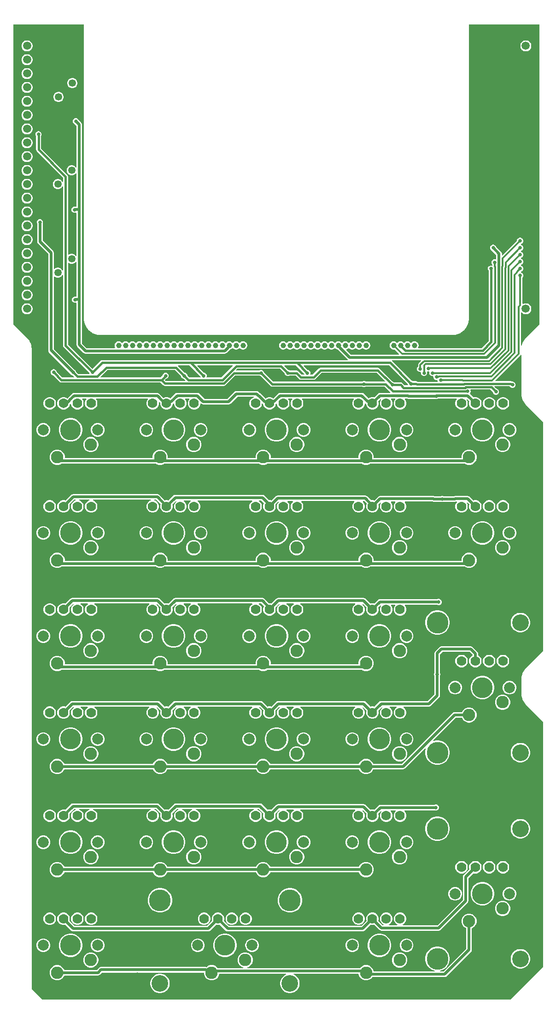
<source format=gbr>
%TF.GenerationSoftware,Altium Limited,Altium Designer,22.7.1 (60)*%
G04 Layer_Physical_Order=1*
G04 Layer_Color=255*
%FSLAX45Y45*%
%MOMM*%
%TF.SameCoordinates,5A05AA2C-F857-43D8-A6CE-F15CAA79189D*%
%TF.FilePolarity,Positive*%
%TF.FileFunction,Copper,L1,Top,Signal*%
%TF.Part,Single*%
G01*
G75*
%TA.AperFunction,Conductor*%
%ADD10C,0.38100*%
%ADD11C,0.50800*%
%ADD12C,0.30480*%
%TA.AperFunction,ComponentPad*%
%ADD13R,1.34620X1.34620*%
%ADD14C,1.34620*%
%ADD15C,1.77800*%
%ADD16C,2.28600*%
%ADD17C,3.81000*%
%ADD18C,2.00000*%
%ADD19C,3.98800*%
%ADD20C,3.04800*%
%ADD21C,1.00000*%
%TA.AperFunction,ViaPad*%
%ADD22C,1.50000*%
%ADD23C,0.63500*%
G36*
X919879Y13300349D02*
Y12014200D01*
X923329Y11996856D01*
X933153Y11982153D01*
X1403350Y11511957D01*
Y11507532D01*
X1407058Y11498581D01*
X1400002Y11488021D01*
X1199873D01*
X1162050Y11525843D01*
Y11530268D01*
X1153349Y11551273D01*
X1137273Y11567349D01*
X1124345Y11572704D01*
X750295Y11946754D01*
Y13273833D01*
X762995Y13279092D01*
X768575Y13273512D01*
X789715Y13261308D01*
X813295Y13254990D01*
X837705D01*
X861285Y13261308D01*
X882425Y13273512D01*
X899687Y13290775D01*
X907179Y13303752D01*
X919879Y13300349D01*
D02*
G37*
G36*
X9679860Y12405000D02*
X9430298Y12155438D01*
X9420144Y12144773D01*
X9401468Y12122015D01*
X9385111Y12097536D01*
X9371233Y12071572D01*
X9359967Y12044372D01*
X9351420Y12016199D01*
X9350536Y12011754D01*
X9337836Y12013005D01*
Y12613376D01*
X9350536Y12618637D01*
X9364213Y12604960D01*
X9387107Y12591742D01*
X9412642Y12584900D01*
X9439078D01*
X9464613Y12591742D01*
X9487507Y12604960D01*
X9506200Y12623653D01*
X9519418Y12646547D01*
X9526260Y12672082D01*
Y12698518D01*
X9519418Y12724053D01*
X9506200Y12746947D01*
X9487507Y12765640D01*
X9464613Y12778858D01*
X9439078Y12785700D01*
X9412642D01*
X9387107Y12778858D01*
X9375936Y12772409D01*
X9363236Y12779741D01*
Y13257513D01*
X9370249Y13264526D01*
X9378950Y13285532D01*
Y13308269D01*
X9370249Y13329272D01*
X9354173Y13345349D01*
X9339881Y13351270D01*
X9334438Y13360168D01*
X9333861Y13363577D01*
X9334065Y13366379D01*
X9335269Y13367619D01*
X9354173Y13375452D01*
X9370249Y13391527D01*
X9378950Y13412532D01*
Y13435268D01*
X9370249Y13456273D01*
X9354173Y13472350D01*
X9339881Y13478268D01*
X9334438Y13487167D01*
X9333861Y13490578D01*
X9334065Y13493379D01*
X9335269Y13494620D01*
X9354173Y13502451D01*
X9370249Y13518527D01*
X9378950Y13539532D01*
Y13562268D01*
X9370249Y13583273D01*
X9354173Y13599348D01*
X9339881Y13605269D01*
X9334438Y13614168D01*
X9333861Y13617578D01*
X9334065Y13620380D01*
X9335269Y13621620D01*
X9354173Y13629451D01*
X9370249Y13645528D01*
X9378950Y13666531D01*
Y13689268D01*
X9370249Y13710274D01*
X9354173Y13726349D01*
X9339881Y13732269D01*
X9334438Y13741168D01*
X9333861Y13744579D01*
X9334065Y13747379D01*
X9335269Y13748621D01*
X9354173Y13756451D01*
X9370249Y13772527D01*
X9378950Y13793532D01*
Y13816267D01*
X9370249Y13837273D01*
X9354173Y13853349D01*
X9339881Y13859270D01*
X9334438Y13868169D01*
X9333861Y13871577D01*
X9334065Y13874379D01*
X9335269Y13875620D01*
X9354173Y13883450D01*
X9370249Y13899527D01*
X9378950Y13920532D01*
Y13943268D01*
X9370249Y13964273D01*
X9354173Y13980350D01*
X9333168Y13989050D01*
X9310432D01*
X9289427Y13980350D01*
X9273351Y13964273D01*
X9264650Y13943268D01*
Y13933350D01*
X8997978Y13666678D01*
X8986245Y13671539D01*
Y13696950D01*
X8982303Y13716771D01*
X8971075Y13733575D01*
X8880304Y13824345D01*
X8874949Y13837273D01*
X8858873Y13853349D01*
X8837868Y13862050D01*
X8815132D01*
X8794127Y13853349D01*
X8778051Y13837273D01*
X8769350Y13816267D01*
Y13793532D01*
X8778051Y13772527D01*
X8794127Y13756451D01*
X8807055Y13751096D01*
X8882655Y13675496D01*
Y13598750D01*
X8872095Y13591695D01*
X8863268Y13595351D01*
X8840532D01*
X8819527Y13586649D01*
X8803451Y13570573D01*
X8794750Y13549568D01*
Y13526833D01*
X8803451Y13505827D01*
X8813067Y13496211D01*
X8812429Y13487102D01*
X8800627Y13479626D01*
X8798129Y13480663D01*
X8775393D01*
X8754388Y13471960D01*
X8738311Y13455885D01*
X8729611Y13434880D01*
Y13412144D01*
X8738311Y13391139D01*
X8741440Y13388010D01*
Y12094834D01*
X8611677Y11965071D01*
X7452064D01*
X7444732Y11977771D01*
X7448962Y11985097D01*
X7454100Y12004273D01*
Y12024127D01*
X7448962Y12043303D01*
X7439035Y12060497D01*
X7424997Y12074535D01*
X7407803Y12084462D01*
X7388627Y12089600D01*
X7368773D01*
X7349597Y12084462D01*
X7332403Y12074535D01*
X7323649Y12065781D01*
X7315200Y12061937D01*
X7306751Y12065781D01*
X7297997Y12074535D01*
X7280803Y12084462D01*
X7261627Y12089600D01*
X7241773D01*
X7222597Y12084462D01*
X7205403Y12074535D01*
X7196649Y12065781D01*
X7188200Y12061937D01*
X7179751Y12065781D01*
X7170997Y12074535D01*
X7153803Y12084462D01*
X7134627Y12089600D01*
X7114773D01*
X7095597Y12084462D01*
X7078403Y12074535D01*
X7069649Y12065781D01*
X7061200Y12061937D01*
X7052751Y12065781D01*
X7043997Y12074535D01*
X7026803Y12084462D01*
X7007627Y12089600D01*
X6987773D01*
X6968597Y12084462D01*
X6951403Y12074535D01*
X6937365Y12060497D01*
X6927438Y12043303D01*
X6922300Y12024127D01*
Y12004273D01*
X6927438Y11985097D01*
X6937365Y11967903D01*
X6951403Y11953865D01*
X6968597Y11943938D01*
X6987773Y11938800D01*
X7007627D01*
X7012113Y11940002D01*
X7094567Y11857548D01*
X7089707Y11845815D01*
X6207782D01*
X6125976Y11927621D01*
X6129771Y11941786D01*
X6137803Y11943938D01*
X6154997Y11953865D01*
X6163751Y11962619D01*
X6172200Y11966463D01*
X6180649Y11962619D01*
X6189403Y11953865D01*
X6206597Y11943938D01*
X6225773Y11938800D01*
X6245627D01*
X6264803Y11943938D01*
X6281997Y11953865D01*
X6290751Y11962619D01*
X6299200Y11966463D01*
X6307649Y11962619D01*
X6316403Y11953865D01*
X6333597Y11943938D01*
X6352773Y11938800D01*
X6372627D01*
X6391803Y11943938D01*
X6408997Y11953865D01*
X6417751Y11962619D01*
X6426200Y11966463D01*
X6434649Y11962619D01*
X6443403Y11953865D01*
X6460597Y11943938D01*
X6479773Y11938800D01*
X6499627D01*
X6518803Y11943938D01*
X6535997Y11953865D01*
X6550035Y11967903D01*
X6559962Y11985097D01*
X6565100Y12004273D01*
Y12024127D01*
X6559962Y12043303D01*
X6550035Y12060497D01*
X6535997Y12074535D01*
X6518803Y12084462D01*
X6499627Y12089600D01*
X6479773D01*
X6460597Y12084462D01*
X6443403Y12074535D01*
X6434649Y12065781D01*
X6426200Y12061937D01*
X6417751Y12065781D01*
X6408997Y12074535D01*
X6391803Y12084462D01*
X6372627Y12089600D01*
X6352773D01*
X6333597Y12084462D01*
X6316403Y12074535D01*
X6307649Y12065781D01*
X6299200Y12061937D01*
X6290751Y12065781D01*
X6281997Y12074535D01*
X6264803Y12084462D01*
X6245627Y12089600D01*
X6225773D01*
X6206597Y12084462D01*
X6189403Y12074535D01*
X6180649Y12065781D01*
X6172200Y12061937D01*
X6163751Y12065781D01*
X6154997Y12074535D01*
X6137803Y12084462D01*
X6118627Y12089600D01*
X6098773D01*
X6079597Y12084462D01*
X6062403Y12074535D01*
X6053649Y12065781D01*
X6045200Y12061937D01*
X6036751Y12065781D01*
X6027997Y12074535D01*
X6010803Y12084462D01*
X5991627Y12089600D01*
X5971773D01*
X5952597Y12084462D01*
X5935403Y12074535D01*
X5926649Y12065781D01*
X5918200Y12061937D01*
X5909751Y12065781D01*
X5900997Y12074535D01*
X5883803Y12084462D01*
X5864627Y12089600D01*
X5844773D01*
X5825597Y12084462D01*
X5808403Y12074535D01*
X5799649Y12065781D01*
X5791200Y12061937D01*
X5782751Y12065781D01*
X5773997Y12074535D01*
X5756803Y12084462D01*
X5737627Y12089600D01*
X5717773D01*
X5698597Y12084462D01*
X5681403Y12074535D01*
X5672649Y12065781D01*
X5664200Y12061937D01*
X5655751Y12065781D01*
X5646997Y12074535D01*
X5629803Y12084462D01*
X5610627Y12089600D01*
X5590773D01*
X5571597Y12084462D01*
X5554403Y12074535D01*
X5545649Y12065781D01*
X5537200Y12061937D01*
X5528751Y12065781D01*
X5519997Y12074535D01*
X5502803Y12084462D01*
X5483627Y12089600D01*
X5463773D01*
X5444597Y12084462D01*
X5427403Y12074535D01*
X5418649Y12065781D01*
X5410200Y12061937D01*
X5401751Y12065781D01*
X5392997Y12074535D01*
X5375803Y12084462D01*
X5356627Y12089600D01*
X5336773D01*
X5317597Y12084462D01*
X5300403Y12074535D01*
X5291649Y12065781D01*
X5283200Y12061937D01*
X5274751Y12065781D01*
X5265997Y12074535D01*
X5248803Y12084462D01*
X5229627Y12089600D01*
X5209773D01*
X5190597Y12084462D01*
X5173403Y12074535D01*
X5164649Y12065781D01*
X5156200Y12061937D01*
X5147751Y12065781D01*
X5138997Y12074535D01*
X5121803Y12084462D01*
X5102627Y12089600D01*
X5082773D01*
X5063597Y12084462D01*
X5046403Y12074535D01*
X5037649Y12065781D01*
X5029200Y12061937D01*
X5020751Y12065781D01*
X5011997Y12074535D01*
X4994803Y12084462D01*
X4975627Y12089600D01*
X4955773D01*
X4936597Y12084462D01*
X4919403Y12074535D01*
X4905365Y12060497D01*
X4895438Y12043303D01*
X4890300Y12024127D01*
Y12004273D01*
X4895438Y11985097D01*
X4905365Y11967903D01*
X4919403Y11953865D01*
X4936597Y11943938D01*
X4955773Y11938800D01*
X4975627D01*
X4994803Y11943938D01*
X5011997Y11953865D01*
X5020751Y11962619D01*
X5029200Y11966463D01*
X5037649Y11962619D01*
X5046403Y11953865D01*
X5063597Y11943938D01*
X5082773Y11938800D01*
X5102627D01*
X5121803Y11943938D01*
X5138997Y11953865D01*
X5147751Y11962619D01*
X5156200Y11966463D01*
X5164649Y11962619D01*
X5173403Y11953865D01*
X5190597Y11943938D01*
X5209773Y11938800D01*
X5229627D01*
X5248803Y11943938D01*
X5265997Y11953865D01*
X5274751Y11962619D01*
X5283200Y11966463D01*
X5291649Y11962619D01*
X5300403Y11953865D01*
X5317597Y11943938D01*
X5336773Y11938800D01*
X5356627D01*
X5375803Y11943938D01*
X5392997Y11953865D01*
X5401751Y11962619D01*
X5410200Y11966463D01*
X5418649Y11962619D01*
X5427403Y11953865D01*
X5444597Y11943938D01*
X5463773Y11938800D01*
X5483627D01*
X5502803Y11943938D01*
X5519997Y11953865D01*
X5528751Y11962619D01*
X5537200Y11966463D01*
X5545649Y11962619D01*
X5554403Y11953865D01*
X5571597Y11943938D01*
X5590773Y11938800D01*
X5610627D01*
X5629803Y11943938D01*
X5646997Y11953865D01*
X5655751Y11962619D01*
X5664200Y11966463D01*
X5672649Y11962619D01*
X5681403Y11953865D01*
X5698597Y11943938D01*
X5717773Y11938800D01*
X5737627D01*
X5756803Y11943938D01*
X5773997Y11953865D01*
X5782751Y11962619D01*
X5791200Y11966463D01*
X5799649Y11962619D01*
X5808403Y11953865D01*
X5825597Y11943938D01*
X5844773Y11938800D01*
X5864627D01*
X5883803Y11943938D01*
X5900997Y11953865D01*
X5909751Y11962619D01*
X5918200Y11966463D01*
X5926649Y11962619D01*
X5935403Y11953865D01*
X5952597Y11943938D01*
X5968743Y11939612D01*
X5971275Y11935822D01*
X6149702Y11757395D01*
X6153705Y11754721D01*
X6149852Y11742021D01*
X1638300D01*
X1620957Y11738571D01*
X1606253Y11728747D01*
X1606253Y11728746D01*
X1460500Y11582993D01*
X1010521Y12032973D01*
Y13522974D01*
X1016503Y13525452D01*
X1023221Y13527139D01*
X1043715Y13515308D01*
X1067295Y13508990D01*
X1091705D01*
X1115285Y13515308D01*
X1136425Y13527513D01*
X1153687Y13544775D01*
X1154705Y13546538D01*
X1167405Y13543135D01*
Y12917242D01*
X1154705Y12909412D01*
X1154368Y12909550D01*
X1131632D01*
X1110627Y12900848D01*
X1094551Y12884773D01*
X1085850Y12863768D01*
Y12841032D01*
X1094551Y12820027D01*
X1110627Y12803951D01*
X1131632Y12795250D01*
X1154368D01*
X1156845Y12796276D01*
X1167405Y12789220D01*
Y12026900D01*
X1171347Y12007079D01*
X1182575Y11990275D01*
X1296075Y11876775D01*
X1312879Y11865547D01*
X1332700Y11861605D01*
X3889853D01*
X3909674Y11865547D01*
X3926478Y11876775D01*
X3985525Y11935822D01*
X3988057Y11939612D01*
X4004203Y11943938D01*
X4021397Y11953865D01*
X4030151Y11962619D01*
X4038600Y11966463D01*
X4047049Y11962619D01*
X4055803Y11953865D01*
X4072997Y11943938D01*
X4092173Y11938800D01*
X4112027D01*
X4131203Y11943938D01*
X4148397Y11953865D01*
X4157151Y11962619D01*
X4165600Y11966463D01*
X4174049Y11962619D01*
X4182803Y11953865D01*
X4199997Y11943938D01*
X4219173Y11938800D01*
X4239027D01*
X4258203Y11943938D01*
X4275397Y11953865D01*
X4289435Y11967903D01*
X4299362Y11985097D01*
X4304500Y12004273D01*
Y12024127D01*
X4299362Y12043303D01*
X4289435Y12060497D01*
X4275397Y12074535D01*
X4258203Y12084462D01*
X4239027Y12089600D01*
X4219173D01*
X4199997Y12084462D01*
X4182803Y12074535D01*
X4174049Y12065781D01*
X4165600Y12061937D01*
X4157151Y12065781D01*
X4148397Y12074535D01*
X4131203Y12084462D01*
X4112027Y12089600D01*
X4092173D01*
X4072997Y12084462D01*
X4055803Y12074535D01*
X4047049Y12065781D01*
X4038600Y12061937D01*
X4030151Y12065781D01*
X4021397Y12074535D01*
X4004203Y12084462D01*
X3985027Y12089600D01*
X3965173D01*
X3945997Y12084462D01*
X3928803Y12074535D01*
X3920049Y12065781D01*
X3911600Y12061937D01*
X3903151Y12065781D01*
X3894397Y12074535D01*
X3877203Y12084462D01*
X3858027Y12089600D01*
X3838173D01*
X3818997Y12084462D01*
X3801803Y12074535D01*
X3793049Y12065781D01*
X3784600Y12061937D01*
X3776151Y12065781D01*
X3767397Y12074535D01*
X3750203Y12084462D01*
X3731027Y12089600D01*
X3711173D01*
X3691997Y12084462D01*
X3674803Y12074535D01*
X3666049Y12065781D01*
X3657600Y12061937D01*
X3649151Y12065781D01*
X3640397Y12074535D01*
X3623203Y12084462D01*
X3604027Y12089600D01*
X3584173D01*
X3564997Y12084462D01*
X3547803Y12074535D01*
X3539049Y12065781D01*
X3530600Y12061937D01*
X3522151Y12065781D01*
X3513397Y12074535D01*
X3496203Y12084462D01*
X3477027Y12089600D01*
X3457173D01*
X3437997Y12084462D01*
X3420803Y12074535D01*
X3412049Y12065781D01*
X3403600Y12061937D01*
X3395151Y12065781D01*
X3386397Y12074535D01*
X3369203Y12084462D01*
X3350027Y12089600D01*
X3330173D01*
X3310997Y12084462D01*
X3293803Y12074535D01*
X3285049Y12065781D01*
X3276600Y12061937D01*
X3268151Y12065781D01*
X3259397Y12074535D01*
X3242203Y12084462D01*
X3223027Y12089600D01*
X3203173D01*
X3183997Y12084462D01*
X3166803Y12074535D01*
X3158049Y12065781D01*
X3149600Y12061937D01*
X3141151Y12065781D01*
X3132397Y12074535D01*
X3115203Y12084462D01*
X3096027Y12089600D01*
X3076173D01*
X3056997Y12084462D01*
X3039803Y12074535D01*
X3031049Y12065781D01*
X3022600Y12061937D01*
X3014151Y12065781D01*
X3005397Y12074535D01*
X2988203Y12084462D01*
X2969027Y12089600D01*
X2949173D01*
X2929997Y12084462D01*
X2912803Y12074535D01*
X2904049Y12065781D01*
X2895600Y12061937D01*
X2887151Y12065781D01*
X2878397Y12074535D01*
X2861203Y12084462D01*
X2842027Y12089600D01*
X2822173D01*
X2802997Y12084462D01*
X2785803Y12074535D01*
X2777049Y12065781D01*
X2768600Y12061937D01*
X2760151Y12065781D01*
X2751397Y12074535D01*
X2734203Y12084462D01*
X2715027Y12089600D01*
X2695173D01*
X2675997Y12084462D01*
X2658803Y12074535D01*
X2650049Y12065781D01*
X2641600Y12061937D01*
X2633151Y12065781D01*
X2624397Y12074535D01*
X2607203Y12084462D01*
X2588027Y12089600D01*
X2568173D01*
X2548997Y12084462D01*
X2531803Y12074535D01*
X2523049Y12065781D01*
X2514600Y12061937D01*
X2506151Y12065781D01*
X2497397Y12074535D01*
X2480203Y12084462D01*
X2461027Y12089600D01*
X2441173D01*
X2421997Y12084462D01*
X2404803Y12074535D01*
X2396049Y12065781D01*
X2387600Y12061937D01*
X2379151Y12065781D01*
X2370397Y12074535D01*
X2353203Y12084462D01*
X2334027Y12089600D01*
X2314173D01*
X2294997Y12084462D01*
X2277803Y12074535D01*
X2269049Y12065781D01*
X2260600Y12061937D01*
X2252151Y12065781D01*
X2243397Y12074535D01*
X2226203Y12084462D01*
X2207027Y12089600D01*
X2187173D01*
X2167997Y12084462D01*
X2150803Y12074535D01*
X2142049Y12065781D01*
X2133600Y12061937D01*
X2125151Y12065781D01*
X2116397Y12074535D01*
X2099203Y12084462D01*
X2080027Y12089600D01*
X2060173D01*
X2040997Y12084462D01*
X2023803Y12074535D01*
X2015049Y12065781D01*
X2006600Y12061937D01*
X1998151Y12065781D01*
X1989397Y12074535D01*
X1972203Y12084462D01*
X1953027Y12089600D01*
X1933173D01*
X1913997Y12084462D01*
X1896803Y12074535D01*
X1882765Y12060497D01*
X1872838Y12043303D01*
X1867700Y12024127D01*
Y12004273D01*
X1872838Y11985097D01*
X1876996Y11977895D01*
X1869664Y11965195D01*
X1354155D01*
X1270995Y12048354D01*
Y12865100D01*
Y14516100D01*
Y16065500D01*
X1267053Y16085321D01*
X1255825Y16102126D01*
X1209504Y16148445D01*
X1204149Y16161372D01*
X1188073Y16177449D01*
X1167068Y16186150D01*
X1144332D01*
X1123327Y16177449D01*
X1107251Y16161372D01*
X1098550Y16140369D01*
Y16117632D01*
X1107251Y16096626D01*
X1123327Y16080551D01*
X1136255Y16075195D01*
X1167405Y16044046D01*
Y15285864D01*
X1154705Y15282462D01*
X1153687Y15284225D01*
X1136425Y15301488D01*
X1115285Y15313692D01*
X1091705Y15320010D01*
X1067295D01*
X1043715Y15313692D01*
X1022575Y15301488D01*
X1005313Y15284225D01*
X993108Y15263084D01*
X986790Y15239505D01*
Y15215096D01*
X993108Y15191515D01*
X1005313Y15170375D01*
X1022575Y15153113D01*
X1043715Y15140907D01*
X1067295Y15134590D01*
X1091705D01*
X1115285Y15140907D01*
X1136425Y15153113D01*
X1153687Y15170375D01*
X1154705Y15172137D01*
X1167405Y15168735D01*
Y14557625D01*
X1148729D01*
X1141668Y14560550D01*
X1118932D01*
X1097927Y14551849D01*
X1081851Y14535773D01*
X1073150Y14514767D01*
Y14492032D01*
X1081851Y14471027D01*
X1097927Y14454951D01*
X1118932Y14446249D01*
X1141668D01*
X1154705Y14451649D01*
X1167405Y14444383D01*
Y13660265D01*
X1154705Y13656862D01*
X1153687Y13658624D01*
X1136425Y13675887D01*
X1115285Y13688092D01*
X1091705Y13694411D01*
X1067295D01*
X1043715Y13688092D01*
X1023221Y13676260D01*
X1016503Y13677948D01*
X1010521Y13680426D01*
Y15113000D01*
X1007071Y15130344D01*
X997247Y15145047D01*
X997246Y15145047D01*
X515221Y15627074D01*
Y15852197D01*
X518349Y15855327D01*
X527050Y15876332D01*
Y15899068D01*
X518349Y15920073D01*
X502273Y15936150D01*
X481268Y15944850D01*
X458532D01*
X437527Y15936150D01*
X421451Y15920073D01*
X412750Y15899068D01*
Y15876332D01*
X421451Y15855327D01*
X424579Y15852197D01*
Y15608299D01*
X428029Y15590956D01*
X437853Y15576253D01*
X919879Y15094228D01*
Y15020651D01*
X907179Y15017249D01*
X899687Y15030225D01*
X882425Y15047487D01*
X861285Y15059692D01*
X837705Y15066010D01*
X813295D01*
X789715Y15059692D01*
X768575Y15047487D01*
X751313Y15030225D01*
X739108Y15009085D01*
X732790Y14985506D01*
Y14961095D01*
X739108Y14937515D01*
X751313Y14916376D01*
X768575Y14899113D01*
X789715Y14886908D01*
X813295Y14880589D01*
X837705D01*
X861285Y14886908D01*
X882425Y14899113D01*
X899687Y14916376D01*
X907179Y14929352D01*
X919879Y14925949D01*
Y13395052D01*
X907179Y13391647D01*
X899687Y13404625D01*
X882425Y13421887D01*
X861285Y13434093D01*
X837705Y13440410D01*
X813295D01*
X789715Y13434093D01*
X768575Y13421887D01*
X762995Y13416307D01*
X750295Y13421568D01*
Y13716000D01*
X746353Y13735822D01*
X735125Y13752625D01*
X547095Y13940654D01*
Y14250504D01*
X552450Y14263432D01*
Y14286168D01*
X543749Y14307173D01*
X527673Y14323248D01*
X506668Y14331950D01*
X483932D01*
X462927Y14323248D01*
X446851Y14307173D01*
X438150Y14286168D01*
Y14263432D01*
X443505Y14250504D01*
Y13919200D01*
X447447Y13899379D01*
X458675Y13882574D01*
X646705Y13694547D01*
Y11925300D01*
X650647Y11905479D01*
X661875Y11888675D01*
X1051096Y11499455D01*
X1056451Y11486527D01*
X1072527Y11470451D01*
X1093532Y11461750D01*
X1097957D01*
X1123453Y11436254D01*
X1118592Y11424521D01*
X907772D01*
X806450Y11525843D01*
Y11530268D01*
X797749Y11551273D01*
X781673Y11567349D01*
X760668Y11576050D01*
X737932D01*
X716927Y11567349D01*
X700851Y11551273D01*
X692150Y11530268D01*
Y11507532D01*
X700851Y11486527D01*
X716927Y11470451D01*
X737932Y11461750D01*
X742357D01*
X856953Y11347154D01*
X856953Y11347153D01*
X871657Y11337329D01*
X889000Y11333879D01*
X2711727D01*
X2761953Y11283654D01*
X2761953Y11283653D01*
X2776657Y11273829D01*
X2794000Y11270379D01*
X3874402D01*
X3891746Y11273829D01*
X3906449Y11283653D01*
X4083675Y11460879D01*
X4523798D01*
X4526927Y11457751D01*
X4547932Y11449050D01*
X4552357D01*
X4730453Y11270953D01*
X4745156Y11261129D01*
X4762500Y11257679D01*
X4762501Y11257679D01*
X6416098D01*
X6419227Y11254551D01*
X6440232Y11245850D01*
X6462968D01*
X6483973Y11254551D01*
X6487102Y11257679D01*
X6833064D01*
X6936585Y11154159D01*
X6931725Y11142425D01*
X6746130D01*
X6726309Y11138483D01*
X6709505Y11127255D01*
X6709505Y11127254D01*
X6641986Y11059735D01*
X6621478Y11065230D01*
X6591382D01*
X6562312Y11057441D01*
X6536248Y11042393D01*
X6534015Y11040160D01*
X6446920Y11127255D01*
X6430117Y11138483D01*
X6410296Y11142425D01*
X4910266D01*
X4910264Y11142426D01*
X4890443Y11138483D01*
X4873640Y11127255D01*
X4786545Y11040160D01*
X4784312Y11042393D01*
X4758248Y11057441D01*
X4729178Y11065230D01*
X4699082D01*
X4670012Y11057441D01*
X4643948Y11042393D01*
X4641715Y11040160D01*
X4554620Y11127255D01*
X4537817Y11138483D01*
X4535669Y11138910D01*
X4512754Y11161825D01*
X4495950Y11173053D01*
X4476129Y11176995D01*
X4108660D01*
X4088839Y11173053D01*
X4072035Y11161825D01*
X3942426Y11032215D01*
X3519360D01*
X3424320Y11127255D01*
X3407517Y11138483D01*
X3387696Y11142425D01*
X3017966D01*
X3017965Y11142426D01*
X2998143Y11138483D01*
X2981340Y11127255D01*
X2894245Y11040160D01*
X2892012Y11042393D01*
X2865948Y11057441D01*
X2836878Y11065230D01*
X2806782D01*
X2777712Y11057441D01*
X2765978Y11050666D01*
X2692920Y11123725D01*
X2676116Y11134953D01*
X2656295Y11138895D01*
X2643443D01*
X2625696Y11142425D01*
X1125666D01*
X1125664Y11142426D01*
X1105843Y11138483D01*
X1089040Y11127255D01*
X1089039Y11127254D01*
X1007205Y11045420D01*
X1005568Y11042970D01*
X999711Y11042393D01*
X973648Y11057441D01*
X944578Y11065230D01*
X914482D01*
X885412Y11057441D01*
X859348Y11042393D01*
X838067Y11021112D01*
X823019Y10995048D01*
X815230Y10965978D01*
Y10935882D01*
X823019Y10906812D01*
X838067Y10880748D01*
X859348Y10859467D01*
X885412Y10844420D01*
X914482Y10836630D01*
X923366D01*
X929530Y10835404D01*
X935694Y10836630D01*
X944578D01*
X973648Y10844420D01*
X999712Y10859467D01*
X1020993Y10880748D01*
X1036041Y10906812D01*
X1041036Y10925456D01*
X1057497Y10941916D01*
X1069230Y10937056D01*
Y10935882D01*
X1077019Y10906812D01*
X1092067Y10880748D01*
X1113348Y10859467D01*
X1139412Y10844420D01*
X1168482Y10836630D01*
X1198578D01*
X1227648Y10844420D01*
X1253712Y10859467D01*
X1274993Y10880748D01*
X1290041Y10906812D01*
X1297830Y10935882D01*
Y10965978D01*
X1290041Y10995048D01*
X1274993Y11021112D01*
X1269003Y11027102D01*
X1273863Y11038835D01*
X1347237D01*
X1352097Y11027102D01*
X1346087Y11021092D01*
X1331040Y10995028D01*
X1323250Y10965958D01*
Y10935862D01*
X1331040Y10906792D01*
X1346087Y10880728D01*
X1367368Y10859447D01*
X1393432Y10844399D01*
X1422502Y10836610D01*
X1452598D01*
X1481668Y10844399D01*
X1507732Y10859447D01*
X1529013Y10880728D01*
X1544061Y10906792D01*
X1551850Y10935862D01*
Y10965958D01*
X1544061Y10995028D01*
X1529013Y11021092D01*
X1523003Y11027102D01*
X1527863Y11038835D01*
X2477497D01*
X2482357Y11027102D01*
X2476367Y11021112D01*
X2461319Y10995048D01*
X2453530Y10965978D01*
Y10935882D01*
X2461319Y10906812D01*
X2476367Y10880748D01*
X2497648Y10859467D01*
X2523712Y10844420D01*
X2552782Y10836630D01*
X2582878D01*
X2611948Y10844420D01*
X2638012Y10859467D01*
X2659293Y10880748D01*
X2674341Y10906812D01*
X2682130Y10935882D01*
Y10965978D01*
X2680638Y10971547D01*
X2692024Y10978121D01*
X2707530Y10962616D01*
Y10935882D01*
X2715319Y10906812D01*
X2730367Y10880748D01*
X2751648Y10859467D01*
X2777712Y10844420D01*
X2806782Y10836630D01*
X2836878D01*
X2865948Y10844420D01*
X2892012Y10859467D01*
X2913293Y10880748D01*
X2928341Y10906812D01*
X2936130Y10935882D01*
Y10936561D01*
X2939189Y10938606D01*
X2949797Y10949213D01*
X2961530Y10944353D01*
Y10935882D01*
X2969319Y10906812D01*
X2984367Y10880748D01*
X3005648Y10859467D01*
X3031712Y10844420D01*
X3060782Y10836630D01*
X3090878D01*
X3119948Y10844420D01*
X3146012Y10859467D01*
X3167293Y10880748D01*
X3182341Y10906812D01*
X3190130Y10935882D01*
Y10965978D01*
X3182341Y10995048D01*
X3167293Y11021112D01*
X3161303Y11027102D01*
X3166163Y11038835D01*
X3239537D01*
X3244397Y11027102D01*
X3238387Y11021092D01*
X3223340Y10995028D01*
X3215550Y10965958D01*
Y10935862D01*
X3223340Y10906792D01*
X3238387Y10880728D01*
X3259668Y10859447D01*
X3285732Y10844399D01*
X3314802Y10836610D01*
X3344898D01*
X3373968Y10844399D01*
X3400032Y10859447D01*
X3421313Y10880728D01*
X3436361Y10906792D01*
X3444150Y10935862D01*
Y10944333D01*
X3455883Y10949193D01*
X3461280Y10943796D01*
X3461281Y10943795D01*
X3478084Y10932567D01*
X3497906Y10928625D01*
X3963880D01*
X3983701Y10932567D01*
X4000505Y10943795D01*
X4130114Y11073405D01*
X4426521D01*
X4428194Y11060705D01*
X4416012Y11057441D01*
X4389948Y11042393D01*
X4368667Y11021112D01*
X4353619Y10995048D01*
X4345830Y10965978D01*
Y10935882D01*
X4353619Y10906812D01*
X4368667Y10880748D01*
X4389948Y10859467D01*
X4416012Y10844420D01*
X4445082Y10836630D01*
X4475178D01*
X4504248Y10844420D01*
X4530312Y10859467D01*
X4551593Y10880748D01*
X4566641Y10906812D01*
X4574430Y10935882D01*
Y10944353D01*
X4586163Y10949213D01*
X4596771Y10938606D01*
X4599830Y10936561D01*
Y10935882D01*
X4607619Y10906812D01*
X4622667Y10880748D01*
X4643948Y10859467D01*
X4670012Y10844420D01*
X4699082Y10836630D01*
X4729178D01*
X4758248Y10844420D01*
X4784312Y10859467D01*
X4805593Y10880748D01*
X4820641Y10906812D01*
X4828430Y10935882D01*
Y10936561D01*
X4831489Y10938606D01*
X4842097Y10949213D01*
X4853830Y10944353D01*
Y10935882D01*
X4861619Y10906812D01*
X4876667Y10880748D01*
X4897948Y10859467D01*
X4924012Y10844420D01*
X4953082Y10836630D01*
X4983178D01*
X5012248Y10844420D01*
X5038312Y10859467D01*
X5059593Y10880748D01*
X5074641Y10906812D01*
X5082430Y10935882D01*
Y10965978D01*
X5074641Y10995048D01*
X5059593Y11021112D01*
X5053603Y11027102D01*
X5058463Y11038835D01*
X5131837D01*
X5136697Y11027102D01*
X5130687Y11021092D01*
X5115640Y10995028D01*
X5107850Y10965958D01*
Y10935862D01*
X5115640Y10906792D01*
X5130687Y10880728D01*
X5151968Y10859447D01*
X5178032Y10844399D01*
X5207102Y10836610D01*
X5237198D01*
X5266268Y10844399D01*
X5292332Y10859447D01*
X5313613Y10880728D01*
X5328661Y10906792D01*
X5336450Y10935862D01*
Y10965958D01*
X5328661Y10995028D01*
X5313613Y11021092D01*
X5307603Y11027102D01*
X5312463Y11038835D01*
X6262097D01*
X6266957Y11027102D01*
X6260967Y11021112D01*
X6245919Y10995048D01*
X6238130Y10965978D01*
Y10935882D01*
X6245919Y10906812D01*
X6260967Y10880748D01*
X6282248Y10859467D01*
X6308312Y10844420D01*
X6337382Y10836630D01*
X6367478D01*
X6396548Y10844420D01*
X6422612Y10859467D01*
X6443893Y10880748D01*
X6458941Y10906812D01*
X6466730Y10935882D01*
Y10944353D01*
X6478463Y10949213D01*
X6489071Y10938606D01*
X6492130Y10936561D01*
Y10935882D01*
X6499919Y10906812D01*
X6514967Y10880748D01*
X6536248Y10859467D01*
X6562312Y10844420D01*
X6591382Y10836630D01*
X6621478D01*
X6650548Y10844420D01*
X6676612Y10859467D01*
X6697893Y10880748D01*
X6712941Y10906812D01*
X6720730Y10935882D01*
Y10965978D01*
X6715235Y10986486D01*
X6759641Y11030891D01*
X6760596Y11030701D01*
X6762483Y11028539D01*
X6766365Y11016605D01*
X6753919Y10995048D01*
X6746130Y10965978D01*
Y10935882D01*
X6753919Y10906812D01*
X6768967Y10880748D01*
X6790248Y10859467D01*
X6816312Y10844420D01*
X6845382Y10836630D01*
X6875478D01*
X6904548Y10844420D01*
X6930612Y10859467D01*
X6951893Y10880748D01*
X6966941Y10906812D01*
X6974730Y10935882D01*
Y10965978D01*
X6966941Y10995048D01*
X6951893Y11021112D01*
X6945903Y11027102D01*
X6950763Y11038835D01*
X7024137D01*
X7028997Y11027102D01*
X7022987Y11021092D01*
X7007940Y10995028D01*
X7000150Y10965958D01*
Y10935862D01*
X7007940Y10906792D01*
X7022987Y10880728D01*
X7044268Y10859447D01*
X7070332Y10844399D01*
X7099402Y10836610D01*
X7129498D01*
X7158568Y10844399D01*
X7184632Y10859447D01*
X7205913Y10880728D01*
X7220961Y10906792D01*
X7228750Y10935862D01*
Y10965958D01*
X7220961Y10995028D01*
X7205913Y11021092D01*
X7199903Y11027102D01*
X7204763Y11038835D01*
X7241804D01*
X7245407Y11036428D01*
X7265228Y11032485D01*
X7753674D01*
X7766601Y11027130D01*
X7789337D01*
X7810342Y11035831D01*
X7812037Y11037525D01*
X7823200Y11035305D01*
X7840947Y11038835D01*
X8154397D01*
X8159257Y11027102D01*
X8153267Y11021112D01*
X8138219Y10995048D01*
X8130430Y10965978D01*
Y10935882D01*
X8138219Y10906812D01*
X8153267Y10880748D01*
X8174548Y10859467D01*
X8200612Y10844420D01*
X8229682Y10836630D01*
X8259778D01*
X8288848Y10844420D01*
X8314912Y10859467D01*
X8336193Y10880748D01*
X8351241Y10906812D01*
X8359030Y10935882D01*
Y10965978D01*
X8351241Y10995048D01*
X8338795Y11016605D01*
X8342677Y11028539D01*
X8344564Y11030701D01*
X8345520Y11030891D01*
X8389925Y10986486D01*
X8384430Y10965978D01*
Y10935882D01*
X8392219Y10906812D01*
X8407267Y10880748D01*
X8428548Y10859467D01*
X8454612Y10844420D01*
X8483682Y10836630D01*
X8513778D01*
X8542848Y10844420D01*
X8568912Y10859467D01*
X8590193Y10880748D01*
X8605241Y10906812D01*
X8613030Y10935882D01*
Y10965978D01*
X8605241Y10995048D01*
X8590193Y11021112D01*
X8568912Y11042393D01*
X8542848Y11057441D01*
X8513778Y11065230D01*
X8483682D01*
X8463174Y11059735D01*
X8395655Y11127255D01*
X8395282Y11131040D01*
X8405049Y11140807D01*
X8413750Y11161812D01*
Y11184548D01*
X8410042Y11193500D01*
X8417098Y11204059D01*
X8772447D01*
X8820150Y11156357D01*
Y11151932D01*
X8828851Y11130927D01*
X8844927Y11114851D01*
X8865932Y11106150D01*
X8888668D01*
X8909673Y11114851D01*
X8925749Y11130927D01*
X8934450Y11151932D01*
Y11174668D01*
X8925749Y11195673D01*
X8909673Y11211749D01*
X8888668Y11220450D01*
X8884243D01*
X8848867Y11255826D01*
X8853728Y11267559D01*
X9129661D01*
X9133651Y11257927D01*
X9149727Y11241851D01*
X9170732Y11233150D01*
X9193468D01*
X9214473Y11241851D01*
X9230549Y11257927D01*
X9239250Y11278932D01*
Y11301668D01*
X9230549Y11322673D01*
X9214473Y11338749D01*
X9193468Y11347450D01*
X9180917D01*
X9169990Y11354751D01*
X9152647Y11358201D01*
X8867994D01*
X8863134Y11369934D01*
X9325700Y11832500D01*
X9329730Y11838532D01*
X9342430Y11834679D01*
X9342430Y11129264D01*
X9342791Y11114543D01*
X9345677Y11085245D01*
X9351420Y11056370D01*
X9359967Y11028197D01*
X9371233Y11000997D01*
X9385111Y10975033D01*
X9401468Y10950554D01*
X9420145Y10927796D01*
X9430298Y10917132D01*
X9430298Y10917132D01*
X9742430Y10605000D01*
Y6405000D01*
X9430298Y6092868D01*
X9420144Y6082203D01*
X9401468Y6059445D01*
X9385111Y6034966D01*
X9371233Y6009002D01*
X9359967Y5981802D01*
X9351420Y5953629D01*
X9345677Y5924755D01*
X9342791Y5895456D01*
X9342430Y5880736D01*
X9342430Y5880736D01*
X9342430Y5880735D01*
X9342430Y5629264D01*
X9342791Y5614544D01*
X9345677Y5585245D01*
X9351420Y5556370D01*
X9359967Y5528197D01*
X9371233Y5500997D01*
X9385111Y5475033D01*
X9401468Y5450554D01*
X9420145Y5427796D01*
X9430298Y5417132D01*
X9430298Y5417132D01*
X9742430Y5105000D01*
Y605000D01*
X9142430Y5000D01*
X542430D01*
X342430Y205000D01*
X342430Y11943306D01*
X342068Y11958026D01*
X339183Y11987325D01*
X333439Y12016199D01*
X324893Y12044372D01*
X313626Y12071572D01*
X299748Y12097536D01*
X283392Y12122015D01*
X264715Y12144773D01*
X254562Y12155437D01*
X254562Y12155438D01*
X5000Y12405000D01*
Y17905000D01*
X1305000D01*
Y12505000D01*
X1305642Y12485379D01*
X1310764Y12446472D01*
X1320921Y12408568D01*
X1335938Y12372313D01*
X1355559Y12338329D01*
X1379448Y12307196D01*
X1407196Y12279448D01*
X1438329Y12255559D01*
X1472313Y12235938D01*
X1508568Y12220921D01*
X1546473Y12210764D01*
X1585379Y12205642D01*
X1605000Y12205000D01*
X8079860D01*
X8099481Y12205642D01*
X8138387Y12210764D01*
X8176291Y12220921D01*
X8212546Y12235938D01*
X8246531Y12255559D01*
X8277663Y12279448D01*
X8305412Y12307196D01*
X8329301Y12338329D01*
X8348922Y12372313D01*
X8363939Y12408568D01*
X8374095Y12446473D01*
X8379217Y12485379D01*
X8379860Y12505000D01*
X8379860Y17905000D01*
X9679860D01*
Y12405000D01*
D02*
G37*
G36*
X5353050Y11499256D02*
Y11494832D01*
X5356758Y11485881D01*
X5349702Y11475321D01*
X5308491D01*
X5245565Y11538247D01*
X5230862Y11548071D01*
X5213518Y11551521D01*
X5090102D01*
X5086973Y11554649D01*
X5065968Y11563350D01*
X5061543D01*
X4985247Y11639646D01*
X4990108Y11651379D01*
X5200927D01*
X5353050Y11499256D01*
D02*
G37*
G36*
X4044453Y11639646D02*
X3829327Y11424521D01*
X3565698D01*
X3558642Y11435081D01*
X3562350Y11444032D01*
Y11466768D01*
X3553649Y11487773D01*
X3537573Y11503849D01*
X3516568Y11512550D01*
X3512143D01*
X3385047Y11639646D01*
X3389908Y11651379D01*
X4039593D01*
X4044453Y11639646D01*
D02*
G37*
G36*
X3448050Y11448457D02*
Y11444032D01*
X3451758Y11435081D01*
X3444702Y11424521D01*
X3244573D01*
X3206750Y11462343D01*
Y11466768D01*
X3198049Y11487773D01*
X3181973Y11503849D01*
X3160968Y11512550D01*
X3156543D01*
X3030414Y11638679D01*
X3031048Y11643557D01*
X3034846Y11651379D01*
X3245127D01*
X3448050Y11448457D01*
D02*
G37*
G36*
X3092450D02*
Y11444032D01*
X3101151Y11423027D01*
X3117227Y11406951D01*
X3138232Y11398250D01*
X3142657D01*
X3168153Y11372754D01*
X3163292Y11361021D01*
X2812772D01*
X2794593Y11379200D01*
X2813643Y11398250D01*
X2818068D01*
X2839073Y11406951D01*
X2855149Y11423027D01*
X2863850Y11444032D01*
Y11466768D01*
X2855149Y11487773D01*
X2839073Y11503849D01*
X2818068Y11512550D01*
X2795332D01*
X2774327Y11503849D01*
X2758251Y11487773D01*
X2749550Y11466768D01*
Y11462343D01*
X2711727Y11424521D01*
X1611908D01*
X1607047Y11436254D01*
X1733273Y11562479D01*
X2978427D01*
X3092450Y11448457D01*
D02*
G37*
G36*
X4997450Y11499257D02*
Y11494832D01*
X5006151Y11473827D01*
X5022227Y11457751D01*
X5043232Y11449050D01*
X5065968D01*
X5086973Y11457751D01*
X5090102Y11460879D01*
X5194746D01*
X5257671Y11397953D01*
X5272375Y11388129D01*
X5289718Y11384679D01*
X5524500D01*
X5541844Y11388129D01*
X5556547Y11397953D01*
X5670272Y11511679D01*
X6686827D01*
X6838453Y11360054D01*
X6833593Y11348321D01*
X6487102D01*
X6483973Y11351449D01*
X6462968Y11360150D01*
X6440232D01*
X6419227Y11351449D01*
X6416098Y11348321D01*
X4781273D01*
X4616450Y11513143D01*
Y11517568D01*
X4607749Y11538573D01*
X4591673Y11554649D01*
X4570668Y11563350D01*
X4547932D01*
X4526927Y11554649D01*
X4523798Y11551521D01*
X4101107D01*
X4096247Y11563254D01*
X4120872Y11587879D01*
X4908827D01*
X4997450Y11499257D01*
D02*
G37*
G36*
X7503466Y11730491D02*
X7457318Y11684344D01*
X7448336Y11670901D01*
X7445182Y11655044D01*
Y11628104D01*
X7431851Y11614773D01*
X7423150Y11593768D01*
Y11571032D01*
X7431851Y11550027D01*
X7447927Y11533951D01*
X7468932Y11525250D01*
X7488786D01*
X7494902Y11520802D01*
X7499350Y11514686D01*
Y11494832D01*
X7508051Y11473827D01*
X7524127Y11457751D01*
X7545132Y11449050D01*
X7567868D01*
X7588873Y11457751D01*
X7604949Y11473827D01*
X7613650Y11494832D01*
Y11517568D01*
X7610011Y11526353D01*
X7619731Y11536073D01*
X7621332Y11535410D01*
X7644068D01*
X7645165Y11535864D01*
X7654885Y11526144D01*
X7651297Y11517481D01*
Y11494746D01*
X7659997Y11473741D01*
X7676074Y11457664D01*
X7697079Y11448964D01*
X7716216D01*
X7721070Y11447362D01*
X7727950Y11438587D01*
Y11422356D01*
X7736651Y11401351D01*
X7752727Y11385274D01*
X7773732Y11376574D01*
X7796468D01*
X7804150Y11371440D01*
Y11365012D01*
X7807858Y11356061D01*
X7800802Y11345501D01*
X7441638D01*
X7427794Y11354751D01*
X7410451Y11358201D01*
X7350702D01*
X7347573Y11361330D01*
X7326568Y11370030D01*
X7322143D01*
X6963427Y11728747D01*
X6962262Y11729525D01*
X6966115Y11742225D01*
X7498605D01*
X7503466Y11730491D01*
D02*
G37*
G36*
X7258050Y11305937D02*
Y11301512D01*
X7261758Y11292561D01*
X7254702Y11282001D01*
X7197260D01*
X7156915Y11322347D01*
X7142212Y11332171D01*
X7124868Y11335621D01*
X7007802D01*
X7004673Y11338749D01*
X6983668Y11347450D01*
X6979243D01*
X6737647Y11589047D01*
X6722944Y11598871D01*
X6705600Y11602321D01*
X5651501D01*
X5651500Y11602321D01*
X5634156Y11598871D01*
X5619453Y11589047D01*
X5619453Y11589046D01*
X5505727Y11475321D01*
X5470698D01*
X5463642Y11485881D01*
X5467350Y11494832D01*
Y11517568D01*
X5458649Y11538573D01*
X5442573Y11554649D01*
X5421568Y11563350D01*
X5417143D01*
X5340847Y11639646D01*
X5345707Y11651379D01*
X6912607D01*
X7258050Y11305937D01*
D02*
G37*
%LPC*%
G36*
X9439078Y17611700D02*
X9412642D01*
X9387107Y17604858D01*
X9364213Y17591640D01*
X9345520Y17572948D01*
X9332302Y17550053D01*
X9325460Y17524518D01*
Y17498082D01*
X9332302Y17472546D01*
X9345520Y17449654D01*
X9364213Y17430960D01*
X9387107Y17417741D01*
X9412642Y17410899D01*
X9439078D01*
X9464613Y17417741D01*
X9487507Y17430960D01*
X9506200Y17449654D01*
X9519418Y17472546D01*
X9526260Y17498082D01*
Y17524518D01*
X9519418Y17550053D01*
X9506200Y17572948D01*
X9487507Y17591640D01*
X9464613Y17604858D01*
X9439078Y17611700D01*
D02*
G37*
G36*
X272218D02*
X245782D01*
X220247Y17604858D01*
X197353Y17591640D01*
X178660Y17572948D01*
X165442Y17550053D01*
X158600Y17524518D01*
Y17498082D01*
X165442Y17472546D01*
X178660Y17449654D01*
X197353Y17430960D01*
X220247Y17417741D01*
X245782Y17410899D01*
X272218D01*
X297753Y17417741D01*
X320647Y17430960D01*
X339340Y17449654D01*
X352558Y17472546D01*
X359400Y17498082D01*
Y17524518D01*
X352558Y17550053D01*
X339340Y17572948D01*
X320647Y17591640D01*
X297753Y17604858D01*
X272218Y17611700D01*
D02*
G37*
G36*
Y17357700D02*
X245782D01*
X220247Y17350858D01*
X197353Y17337640D01*
X178660Y17318947D01*
X165442Y17296053D01*
X158600Y17270518D01*
Y17244083D01*
X165442Y17218547D01*
X178660Y17195653D01*
X197353Y17176961D01*
X220247Y17163742D01*
X245782Y17156900D01*
X272218D01*
X297753Y17163742D01*
X320647Y17176961D01*
X339340Y17195653D01*
X352558Y17218547D01*
X359400Y17244083D01*
Y17270518D01*
X352558Y17296053D01*
X339340Y17318947D01*
X320647Y17337640D01*
X297753Y17350858D01*
X272218Y17357700D01*
D02*
G37*
G36*
Y17103700D02*
X245782D01*
X220247Y17096858D01*
X197353Y17083640D01*
X178660Y17064948D01*
X165442Y17042053D01*
X158600Y17016518D01*
Y16990082D01*
X165442Y16964548D01*
X178660Y16941653D01*
X197353Y16922960D01*
X220247Y16909743D01*
X245782Y16902901D01*
X272218D01*
X297753Y16909743D01*
X320647Y16922960D01*
X339340Y16941653D01*
X352558Y16964548D01*
X359400Y16990082D01*
Y17016518D01*
X352558Y17042053D01*
X339340Y17064948D01*
X320647Y17083640D01*
X297753Y17096858D01*
X272218Y17103700D01*
D02*
G37*
G36*
X1104405Y16920210D02*
X1079995D01*
X1056415Y16913892D01*
X1035275Y16901688D01*
X1018013Y16884425D01*
X1005808Y16863284D01*
X999490Y16839705D01*
Y16815295D01*
X1005808Y16791714D01*
X1018013Y16770575D01*
X1035275Y16753313D01*
X1056415Y16741109D01*
X1079995Y16734790D01*
X1104405D01*
X1127985Y16741109D01*
X1149125Y16753313D01*
X1166387Y16770575D01*
X1178592Y16791714D01*
X1184910Y16815295D01*
Y16839705D01*
X1178592Y16863284D01*
X1166387Y16884425D01*
X1149125Y16901688D01*
X1127985Y16913892D01*
X1104405Y16920210D01*
D02*
G37*
G36*
X272218Y16849699D02*
X245782D01*
X220247Y16842857D01*
X197353Y16829640D01*
X178660Y16810947D01*
X165442Y16788052D01*
X158600Y16762518D01*
Y16736082D01*
X165442Y16710547D01*
X178660Y16687653D01*
X197353Y16668961D01*
X220247Y16655742D01*
X245782Y16648900D01*
X272218D01*
X297753Y16655742D01*
X320647Y16668961D01*
X339340Y16687653D01*
X352558Y16710547D01*
X359400Y16736082D01*
Y16762518D01*
X352558Y16788052D01*
X339340Y16810947D01*
X320647Y16829640D01*
X297753Y16842857D01*
X272218Y16849699D01*
D02*
G37*
G36*
X850405Y16666209D02*
X825995D01*
X802415Y16659892D01*
X781275Y16647687D01*
X764013Y16630424D01*
X751808Y16609285D01*
X745490Y16585706D01*
Y16561295D01*
X751808Y16537715D01*
X764013Y16516576D01*
X781275Y16499313D01*
X802415Y16487108D01*
X825995Y16480791D01*
X850405D01*
X873985Y16487108D01*
X895125Y16499313D01*
X912387Y16516576D01*
X924592Y16537715D01*
X930910Y16561295D01*
Y16585706D01*
X924592Y16609285D01*
X912387Y16630424D01*
X895125Y16647687D01*
X873985Y16659892D01*
X850405Y16666209D01*
D02*
G37*
G36*
X272218Y16595700D02*
X245782D01*
X220247Y16588858D01*
X197353Y16575639D01*
X178660Y16556947D01*
X165442Y16534053D01*
X158600Y16508517D01*
Y16482082D01*
X165442Y16456548D01*
X178660Y16433653D01*
X197353Y16414960D01*
X220247Y16401743D01*
X245782Y16394901D01*
X272218D01*
X297753Y16401743D01*
X320647Y16414960D01*
X339340Y16433653D01*
X352558Y16456548D01*
X359400Y16482082D01*
Y16508517D01*
X352558Y16534053D01*
X339340Y16556947D01*
X320647Y16575639D01*
X297753Y16588858D01*
X272218Y16595700D01*
D02*
G37*
G36*
Y16341701D02*
X245782D01*
X220247Y16334859D01*
X197353Y16321640D01*
X178660Y16302946D01*
X165442Y16280054D01*
X158600Y16254518D01*
Y16228082D01*
X165442Y16202547D01*
X178660Y16179652D01*
X197353Y16160960D01*
X220247Y16147742D01*
X245782Y16140900D01*
X272218D01*
X297753Y16147742D01*
X320647Y16160960D01*
X339340Y16179652D01*
X352558Y16202547D01*
X359400Y16228082D01*
Y16254518D01*
X352558Y16280054D01*
X339340Y16302946D01*
X320647Y16321640D01*
X297753Y16334859D01*
X272218Y16341701D01*
D02*
G37*
G36*
Y16087700D02*
X245782D01*
X220247Y16080858D01*
X197353Y16067641D01*
X178660Y16048947D01*
X165442Y16026053D01*
X158600Y16000517D01*
Y15974081D01*
X165442Y15948547D01*
X178660Y15925653D01*
X197353Y15906960D01*
X220247Y15893742D01*
X245782Y15886900D01*
X272218D01*
X297753Y15893742D01*
X320647Y15906960D01*
X339340Y15925653D01*
X352558Y15948547D01*
X359400Y15974081D01*
Y16000517D01*
X352558Y16026053D01*
X339340Y16048947D01*
X320647Y16067641D01*
X297753Y16080858D01*
X272218Y16087700D01*
D02*
G37*
G36*
Y15833701D02*
X245782D01*
X220247Y15826859D01*
X197353Y15813640D01*
X178660Y15794946D01*
X165442Y15772054D01*
X158600Y15746518D01*
Y15720082D01*
X165442Y15694547D01*
X178660Y15671654D01*
X197353Y15652960D01*
X220247Y15639742D01*
X245782Y15632899D01*
X272218D01*
X297753Y15639742D01*
X320647Y15652960D01*
X339340Y15671654D01*
X352558Y15694547D01*
X359400Y15720082D01*
Y15746518D01*
X352558Y15772054D01*
X339340Y15794946D01*
X320647Y15813640D01*
X297753Y15826859D01*
X272218Y15833701D01*
D02*
G37*
G36*
Y15579700D02*
X245782D01*
X220247Y15572858D01*
X197353Y15559641D01*
X178660Y15540947D01*
X165442Y15518053D01*
X158600Y15492519D01*
Y15466081D01*
X165442Y15440547D01*
X178660Y15417653D01*
X197353Y15398959D01*
X220247Y15385742D01*
X245782Y15378900D01*
X272218D01*
X297753Y15385742D01*
X320647Y15398959D01*
X339340Y15417653D01*
X352558Y15440547D01*
X359400Y15466081D01*
Y15492519D01*
X352558Y15518053D01*
X339340Y15540947D01*
X320647Y15559641D01*
X297753Y15572858D01*
X272218Y15579700D01*
D02*
G37*
G36*
Y15325700D02*
X245782D01*
X220247Y15318858D01*
X197353Y15305640D01*
X178660Y15286948D01*
X165442Y15264053D01*
X158600Y15238518D01*
Y15212082D01*
X165442Y15186546D01*
X178660Y15163654D01*
X197353Y15144960D01*
X220247Y15131741D01*
X245782Y15124899D01*
X272218D01*
X297753Y15131741D01*
X320647Y15144960D01*
X339340Y15163654D01*
X352558Y15186546D01*
X359400Y15212082D01*
Y15238518D01*
X352558Y15264053D01*
X339340Y15286948D01*
X320647Y15305640D01*
X297753Y15318858D01*
X272218Y15325700D01*
D02*
G37*
G36*
Y15071700D02*
X245782D01*
X220247Y15064857D01*
X197353Y15051640D01*
X178660Y15032947D01*
X165442Y15010052D01*
X158600Y14984518D01*
Y14958083D01*
X165442Y14932547D01*
X178660Y14909653D01*
X197353Y14890961D01*
X220247Y14877742D01*
X245782Y14870900D01*
X272218D01*
X297753Y14877742D01*
X320647Y14890961D01*
X339340Y14909653D01*
X352558Y14932547D01*
X359400Y14958083D01*
Y14984518D01*
X352558Y15010052D01*
X339340Y15032947D01*
X320647Y15051640D01*
X297753Y15064857D01*
X272218Y15071700D01*
D02*
G37*
G36*
Y14817700D02*
X245782D01*
X220247Y14810858D01*
X197353Y14797639D01*
X178660Y14778947D01*
X165442Y14756053D01*
X158600Y14730518D01*
Y14704082D01*
X165442Y14678548D01*
X178660Y14655653D01*
X197353Y14636960D01*
X220247Y14623743D01*
X245782Y14616901D01*
X272218D01*
X297753Y14623743D01*
X320647Y14636960D01*
X339340Y14655653D01*
X352558Y14678548D01*
X359400Y14704082D01*
Y14730518D01*
X352558Y14756053D01*
X339340Y14778947D01*
X320647Y14797639D01*
X297753Y14810858D01*
X272218Y14817700D01*
D02*
G37*
G36*
Y14563699D02*
X245782D01*
X220247Y14556857D01*
X197353Y14543640D01*
X178660Y14524947D01*
X165442Y14502052D01*
X158600Y14476518D01*
Y14450082D01*
X165442Y14424547D01*
X178660Y14401653D01*
X197353Y14382961D01*
X220247Y14369742D01*
X245782Y14362900D01*
X272218D01*
X297753Y14369742D01*
X320647Y14382961D01*
X339340Y14401653D01*
X352558Y14424547D01*
X359400Y14450082D01*
Y14476518D01*
X352558Y14502052D01*
X339340Y14524947D01*
X320647Y14543640D01*
X297753Y14556857D01*
X272218Y14563699D01*
D02*
G37*
G36*
Y14309700D02*
X245782D01*
X220247Y14302858D01*
X197353Y14289639D01*
X178660Y14270947D01*
X165442Y14248053D01*
X158600Y14222517D01*
Y14196082D01*
X165442Y14170547D01*
X178660Y14147653D01*
X197353Y14128960D01*
X220247Y14115742D01*
X245782Y14108900D01*
X272218D01*
X297753Y14115742D01*
X320647Y14128960D01*
X339340Y14147653D01*
X352558Y14170547D01*
X359400Y14196082D01*
Y14222517D01*
X352558Y14248053D01*
X339340Y14270947D01*
X320647Y14289639D01*
X297753Y14302858D01*
X272218Y14309700D01*
D02*
G37*
G36*
Y14055701D02*
X245782D01*
X220247Y14048859D01*
X197353Y14035640D01*
X178660Y14016946D01*
X165442Y13994054D01*
X158600Y13968518D01*
Y13942082D01*
X165442Y13916547D01*
X178660Y13893652D01*
X197353Y13874960D01*
X220247Y13861742D01*
X245782Y13854900D01*
X272218D01*
X297753Y13861742D01*
X320647Y13874960D01*
X339340Y13893652D01*
X352558Y13916547D01*
X359400Y13942082D01*
Y13968518D01*
X352558Y13994054D01*
X339340Y14016946D01*
X320647Y14035640D01*
X297753Y14048859D01*
X272218Y14055701D01*
D02*
G37*
G36*
Y13801700D02*
X245782D01*
X220247Y13794858D01*
X197353Y13781641D01*
X178660Y13762947D01*
X165442Y13740053D01*
X158600Y13714519D01*
Y13688081D01*
X165442Y13662547D01*
X178660Y13639653D01*
X197353Y13620959D01*
X220247Y13607742D01*
X245782Y13600900D01*
X272218D01*
X297753Y13607742D01*
X320647Y13620959D01*
X339340Y13639653D01*
X352558Y13662547D01*
X359400Y13688081D01*
Y13714519D01*
X352558Y13740053D01*
X339340Y13762947D01*
X320647Y13781641D01*
X297753Y13794858D01*
X272218Y13801700D01*
D02*
G37*
G36*
Y13547701D02*
X245782D01*
X220247Y13540858D01*
X197353Y13527640D01*
X178660Y13508948D01*
X165442Y13486053D01*
X158600Y13460518D01*
Y13434082D01*
X165442Y13408546D01*
X178660Y13385654D01*
X197353Y13366960D01*
X220247Y13353741D01*
X245782Y13346899D01*
X272218D01*
X297753Y13353741D01*
X320647Y13366960D01*
X339340Y13385654D01*
X352558Y13408546D01*
X359400Y13434082D01*
Y13460518D01*
X352558Y13486053D01*
X339340Y13508948D01*
X320647Y13527640D01*
X297753Y13540858D01*
X272218Y13547701D01*
D02*
G37*
G36*
Y13293700D02*
X245782D01*
X220247Y13286858D01*
X197353Y13273640D01*
X178660Y13254947D01*
X165442Y13232053D01*
X158600Y13206519D01*
Y13180083D01*
X165442Y13154547D01*
X178660Y13131653D01*
X197353Y13112959D01*
X220247Y13099742D01*
X245782Y13092900D01*
X272218D01*
X297753Y13099742D01*
X320647Y13112959D01*
X339340Y13131653D01*
X352558Y13154547D01*
X359400Y13180083D01*
Y13206519D01*
X352558Y13232053D01*
X339340Y13254947D01*
X320647Y13273640D01*
X297753Y13286858D01*
X272218Y13293700D01*
D02*
G37*
G36*
Y13039700D02*
X245782D01*
X220247Y13032858D01*
X197353Y13019640D01*
X178660Y13000948D01*
X165442Y12978053D01*
X158600Y12952518D01*
Y12926082D01*
X165442Y12900546D01*
X178660Y12877654D01*
X197353Y12858960D01*
X220247Y12845741D01*
X245782Y12838901D01*
X272218D01*
X297753Y12845741D01*
X320647Y12858960D01*
X339340Y12877654D01*
X352558Y12900546D01*
X359400Y12926082D01*
Y12952518D01*
X352558Y12978053D01*
X339340Y13000948D01*
X320647Y13019640D01*
X297753Y13032858D01*
X272218Y13039700D01*
D02*
G37*
G36*
Y12785700D02*
X245782D01*
X220247Y12778858D01*
X197353Y12765640D01*
X178660Y12746947D01*
X165442Y12724053D01*
X158600Y12698518D01*
Y12672082D01*
X165442Y12646547D01*
X178660Y12623653D01*
X197353Y12604960D01*
X220247Y12591742D01*
X245782Y12584900D01*
X272218D01*
X297753Y12591742D01*
X320647Y12604960D01*
X339340Y12623653D01*
X352558Y12646547D01*
X359400Y12672082D01*
Y12698518D01*
X352558Y12724053D01*
X339340Y12746947D01*
X320647Y12765640D01*
X297753Y12778858D01*
X272218Y12785700D01*
D02*
G37*
G36*
X8767778Y11065230D02*
X8737682D01*
X8708612Y11057441D01*
X8682548Y11042393D01*
X8661267Y11021112D01*
X8646219Y10995048D01*
X8638430Y10965978D01*
Y10935882D01*
X8646219Y10906812D01*
X8661267Y10880748D01*
X8682548Y10859467D01*
X8708612Y10844420D01*
X8737682Y10836630D01*
X8767778D01*
X8796848Y10844420D01*
X8822912Y10859467D01*
X8844193Y10880748D01*
X8859241Y10906812D01*
X8867030Y10935882D01*
Y10965978D01*
X8859241Y10995048D01*
X8844193Y11021112D01*
X8822912Y11042393D01*
X8796848Y11057441D01*
X8767778Y11065230D01*
D02*
G37*
G36*
X690578D02*
X660482D01*
X631412Y11057441D01*
X605348Y11042393D01*
X584067Y11021112D01*
X569019Y10995048D01*
X561230Y10965978D01*
Y10935882D01*
X569019Y10906812D01*
X584067Y10880748D01*
X605348Y10859467D01*
X631412Y10844420D01*
X660482Y10836630D01*
X690578D01*
X719648Y10844420D01*
X745712Y10859467D01*
X766993Y10880748D01*
X782041Y10906812D01*
X789830Y10935882D01*
Y10965978D01*
X782041Y10995048D01*
X766993Y11021112D01*
X745712Y11042393D01*
X719648Y11057441D01*
X690578Y11065230D01*
D02*
G37*
G36*
X9021798Y11065210D02*
X8991702D01*
X8962632Y11057421D01*
X8936568Y11042373D01*
X8915287Y11021092D01*
X8900240Y10995028D01*
X8892450Y10965958D01*
Y10935862D01*
X8900240Y10906792D01*
X8915287Y10880728D01*
X8936568Y10859447D01*
X8962632Y10844399D01*
X8991702Y10836610D01*
X9021798D01*
X9050868Y10844399D01*
X9076932Y10859447D01*
X9098213Y10880728D01*
X9113261Y10906792D01*
X9121050Y10935862D01*
Y10965958D01*
X9113261Y10995028D01*
X9098213Y11021092D01*
X9076932Y11042373D01*
X9050868Y11057421D01*
X9021798Y11065210D01*
D02*
G37*
G36*
X9142649Y10588630D02*
X9109631D01*
X9077737Y10580084D01*
X9049143Y10563575D01*
X9025795Y10540227D01*
X9009286Y10511633D01*
X9000740Y10479739D01*
Y10446721D01*
X9009286Y10414828D01*
X9025795Y10386233D01*
X9049143Y10362885D01*
X9077737Y10346376D01*
X9109631Y10337830D01*
X9142649D01*
X9174542Y10346376D01*
X9203137Y10362885D01*
X9226485Y10386233D01*
X9242994Y10414828D01*
X9251540Y10446721D01*
Y10479739D01*
X9242994Y10511633D01*
X9226485Y10540227D01*
X9203137Y10563575D01*
X9174542Y10580084D01*
X9142649Y10588630D01*
D02*
G37*
G36*
X8144439D02*
X8111421D01*
X8079527Y10580084D01*
X8050933Y10563575D01*
X8027585Y10540227D01*
X8011076Y10511633D01*
X8002530Y10479739D01*
Y10446721D01*
X8011076Y10414828D01*
X8027585Y10386233D01*
X8050933Y10362885D01*
X8079527Y10346376D01*
X8111421Y10337830D01*
X8144439D01*
X8176332Y10346376D01*
X8204927Y10362885D01*
X8228275Y10386233D01*
X8244784Y10414828D01*
X8253330Y10446721D01*
Y10479739D01*
X8244784Y10511633D01*
X8228275Y10540227D01*
X8204927Y10563575D01*
X8176332Y10580084D01*
X8144439Y10588630D01*
D02*
G37*
G36*
X7250349D02*
X7217331D01*
X7185437Y10580084D01*
X7156843Y10563575D01*
X7133495Y10540227D01*
X7116986Y10511633D01*
X7108440Y10479739D01*
Y10446721D01*
X7116986Y10414828D01*
X7133495Y10386233D01*
X7156843Y10362885D01*
X7185437Y10346376D01*
X7217331Y10337830D01*
X7250349D01*
X7282242Y10346376D01*
X7310837Y10362885D01*
X7334185Y10386233D01*
X7350694Y10414828D01*
X7359240Y10446721D01*
Y10479739D01*
X7350694Y10511633D01*
X7334185Y10540227D01*
X7310837Y10563575D01*
X7282242Y10580084D01*
X7250349Y10588630D01*
D02*
G37*
G36*
X6252139D02*
X6219121D01*
X6187227Y10580084D01*
X6158633Y10563575D01*
X6135285Y10540227D01*
X6118776Y10511633D01*
X6110230Y10479739D01*
Y10446721D01*
X6118776Y10414828D01*
X6135285Y10386233D01*
X6158633Y10362885D01*
X6187227Y10346376D01*
X6219121Y10337830D01*
X6252139D01*
X6284032Y10346376D01*
X6312627Y10362885D01*
X6335975Y10386233D01*
X6352484Y10414828D01*
X6361030Y10446721D01*
Y10479739D01*
X6352484Y10511633D01*
X6335975Y10540227D01*
X6312627Y10563575D01*
X6284032Y10580084D01*
X6252139Y10588630D01*
D02*
G37*
G36*
X5358049D02*
X5325031D01*
X5293137Y10580084D01*
X5264543Y10563575D01*
X5241195Y10540227D01*
X5224686Y10511633D01*
X5216140Y10479739D01*
Y10446721D01*
X5224686Y10414828D01*
X5241195Y10386233D01*
X5264543Y10362885D01*
X5293137Y10346376D01*
X5325031Y10337830D01*
X5358049D01*
X5389942Y10346376D01*
X5418537Y10362885D01*
X5441885Y10386233D01*
X5458394Y10414828D01*
X5466940Y10446721D01*
Y10479739D01*
X5458394Y10511633D01*
X5441885Y10540227D01*
X5418537Y10563575D01*
X5389942Y10580084D01*
X5358049Y10588630D01*
D02*
G37*
G36*
X4359839D02*
X4326821D01*
X4294927Y10580084D01*
X4266333Y10563575D01*
X4242985Y10540227D01*
X4226476Y10511633D01*
X4217930Y10479739D01*
Y10446721D01*
X4226476Y10414828D01*
X4242985Y10386233D01*
X4266333Y10362885D01*
X4294927Y10346376D01*
X4326821Y10337830D01*
X4359839D01*
X4391732Y10346376D01*
X4420327Y10362885D01*
X4443675Y10386233D01*
X4460184Y10414828D01*
X4468730Y10446721D01*
Y10479739D01*
X4460184Y10511633D01*
X4443675Y10540227D01*
X4420327Y10563575D01*
X4391732Y10580084D01*
X4359839Y10588630D01*
D02*
G37*
G36*
X3465749D02*
X3432731D01*
X3400837Y10580084D01*
X3372243Y10563575D01*
X3348895Y10540227D01*
X3332386Y10511633D01*
X3323840Y10479739D01*
Y10446721D01*
X3332386Y10414828D01*
X3348895Y10386233D01*
X3372243Y10362885D01*
X3400837Y10346376D01*
X3432731Y10337830D01*
X3465749D01*
X3497642Y10346376D01*
X3526237Y10362885D01*
X3549585Y10386233D01*
X3566094Y10414828D01*
X3574640Y10446721D01*
Y10479739D01*
X3566094Y10511633D01*
X3549585Y10540227D01*
X3526237Y10563575D01*
X3497642Y10580084D01*
X3465749Y10588630D01*
D02*
G37*
G36*
X2467539D02*
X2434521D01*
X2402627Y10580084D01*
X2374033Y10563575D01*
X2350685Y10540227D01*
X2334176Y10511633D01*
X2325630Y10479739D01*
Y10446721D01*
X2334176Y10414828D01*
X2350685Y10386233D01*
X2374033Y10362885D01*
X2402627Y10346376D01*
X2434521Y10337830D01*
X2467539D01*
X2499432Y10346376D01*
X2528027Y10362885D01*
X2551375Y10386233D01*
X2567884Y10414828D01*
X2576430Y10446721D01*
Y10479739D01*
X2567884Y10511633D01*
X2551375Y10540227D01*
X2528027Y10563575D01*
X2499432Y10580084D01*
X2467539Y10588630D01*
D02*
G37*
G36*
X1573449D02*
X1540431D01*
X1508537Y10580084D01*
X1479943Y10563575D01*
X1456595Y10540227D01*
X1440086Y10511633D01*
X1431540Y10479739D01*
Y10446721D01*
X1440086Y10414828D01*
X1456595Y10386233D01*
X1479943Y10362885D01*
X1508537Y10346376D01*
X1540431Y10337830D01*
X1573449D01*
X1605342Y10346376D01*
X1633937Y10362885D01*
X1657285Y10386233D01*
X1673794Y10414828D01*
X1682340Y10446721D01*
Y10479739D01*
X1673794Y10511633D01*
X1657285Y10540227D01*
X1633937Y10563575D01*
X1605342Y10580084D01*
X1573449Y10588630D01*
D02*
G37*
G36*
X575239D02*
X542221D01*
X510327Y10580084D01*
X481733Y10563575D01*
X458385Y10540227D01*
X441876Y10511633D01*
X433330Y10479739D01*
Y10446721D01*
X441876Y10414828D01*
X458385Y10386233D01*
X481733Y10362885D01*
X510327Y10346376D01*
X542221Y10337830D01*
X575239D01*
X607132Y10346376D01*
X635727Y10362885D01*
X659075Y10386233D01*
X675584Y10414828D01*
X684130Y10446721D01*
Y10479739D01*
X675584Y10511633D01*
X659075Y10540227D01*
X635727Y10563575D01*
X607132Y10580084D01*
X575239Y10588630D01*
D02*
G37*
G36*
X8648294Y10679130D02*
X8605766D01*
X8564054Y10670833D01*
X8524763Y10654558D01*
X8489402Y10630930D01*
X8459330Y10600858D01*
X8435702Y10565497D01*
X8419427Y10526206D01*
X8411130Y10484494D01*
Y10441966D01*
X8419427Y10400254D01*
X8435702Y10360963D01*
X8459330Y10325602D01*
X8489402Y10295530D01*
X8524763Y10271902D01*
X8564054Y10255627D01*
X8605766Y10247330D01*
X8648294D01*
X8690006Y10255627D01*
X8729297Y10271902D01*
X8764658Y10295530D01*
X8794730Y10325602D01*
X8818358Y10360963D01*
X8834633Y10400254D01*
X8842930Y10441966D01*
Y10484494D01*
X8834633Y10526206D01*
X8818358Y10565497D01*
X8794730Y10600858D01*
X8764658Y10630930D01*
X8729297Y10654558D01*
X8690006Y10670833D01*
X8648294Y10679130D01*
D02*
G37*
G36*
X6755994D02*
X6713466D01*
X6671754Y10670833D01*
X6632463Y10654558D01*
X6597102Y10630930D01*
X6567030Y10600858D01*
X6543402Y10565497D01*
X6527127Y10526206D01*
X6518830Y10484494D01*
Y10441966D01*
X6527127Y10400254D01*
X6543402Y10360963D01*
X6567030Y10325602D01*
X6597102Y10295530D01*
X6632463Y10271902D01*
X6671754Y10255627D01*
X6713466Y10247330D01*
X6755994D01*
X6797706Y10255627D01*
X6836997Y10271902D01*
X6872358Y10295530D01*
X6902430Y10325602D01*
X6926058Y10360963D01*
X6942333Y10400254D01*
X6950630Y10441966D01*
Y10484494D01*
X6942333Y10526206D01*
X6926058Y10565497D01*
X6902430Y10600858D01*
X6872358Y10630930D01*
X6836997Y10654558D01*
X6797706Y10670833D01*
X6755994Y10679130D01*
D02*
G37*
G36*
X4863694D02*
X4821166D01*
X4779454Y10670833D01*
X4740163Y10654558D01*
X4704802Y10630930D01*
X4674730Y10600858D01*
X4651102Y10565497D01*
X4634827Y10526206D01*
X4626530Y10484494D01*
Y10441966D01*
X4634827Y10400254D01*
X4651102Y10360963D01*
X4674730Y10325602D01*
X4704802Y10295530D01*
X4740163Y10271902D01*
X4779454Y10255627D01*
X4821166Y10247330D01*
X4863694D01*
X4905406Y10255627D01*
X4944697Y10271902D01*
X4980058Y10295530D01*
X5010130Y10325602D01*
X5033758Y10360963D01*
X5050033Y10400254D01*
X5058330Y10441966D01*
Y10484494D01*
X5050033Y10526206D01*
X5033758Y10565497D01*
X5010130Y10600858D01*
X4980058Y10630930D01*
X4944697Y10654558D01*
X4905406Y10670833D01*
X4863694Y10679130D01*
D02*
G37*
G36*
X2971394D02*
X2928866D01*
X2887154Y10670833D01*
X2847863Y10654558D01*
X2812502Y10630930D01*
X2782430Y10600858D01*
X2758802Y10565497D01*
X2742527Y10526206D01*
X2734230Y10484494D01*
Y10441966D01*
X2742527Y10400254D01*
X2758802Y10360963D01*
X2782430Y10325602D01*
X2812502Y10295530D01*
X2847863Y10271902D01*
X2887154Y10255627D01*
X2928866Y10247330D01*
X2971394D01*
X3013106Y10255627D01*
X3052397Y10271902D01*
X3087758Y10295530D01*
X3117830Y10325602D01*
X3141458Y10360963D01*
X3157733Y10400254D01*
X3166030Y10441966D01*
Y10484494D01*
X3157733Y10526206D01*
X3141458Y10565497D01*
X3117830Y10600858D01*
X3087758Y10630930D01*
X3052397Y10654558D01*
X3013106Y10670833D01*
X2971394Y10679130D01*
D02*
G37*
G36*
X1079094D02*
X1036566D01*
X994854Y10670833D01*
X955563Y10654558D01*
X920202Y10630930D01*
X890130Y10600858D01*
X866502Y10565497D01*
X850227Y10526206D01*
X841930Y10484494D01*
Y10441966D01*
X850227Y10400254D01*
X866502Y10360963D01*
X890130Y10325602D01*
X920202Y10295530D01*
X955563Y10271902D01*
X994854Y10255627D01*
X1036566Y10247330D01*
X1079094D01*
X1120806Y10255627D01*
X1160097Y10271902D01*
X1195458Y10295530D01*
X1225530Y10325602D01*
X1249158Y10360963D01*
X1265433Y10400254D01*
X1273730Y10441966D01*
Y10484494D01*
X1265433Y10526206D01*
X1249158Y10565497D01*
X1225530Y10600858D01*
X1195458Y10630930D01*
X1160097Y10654558D01*
X1120806Y10670833D01*
X1079094Y10679130D01*
D02*
G37*
G36*
X9017522Y10333710D02*
X8980738D01*
X8945208Y10324190D01*
X8913352Y10305798D01*
X8887342Y10279788D01*
X8868951Y10247932D01*
X8859430Y10212402D01*
Y10175618D01*
X8868951Y10140088D01*
X8887342Y10108232D01*
X8913352Y10082222D01*
X8945208Y10063831D01*
X8980738Y10054310D01*
X9017522D01*
X9053052Y10063831D01*
X9084908Y10082222D01*
X9110918Y10108232D01*
X9129310Y10140088D01*
X9138830Y10175618D01*
Y10212402D01*
X9129310Y10247932D01*
X9110918Y10279788D01*
X9084908Y10305798D01*
X9053052Y10324190D01*
X9017522Y10333710D01*
D02*
G37*
G36*
X7125222D02*
X7088438D01*
X7052908Y10324190D01*
X7021052Y10305798D01*
X6995042Y10279788D01*
X6976651Y10247932D01*
X6967130Y10212402D01*
Y10175618D01*
X6976651Y10140088D01*
X6995042Y10108232D01*
X7021052Y10082222D01*
X7052908Y10063831D01*
X7088438Y10054310D01*
X7125222D01*
X7160752Y10063831D01*
X7192608Y10082222D01*
X7218618Y10108232D01*
X7237010Y10140088D01*
X7246530Y10175618D01*
Y10212402D01*
X7237010Y10247932D01*
X7218618Y10279788D01*
X7192608Y10305798D01*
X7160752Y10324190D01*
X7125222Y10333710D01*
D02*
G37*
G36*
X5232922D02*
X5196138D01*
X5160608Y10324190D01*
X5128752Y10305798D01*
X5102742Y10279788D01*
X5084351Y10247932D01*
X5074830Y10212402D01*
Y10175618D01*
X5084351Y10140088D01*
X5102742Y10108232D01*
X5128752Y10082222D01*
X5160608Y10063831D01*
X5196138Y10054310D01*
X5232922D01*
X5268452Y10063831D01*
X5300308Y10082222D01*
X5326318Y10108232D01*
X5344710Y10140088D01*
X5354230Y10175618D01*
Y10212402D01*
X5344710Y10247932D01*
X5326318Y10279788D01*
X5300308Y10305798D01*
X5268452Y10324190D01*
X5232922Y10333710D01*
D02*
G37*
G36*
X3340622D02*
X3303838D01*
X3268308Y10324190D01*
X3236452Y10305798D01*
X3210442Y10279788D01*
X3192051Y10247932D01*
X3182530Y10212402D01*
Y10175618D01*
X3192051Y10140088D01*
X3210442Y10108232D01*
X3236452Y10082222D01*
X3268308Y10063831D01*
X3303838Y10054310D01*
X3340622D01*
X3376152Y10063831D01*
X3408008Y10082222D01*
X3434018Y10108232D01*
X3452410Y10140088D01*
X3461930Y10175618D01*
Y10212402D01*
X3452410Y10247932D01*
X3434018Y10279788D01*
X3408008Y10305798D01*
X3376152Y10324190D01*
X3340622Y10333710D01*
D02*
G37*
G36*
X1448322D02*
X1411538D01*
X1376008Y10324190D01*
X1344152Y10305798D01*
X1318142Y10279788D01*
X1299751Y10247932D01*
X1290230Y10212402D01*
Y10175618D01*
X1299751Y10140088D01*
X1318142Y10108232D01*
X1344152Y10082222D01*
X1376008Y10063831D01*
X1411538Y10054310D01*
X1448322D01*
X1483852Y10063831D01*
X1515708Y10082222D01*
X1541718Y10108232D01*
X1560110Y10140088D01*
X1569630Y10175618D01*
Y10212402D01*
X1560110Y10247932D01*
X1541718Y10279788D01*
X1515708Y10305798D01*
X1483852Y10324190D01*
X1448322Y10333710D01*
D02*
G37*
G36*
X8400322Y10100010D02*
X8363538D01*
X8328008Y10090490D01*
X8296152Y10072098D01*
X8270142Y10046088D01*
X8251750Y10014232D01*
X8242230Y9978702D01*
Y9948374D01*
X6629330D01*
Y9978702D01*
X6619809Y10014232D01*
X6601418Y10046088D01*
X6575408Y10072098D01*
X6543552Y10090490D01*
X6508022Y10100010D01*
X6471238D01*
X6435708Y10090490D01*
X6403852Y10072098D01*
X6377842Y10046088D01*
X6359450Y10014232D01*
X6349930Y9978702D01*
Y9948374D01*
X4737030D01*
Y9978702D01*
X4727509Y10014232D01*
X4709118Y10046088D01*
X4683108Y10072098D01*
X4651252Y10090490D01*
X4615722Y10100010D01*
X4578938D01*
X4543408Y10090490D01*
X4511552Y10072098D01*
X4485542Y10046088D01*
X4467150Y10014232D01*
X4457630Y9978702D01*
Y9948374D01*
X2844730D01*
Y9978702D01*
X2835209Y10014232D01*
X2816818Y10046088D01*
X2790808Y10072098D01*
X2758952Y10090490D01*
X2723422Y10100010D01*
X2686638D01*
X2651108Y10090490D01*
X2619252Y10072098D01*
X2593242Y10046088D01*
X2574850Y10014232D01*
X2565330Y9978702D01*
Y9948374D01*
X952430D01*
Y9978702D01*
X942909Y10014232D01*
X924518Y10046088D01*
X898508Y10072098D01*
X866652Y10090490D01*
X831122Y10100010D01*
X794338D01*
X758808Y10090490D01*
X726952Y10072098D01*
X700942Y10046088D01*
X682550Y10014232D01*
X673030Y9978702D01*
Y9941918D01*
X682550Y9906388D01*
X700942Y9874532D01*
X726952Y9848522D01*
X758808Y9830130D01*
X794338Y9820610D01*
X831122D01*
X866652Y9830130D01*
X892033Y9844784D01*
X2625727D01*
X2651108Y9830130D01*
X2686638Y9820610D01*
X2723422D01*
X2758952Y9830130D01*
X2784333Y9844784D01*
X4518027D01*
X4543408Y9830130D01*
X4578938Y9820610D01*
X4615722D01*
X4651252Y9830130D01*
X4676633Y9844784D01*
X6410327D01*
X6435708Y9830130D01*
X6471238Y9820610D01*
X6508022D01*
X6543552Y9830130D01*
X6568933Y9844784D01*
X8302627D01*
X8328008Y9830130D01*
X8363538Y9820610D01*
X8400322D01*
X8435852Y9830130D01*
X8467708Y9848522D01*
X8493718Y9874532D01*
X8512109Y9906388D01*
X8521630Y9941918D01*
Y9978702D01*
X8512109Y10014232D01*
X8493718Y10046088D01*
X8467708Y10072098D01*
X8435852Y10090490D01*
X8400322Y10100010D01*
D02*
G37*
G36*
X8767778Y9172930D02*
X8737682D01*
X8708612Y9165141D01*
X8682548Y9150093D01*
X8661267Y9128812D01*
X8646219Y9102748D01*
X8638430Y9073678D01*
Y9043582D01*
X8646219Y9014512D01*
X8661267Y8988448D01*
X8682548Y8967167D01*
X8708612Y8952120D01*
X8737682Y8944330D01*
X8767778D01*
X8796848Y8952120D01*
X8822912Y8967167D01*
X8844193Y8988448D01*
X8859241Y9014512D01*
X8867030Y9043582D01*
Y9073678D01*
X8859241Y9102748D01*
X8844193Y9128812D01*
X8822912Y9150093D01*
X8796848Y9165141D01*
X8767778Y9172930D01*
D02*
G37*
G36*
X2654300Y9284695D02*
X1103800D01*
X1083979Y9280753D01*
X1067175Y9269525D01*
X965085Y9167435D01*
X944578Y9172930D01*
X914482D01*
X885412Y9165141D01*
X859348Y9150093D01*
X838067Y9128812D01*
X823019Y9102748D01*
X815230Y9073678D01*
Y9043582D01*
X823019Y9014512D01*
X838067Y8988448D01*
X859348Y8967167D01*
X885412Y8952120D01*
X914482Y8944330D01*
X944578D01*
X973648Y8952120D01*
X999712Y8967167D01*
X1020993Y8988448D01*
X1036041Y9014512D01*
X1043830Y9043582D01*
Y9073678D01*
X1038335Y9094186D01*
X1125254Y9181105D01*
X1149921D01*
X1151594Y9168405D01*
X1139412Y9165141D01*
X1113348Y9150093D01*
X1092067Y9128812D01*
X1077019Y9102748D01*
X1069230Y9073678D01*
Y9043582D01*
X1077019Y9014512D01*
X1092067Y8988448D01*
X1113348Y8967167D01*
X1139412Y8952120D01*
X1168482Y8944330D01*
X1198578D01*
X1227648Y8952120D01*
X1253712Y8967167D01*
X1274993Y8988448D01*
X1290041Y9014512D01*
X1297830Y9043582D01*
Y9073678D01*
X1290041Y9102748D01*
X1274993Y9128812D01*
X1253712Y9150093D01*
X1227648Y9165141D01*
X1215466Y9168405D01*
X1217139Y9181105D01*
X1404016D01*
X1405688Y9168405D01*
X1393432Y9165121D01*
X1367368Y9150073D01*
X1346087Y9128792D01*
X1331040Y9102728D01*
X1323250Y9073658D01*
Y9043562D01*
X1331040Y9014492D01*
X1346087Y8988428D01*
X1367368Y8967147D01*
X1393432Y8952099D01*
X1422502Y8944310D01*
X1452598D01*
X1481668Y8952099D01*
X1507732Y8967147D01*
X1529013Y8988428D01*
X1544061Y9014492D01*
X1551850Y9043562D01*
Y9073658D01*
X1544061Y9102728D01*
X1529013Y9128792D01*
X1507732Y9150073D01*
X1481668Y9165121D01*
X1469412Y9168405D01*
X1471084Y9181105D01*
X2534221D01*
X2535894Y9168405D01*
X2523712Y9165141D01*
X2497648Y9150093D01*
X2476367Y9128812D01*
X2461319Y9102748D01*
X2453530Y9073678D01*
Y9043582D01*
X2461319Y9014512D01*
X2476367Y8988448D01*
X2497648Y8967167D01*
X2523712Y8952120D01*
X2552782Y8944330D01*
X2582878D01*
X2611948Y8952120D01*
X2638012Y8967167D01*
X2659293Y8988448D01*
X2674341Y9014512D01*
X2682130Y9043582D01*
Y9073678D01*
X2674341Y9102748D01*
X2659293Y9128812D01*
X2638012Y9150093D01*
X2611948Y9165141D01*
X2599766Y9168405D01*
X2601439Y9181105D01*
X2632846D01*
X2714449Y9099501D01*
X2707530Y9073678D01*
Y9043582D01*
X2715319Y9014512D01*
X2730367Y8988448D01*
X2751648Y8967167D01*
X2777712Y8952120D01*
X2806782Y8944330D01*
X2836878D01*
X2865948Y8952120D01*
X2892012Y8967167D01*
X2913293Y8988448D01*
X2928341Y9014512D01*
X2936130Y9043582D01*
Y9073678D01*
X2930635Y9094186D01*
X3000093Y9163643D01*
X3002641Y9163022D01*
X3004925Y9153202D01*
X3004943Y9149388D01*
X2984367Y9128812D01*
X2969319Y9102748D01*
X2961530Y9073678D01*
Y9043582D01*
X2969319Y9014512D01*
X2984367Y8988448D01*
X3005648Y8967167D01*
X3031712Y8952120D01*
X3060782Y8944330D01*
X3090878D01*
X3119948Y8952120D01*
X3146012Y8967167D01*
X3167293Y8988448D01*
X3182341Y9014512D01*
X3190130Y9043582D01*
Y9073678D01*
X3182341Y9102748D01*
X3167293Y9128812D01*
X3146012Y9150093D01*
X3136292Y9155705D01*
X3139695Y9168405D01*
X3266020D01*
X3269423Y9155705D01*
X3259668Y9150073D01*
X3238387Y9128792D01*
X3223340Y9102728D01*
X3215550Y9073658D01*
Y9043562D01*
X3223340Y9014492D01*
X3238387Y8988428D01*
X3259668Y8967147D01*
X3285732Y8952099D01*
X3314802Y8944310D01*
X3344898D01*
X3373968Y8952099D01*
X3400032Y8967147D01*
X3421313Y8988428D01*
X3436361Y9014492D01*
X3444150Y9043562D01*
Y9073658D01*
X3436361Y9102728D01*
X3421313Y9128792D01*
X3400032Y9150073D01*
X3390277Y9155705D01*
X3393680Y9168405D01*
X4396265D01*
X4399668Y9155705D01*
X4389948Y9150093D01*
X4368667Y9128812D01*
X4353619Y9102748D01*
X4345830Y9073678D01*
Y9043582D01*
X4353619Y9014512D01*
X4368667Y8988448D01*
X4389948Y8967167D01*
X4416012Y8952120D01*
X4445082Y8944330D01*
X4475178D01*
X4504248Y8952120D01*
X4530312Y8967167D01*
X4551593Y8988448D01*
X4566641Y9014512D01*
X4574430Y9043582D01*
Y9073678D01*
X4566641Y9102748D01*
X4551593Y9128812D01*
X4530312Y9150093D01*
X4520592Y9155705D01*
X4523995Y9168405D01*
X4563246D01*
X4615409Y9116241D01*
X4607619Y9102748D01*
X4599830Y9073678D01*
Y9043582D01*
X4607619Y9014512D01*
X4622667Y8988448D01*
X4643948Y8967167D01*
X4670012Y8952120D01*
X4699082Y8944330D01*
X4729178D01*
X4758248Y8952120D01*
X4784312Y8967167D01*
X4805593Y8988448D01*
X4820641Y9014512D01*
X4828430Y9043582D01*
Y9073678D01*
X4822935Y9094186D01*
X4875544Y9146794D01*
X4876499Y9146604D01*
X4880679Y9132824D01*
X4876667Y9128812D01*
X4861619Y9102748D01*
X4853830Y9073678D01*
Y9043582D01*
X4861619Y9014512D01*
X4876667Y8988448D01*
X4897948Y8967167D01*
X4924012Y8952120D01*
X4953082Y8944330D01*
X4983178D01*
X5012248Y8952120D01*
X5038312Y8967167D01*
X5059593Y8988448D01*
X5074641Y9014512D01*
X5082430Y9043582D01*
Y9073678D01*
X5074641Y9102748D01*
X5059593Y9128812D01*
X5045400Y9143005D01*
X5050660Y9155705D01*
X5139640D01*
X5144900Y9143005D01*
X5130687Y9128792D01*
X5115640Y9102728D01*
X5107850Y9073658D01*
Y9043562D01*
X5115640Y9014492D01*
X5130687Y8988428D01*
X5151968Y8967147D01*
X5178032Y8952099D01*
X5207102Y8944310D01*
X5237198D01*
X5266268Y8952099D01*
X5292332Y8967147D01*
X5313613Y8988428D01*
X5328661Y9014492D01*
X5336450Y9043562D01*
Y9073658D01*
X5328661Y9102728D01*
X5313613Y9128792D01*
X5299400Y9143005D01*
X5304660Y9155705D01*
X6269900D01*
X6275160Y9143005D01*
X6260967Y9128812D01*
X6245919Y9102748D01*
X6238130Y9073678D01*
Y9043582D01*
X6245919Y9014512D01*
X6260967Y8988448D01*
X6282248Y8967167D01*
X6308312Y8952120D01*
X6337382Y8944330D01*
X6367478D01*
X6396548Y8952120D01*
X6422612Y8967167D01*
X6443893Y8988448D01*
X6458941Y9014512D01*
X6466730Y9043582D01*
Y9073678D01*
X6458941Y9102748D01*
X6443893Y9128812D01*
X6429700Y9143005D01*
X6434960Y9155705D01*
X6455546D01*
X6503061Y9108190D01*
X6499919Y9102748D01*
X6492130Y9073678D01*
Y9043582D01*
X6499919Y9014512D01*
X6514967Y8988448D01*
X6536248Y8967167D01*
X6562312Y8952120D01*
X6591382Y8944330D01*
X6621478D01*
X6650548Y8952120D01*
X6676612Y8967167D01*
X6697893Y8988448D01*
X6712941Y9014512D01*
X6720730Y9043582D01*
Y9073678D01*
X6715235Y9094186D01*
X6759641Y9138591D01*
X6760596Y9138401D01*
X6762483Y9136239D01*
X6766365Y9124305D01*
X6753919Y9102748D01*
X6746130Y9073678D01*
Y9043582D01*
X6753919Y9014512D01*
X6768967Y8988448D01*
X6790248Y8967167D01*
X6816312Y8952120D01*
X6845382Y8944330D01*
X6875478D01*
X6904548Y8952120D01*
X6930612Y8967167D01*
X6951893Y8988448D01*
X6966941Y9014512D01*
X6974730Y9043582D01*
Y9073678D01*
X6966941Y9102748D01*
X6951893Y9128812D01*
X6945903Y9134802D01*
X6950763Y9146535D01*
X7024137D01*
X7028997Y9134802D01*
X7022987Y9128792D01*
X7007940Y9102728D01*
X7000150Y9073658D01*
Y9043562D01*
X7007940Y9014492D01*
X7022987Y8988428D01*
X7044268Y8967147D01*
X7070332Y8952099D01*
X7099402Y8944310D01*
X7129498D01*
X7158568Y8952099D01*
X7184632Y8967147D01*
X7205913Y8988428D01*
X7220961Y9014492D01*
X7228750Y9043562D01*
Y9073658D01*
X7220961Y9102728D01*
X7205913Y9128792D01*
X7199903Y9134802D01*
X7204763Y9146535D01*
X7713116D01*
X7730863Y9143005D01*
X7862404D01*
X7875332Y9137650D01*
X7898068D01*
X7910996Y9143005D01*
X8122818D01*
X8140566Y9146535D01*
X8154397D01*
X8159257Y9134802D01*
X8153267Y9128812D01*
X8138219Y9102748D01*
X8130430Y9073678D01*
Y9043582D01*
X8138219Y9014512D01*
X8153267Y8988448D01*
X8174548Y8967167D01*
X8200612Y8952120D01*
X8229682Y8944330D01*
X8259778D01*
X8288848Y8952120D01*
X8314912Y8967167D01*
X8336193Y8988448D01*
X8351241Y9014512D01*
X8359030Y9043582D01*
Y9073678D01*
X8351241Y9102748D01*
X8338795Y9124305D01*
X8342677Y9136239D01*
X8344564Y9138401D01*
X8345520Y9138591D01*
X8389925Y9094186D01*
X8384430Y9073678D01*
Y9043582D01*
X8392219Y9014512D01*
X8407267Y8988448D01*
X8428548Y8967167D01*
X8454612Y8952120D01*
X8483682Y8944330D01*
X8513778D01*
X8542848Y8952120D01*
X8568912Y8967167D01*
X8590193Y8988448D01*
X8605241Y9014512D01*
X8613030Y9043582D01*
Y9073678D01*
X8605241Y9102748D01*
X8590193Y9128812D01*
X8568912Y9150093D01*
X8542848Y9165141D01*
X8513778Y9172930D01*
X8483682D01*
X8463174Y9167435D01*
X8395655Y9234955D01*
X8378851Y9246183D01*
X8359030Y9250125D01*
X8126348D01*
X8108601Y9246595D01*
X7910996D01*
X7898068Y9251950D01*
X7875332D01*
X7862404Y9246595D01*
X7745081D01*
X7727333Y9250125D01*
X6746130D01*
X6726309Y9246183D01*
X6709505Y9234955D01*
X6709505Y9234954D01*
X6641986Y9167435D01*
X6621478Y9172930D01*
X6591382D01*
X6586206Y9171543D01*
X6513625Y9244125D01*
X6496821Y9255353D01*
X6477000Y9259295D01*
X4863000D01*
X4843179Y9255353D01*
X4826375Y9244125D01*
X4749685Y9167435D01*
X4729178Y9172930D01*
X4705219D01*
X4621325Y9256825D01*
X4604521Y9268053D01*
X4584700Y9271995D01*
X2983400D01*
X2963579Y9268053D01*
X2946775Y9256825D01*
X2857385Y9167435D01*
X2836878Y9172930D01*
X2806782D01*
X2791590Y9168859D01*
X2690925Y9269525D01*
X2674121Y9280753D01*
X2654300Y9284695D01*
D02*
G37*
G36*
X9021798Y9172910D02*
X8991702D01*
X8962632Y9165121D01*
X8936568Y9150073D01*
X8915287Y9128792D01*
X8900240Y9102728D01*
X8892450Y9073658D01*
Y9043562D01*
X8900240Y9014492D01*
X8915287Y8988428D01*
X8936568Y8967147D01*
X8962632Y8952099D01*
X8991702Y8944310D01*
X9021798D01*
X9050868Y8952099D01*
X9076932Y8967147D01*
X9098213Y8988428D01*
X9113261Y9014492D01*
X9121050Y9043562D01*
Y9073658D01*
X9113261Y9102728D01*
X9098213Y9128792D01*
X9076932Y9150073D01*
X9050868Y9165121D01*
X9021798Y9172910D01*
D02*
G37*
G36*
X690578Y9172930D02*
X660482D01*
X631412Y9165141D01*
X605348Y9150093D01*
X584067Y9128812D01*
X569019Y9102748D01*
X561230Y9073678D01*
Y9043582D01*
X569019Y9014512D01*
X584067Y8988448D01*
X605348Y8967167D01*
X631412Y8952120D01*
X660482Y8944330D01*
X669366D01*
X675530Y8943104D01*
X681694Y8944330D01*
X690578D01*
X719648Y8952120D01*
X745712Y8967167D01*
X766993Y8988448D01*
X782041Y9014512D01*
X789830Y9043582D01*
Y9073678D01*
X782041Y9102748D01*
X766993Y9128812D01*
X745712Y9150093D01*
X719648Y9165141D01*
X690578Y9172930D01*
D02*
G37*
G36*
X9142649Y8696330D02*
X9109631D01*
X9077737Y8687784D01*
X9049143Y8671275D01*
X9025795Y8647927D01*
X9009286Y8619333D01*
X9000740Y8587439D01*
Y8554421D01*
X9009286Y8522528D01*
X9025795Y8493933D01*
X9049143Y8470585D01*
X9077737Y8454076D01*
X9109631Y8445530D01*
X9142649D01*
X9174542Y8454076D01*
X9203137Y8470585D01*
X9226485Y8493933D01*
X9242994Y8522528D01*
X9251540Y8554421D01*
Y8587439D01*
X9242994Y8619333D01*
X9226485Y8647927D01*
X9203137Y8671275D01*
X9174542Y8687784D01*
X9142649Y8696330D01*
D02*
G37*
G36*
X8144439D02*
X8111421D01*
X8079527Y8687784D01*
X8050933Y8671275D01*
X8027585Y8647927D01*
X8011076Y8619333D01*
X8002530Y8587439D01*
Y8554421D01*
X8011076Y8522528D01*
X8027585Y8493933D01*
X8050933Y8470585D01*
X8079527Y8454076D01*
X8111421Y8445530D01*
X8144439D01*
X8176332Y8454076D01*
X8204927Y8470585D01*
X8228275Y8493933D01*
X8244784Y8522528D01*
X8253330Y8554421D01*
Y8587439D01*
X8244784Y8619333D01*
X8228275Y8647927D01*
X8204927Y8671275D01*
X8176332Y8687784D01*
X8144439Y8696330D01*
D02*
G37*
G36*
X7250349D02*
X7217331D01*
X7185437Y8687784D01*
X7156843Y8671275D01*
X7133495Y8647927D01*
X7116986Y8619333D01*
X7108440Y8587439D01*
Y8554421D01*
X7116986Y8522528D01*
X7133495Y8493933D01*
X7156843Y8470585D01*
X7185437Y8454076D01*
X7217331Y8445530D01*
X7250349D01*
X7282242Y8454076D01*
X7310837Y8470585D01*
X7334185Y8493933D01*
X7350694Y8522528D01*
X7359240Y8554421D01*
Y8587439D01*
X7350694Y8619333D01*
X7334185Y8647927D01*
X7310837Y8671275D01*
X7282242Y8687784D01*
X7250349Y8696330D01*
D02*
G37*
G36*
X6252139D02*
X6219121D01*
X6187227Y8687784D01*
X6158633Y8671275D01*
X6135285Y8647927D01*
X6118776Y8619333D01*
X6110230Y8587439D01*
Y8554421D01*
X6118776Y8522528D01*
X6135285Y8493933D01*
X6158633Y8470585D01*
X6187227Y8454076D01*
X6219121Y8445530D01*
X6252139D01*
X6284032Y8454076D01*
X6312627Y8470585D01*
X6335975Y8493933D01*
X6352484Y8522528D01*
X6361030Y8554421D01*
Y8587439D01*
X6352484Y8619333D01*
X6335975Y8647927D01*
X6312627Y8671275D01*
X6284032Y8687784D01*
X6252139Y8696330D01*
D02*
G37*
G36*
X5358049D02*
X5325031D01*
X5293137Y8687784D01*
X5264543Y8671275D01*
X5241195Y8647927D01*
X5224686Y8619333D01*
X5216140Y8587439D01*
Y8554421D01*
X5224686Y8522528D01*
X5241195Y8493933D01*
X5264543Y8470585D01*
X5293137Y8454076D01*
X5325031Y8445530D01*
X5358049D01*
X5389942Y8454076D01*
X5418537Y8470585D01*
X5441885Y8493933D01*
X5458394Y8522528D01*
X5466940Y8554421D01*
Y8587439D01*
X5458394Y8619333D01*
X5441885Y8647927D01*
X5418537Y8671275D01*
X5389942Y8687784D01*
X5358049Y8696330D01*
D02*
G37*
G36*
X4359839D02*
X4326821D01*
X4294927Y8687784D01*
X4266333Y8671275D01*
X4242985Y8647927D01*
X4226476Y8619333D01*
X4217930Y8587439D01*
Y8554421D01*
X4226476Y8522528D01*
X4242985Y8493933D01*
X4266333Y8470585D01*
X4294927Y8454076D01*
X4326821Y8445530D01*
X4359839D01*
X4391732Y8454076D01*
X4420327Y8470585D01*
X4443675Y8493933D01*
X4460184Y8522528D01*
X4468730Y8554421D01*
Y8587439D01*
X4460184Y8619333D01*
X4443675Y8647927D01*
X4420327Y8671275D01*
X4391732Y8687784D01*
X4359839Y8696330D01*
D02*
G37*
G36*
X3465749D02*
X3432731D01*
X3400837Y8687784D01*
X3372243Y8671275D01*
X3348895Y8647927D01*
X3332386Y8619333D01*
X3323840Y8587439D01*
Y8554421D01*
X3332386Y8522528D01*
X3348895Y8493933D01*
X3372243Y8470585D01*
X3400837Y8454076D01*
X3432731Y8445530D01*
X3465749D01*
X3497642Y8454076D01*
X3526237Y8470585D01*
X3549585Y8493933D01*
X3566094Y8522528D01*
X3574640Y8554421D01*
Y8587439D01*
X3566094Y8619333D01*
X3549585Y8647927D01*
X3526237Y8671275D01*
X3497642Y8687784D01*
X3465749Y8696330D01*
D02*
G37*
G36*
X2467539D02*
X2434521D01*
X2402627Y8687784D01*
X2374033Y8671275D01*
X2350685Y8647927D01*
X2334176Y8619333D01*
X2325630Y8587439D01*
Y8554421D01*
X2334176Y8522528D01*
X2350685Y8493933D01*
X2374033Y8470585D01*
X2402627Y8454076D01*
X2434521Y8445530D01*
X2467539D01*
X2499432Y8454076D01*
X2528027Y8470585D01*
X2551375Y8493933D01*
X2567884Y8522528D01*
X2576430Y8554421D01*
Y8587439D01*
X2567884Y8619333D01*
X2551375Y8647927D01*
X2528027Y8671275D01*
X2499432Y8687784D01*
X2467539Y8696330D01*
D02*
G37*
G36*
X1573449D02*
X1540431D01*
X1508537Y8687784D01*
X1479943Y8671275D01*
X1456595Y8647927D01*
X1440086Y8619333D01*
X1431540Y8587439D01*
Y8554421D01*
X1440086Y8522528D01*
X1456595Y8493933D01*
X1479943Y8470585D01*
X1508537Y8454076D01*
X1540431Y8445530D01*
X1573449D01*
X1605342Y8454076D01*
X1633937Y8470585D01*
X1657285Y8493933D01*
X1673794Y8522528D01*
X1682340Y8554421D01*
Y8587439D01*
X1673794Y8619333D01*
X1657285Y8647927D01*
X1633937Y8671275D01*
X1605342Y8687784D01*
X1573449Y8696330D01*
D02*
G37*
G36*
X575239D02*
X542221D01*
X510327Y8687784D01*
X481733Y8671275D01*
X458385Y8647927D01*
X441876Y8619333D01*
X433330Y8587439D01*
Y8554421D01*
X441876Y8522528D01*
X458385Y8493933D01*
X481733Y8470585D01*
X510327Y8454076D01*
X542221Y8445530D01*
X575239D01*
X607132Y8454076D01*
X635727Y8470585D01*
X659075Y8493933D01*
X675584Y8522528D01*
X684130Y8554421D01*
Y8587439D01*
X675584Y8619333D01*
X659075Y8647927D01*
X635727Y8671275D01*
X607132Y8687784D01*
X575239Y8696330D01*
D02*
G37*
G36*
X8648294Y8786830D02*
X8605766D01*
X8564054Y8778533D01*
X8524763Y8762258D01*
X8489402Y8738630D01*
X8459330Y8708558D01*
X8435702Y8673197D01*
X8419427Y8633906D01*
X8411130Y8592194D01*
Y8549666D01*
X8419427Y8507954D01*
X8435702Y8468663D01*
X8459330Y8433302D01*
X8489402Y8403230D01*
X8524763Y8379602D01*
X8564054Y8363327D01*
X8605766Y8355030D01*
X8648294D01*
X8690006Y8363327D01*
X8729297Y8379602D01*
X8764658Y8403230D01*
X8794730Y8433302D01*
X8818358Y8468663D01*
X8834633Y8507954D01*
X8842930Y8549666D01*
Y8592194D01*
X8834633Y8633906D01*
X8818358Y8673197D01*
X8794730Y8708558D01*
X8764658Y8738630D01*
X8729297Y8762258D01*
X8690006Y8778533D01*
X8648294Y8786830D01*
D02*
G37*
G36*
X6755994D02*
X6713466D01*
X6671754Y8778533D01*
X6632463Y8762258D01*
X6597102Y8738630D01*
X6567030Y8708558D01*
X6543402Y8673197D01*
X6527127Y8633906D01*
X6518830Y8592194D01*
Y8549666D01*
X6527127Y8507954D01*
X6543402Y8468663D01*
X6567030Y8433302D01*
X6597102Y8403230D01*
X6632463Y8379602D01*
X6671754Y8363327D01*
X6713466Y8355030D01*
X6755994D01*
X6797706Y8363327D01*
X6836997Y8379602D01*
X6872358Y8403230D01*
X6902430Y8433302D01*
X6926058Y8468663D01*
X6942333Y8507954D01*
X6950630Y8549666D01*
Y8592194D01*
X6942333Y8633906D01*
X6926058Y8673197D01*
X6902430Y8708558D01*
X6872358Y8738630D01*
X6836997Y8762258D01*
X6797706Y8778533D01*
X6755994Y8786830D01*
D02*
G37*
G36*
X4863694D02*
X4821166D01*
X4779454Y8778533D01*
X4740163Y8762258D01*
X4704802Y8738630D01*
X4674730Y8708558D01*
X4651102Y8673197D01*
X4634827Y8633906D01*
X4626530Y8592194D01*
Y8549666D01*
X4634827Y8507954D01*
X4651102Y8468663D01*
X4674730Y8433302D01*
X4704802Y8403230D01*
X4740163Y8379602D01*
X4779454Y8363327D01*
X4821166Y8355030D01*
X4863694D01*
X4905406Y8363327D01*
X4944697Y8379602D01*
X4980058Y8403230D01*
X5010130Y8433302D01*
X5033758Y8468663D01*
X5050033Y8507954D01*
X5058330Y8549666D01*
Y8592194D01*
X5050033Y8633906D01*
X5033758Y8673197D01*
X5010130Y8708558D01*
X4980058Y8738630D01*
X4944697Y8762258D01*
X4905406Y8778533D01*
X4863694Y8786830D01*
D02*
G37*
G36*
X2971394D02*
X2928866D01*
X2887154Y8778533D01*
X2847863Y8762258D01*
X2812502Y8738630D01*
X2782430Y8708558D01*
X2758802Y8673197D01*
X2742527Y8633906D01*
X2734230Y8592194D01*
Y8549666D01*
X2742527Y8507954D01*
X2758802Y8468663D01*
X2782430Y8433302D01*
X2812502Y8403230D01*
X2847863Y8379602D01*
X2887154Y8363327D01*
X2928866Y8355030D01*
X2971394D01*
X3013106Y8363327D01*
X3052397Y8379602D01*
X3087758Y8403230D01*
X3117830Y8433302D01*
X3141458Y8468663D01*
X3157733Y8507954D01*
X3166030Y8549666D01*
Y8592194D01*
X3157733Y8633906D01*
X3141458Y8673197D01*
X3117830Y8708558D01*
X3087758Y8738630D01*
X3052397Y8762258D01*
X3013106Y8778533D01*
X2971394Y8786830D01*
D02*
G37*
G36*
X1079094D02*
X1036566D01*
X994854Y8778533D01*
X955563Y8762258D01*
X920202Y8738630D01*
X890130Y8708558D01*
X866502Y8673197D01*
X850227Y8633906D01*
X841930Y8592194D01*
Y8549666D01*
X850227Y8507954D01*
X866502Y8468663D01*
X890130Y8433302D01*
X920202Y8403230D01*
X955563Y8379602D01*
X994854Y8363327D01*
X1036566Y8355030D01*
X1079094D01*
X1120806Y8363327D01*
X1160097Y8379602D01*
X1195458Y8403230D01*
X1225530Y8433302D01*
X1249158Y8468663D01*
X1265433Y8507954D01*
X1273730Y8549666D01*
Y8592194D01*
X1265433Y8633906D01*
X1249158Y8673197D01*
X1225530Y8708558D01*
X1195458Y8738630D01*
X1160097Y8762258D01*
X1120806Y8778533D01*
X1079094Y8786830D01*
D02*
G37*
G36*
X9017522Y8441410D02*
X8980738D01*
X8945208Y8431890D01*
X8913352Y8413498D01*
X8887342Y8387488D01*
X8868951Y8355632D01*
X8859430Y8320102D01*
Y8283318D01*
X8868951Y8247788D01*
X8887342Y8215932D01*
X8913352Y8189922D01*
X8945208Y8171531D01*
X8980738Y8162010D01*
X9017522D01*
X9053052Y8171531D01*
X9084908Y8189922D01*
X9110918Y8215932D01*
X9129310Y8247788D01*
X9138830Y8283318D01*
Y8320102D01*
X9129310Y8355632D01*
X9110918Y8387488D01*
X9084908Y8413498D01*
X9053052Y8431890D01*
X9017522Y8441410D01*
D02*
G37*
G36*
X7125222D02*
X7088438D01*
X7052908Y8431890D01*
X7021052Y8413498D01*
X6995042Y8387488D01*
X6976651Y8355632D01*
X6967130Y8320102D01*
Y8283318D01*
X6976651Y8247788D01*
X6995042Y8215932D01*
X7021052Y8189922D01*
X7052908Y8171531D01*
X7088438Y8162010D01*
X7125222D01*
X7160752Y8171531D01*
X7192608Y8189922D01*
X7218618Y8215932D01*
X7237010Y8247788D01*
X7246530Y8283318D01*
Y8320102D01*
X7237010Y8355632D01*
X7218618Y8387488D01*
X7192608Y8413498D01*
X7160752Y8431890D01*
X7125222Y8441410D01*
D02*
G37*
G36*
X5232922D02*
X5196138D01*
X5160608Y8431890D01*
X5128752Y8413498D01*
X5102742Y8387488D01*
X5084351Y8355632D01*
X5074830Y8320102D01*
Y8283318D01*
X5084351Y8247788D01*
X5102742Y8215932D01*
X5128752Y8189922D01*
X5160608Y8171531D01*
X5196138Y8162010D01*
X5232922D01*
X5268452Y8171531D01*
X5300308Y8189922D01*
X5326318Y8215932D01*
X5344710Y8247788D01*
X5354230Y8283318D01*
Y8320102D01*
X5344710Y8355632D01*
X5326318Y8387488D01*
X5300308Y8413498D01*
X5268452Y8431890D01*
X5232922Y8441410D01*
D02*
G37*
G36*
X3340622D02*
X3303838D01*
X3268308Y8431890D01*
X3236452Y8413498D01*
X3210442Y8387488D01*
X3192051Y8355632D01*
X3182530Y8320102D01*
Y8283318D01*
X3192051Y8247788D01*
X3210442Y8215932D01*
X3236452Y8189922D01*
X3268308Y8171531D01*
X3303838Y8162010D01*
X3340622D01*
X3376152Y8171531D01*
X3408008Y8189922D01*
X3434018Y8215932D01*
X3452410Y8247788D01*
X3461930Y8283318D01*
Y8320102D01*
X3452410Y8355632D01*
X3434018Y8387488D01*
X3408008Y8413498D01*
X3376152Y8431890D01*
X3340622Y8441410D01*
D02*
G37*
G36*
X1448322D02*
X1411538D01*
X1376008Y8431890D01*
X1344152Y8413498D01*
X1318142Y8387488D01*
X1299751Y8355632D01*
X1290230Y8320102D01*
Y8283318D01*
X1299751Y8247788D01*
X1318142Y8215932D01*
X1344152Y8189922D01*
X1376008Y8171531D01*
X1411538Y8162010D01*
X1448322D01*
X1483852Y8171531D01*
X1515708Y8189922D01*
X1541718Y8215932D01*
X1560110Y8247788D01*
X1569630Y8283318D01*
Y8320102D01*
X1560110Y8355632D01*
X1541718Y8387488D01*
X1515708Y8413498D01*
X1483852Y8431890D01*
X1448322Y8441410D01*
D02*
G37*
G36*
X8400322Y8207710D02*
X8363538D01*
X8328008Y8198190D01*
X8296152Y8179798D01*
X8270142Y8153788D01*
X8251750Y8121932D01*
X8242230Y8086402D01*
Y8056074D01*
X6629330D01*
Y8086402D01*
X6619809Y8121932D01*
X6601418Y8153788D01*
X6575408Y8179798D01*
X6543552Y8198190D01*
X6508022Y8207710D01*
X6471238D01*
X6435708Y8198190D01*
X6403852Y8179798D01*
X6377842Y8153788D01*
X6359450Y8121932D01*
X6349930Y8086402D01*
Y8056074D01*
X4737030D01*
Y8086402D01*
X4727509Y8121932D01*
X4709118Y8153788D01*
X4683108Y8179798D01*
X4651252Y8198190D01*
X4615722Y8207710D01*
X4578938D01*
X4543408Y8198190D01*
X4511552Y8179798D01*
X4485542Y8153788D01*
X4467150Y8121932D01*
X4457630Y8086402D01*
Y8056074D01*
X2844730D01*
Y8086402D01*
X2835209Y8121932D01*
X2816818Y8153788D01*
X2790808Y8179798D01*
X2758952Y8198190D01*
X2723422Y8207710D01*
X2686638D01*
X2651108Y8198190D01*
X2619252Y8179798D01*
X2593242Y8153788D01*
X2574850Y8121932D01*
X2565330Y8086402D01*
Y8056074D01*
X952430D01*
Y8086402D01*
X942909Y8121932D01*
X924518Y8153788D01*
X898508Y8179798D01*
X866652Y8198190D01*
X831122Y8207710D01*
X794338D01*
X758808Y8198190D01*
X726952Y8179798D01*
X700942Y8153788D01*
X682550Y8121932D01*
X673030Y8086402D01*
Y8049618D01*
X682550Y8014088D01*
X700942Y7982232D01*
X726952Y7956222D01*
X758808Y7937830D01*
X794338Y7928310D01*
X831122D01*
X866652Y7937830D01*
X892033Y7952484D01*
X2625727D01*
X2651108Y7937830D01*
X2686638Y7928310D01*
X2723422D01*
X2758952Y7937830D01*
X2784333Y7952484D01*
X4518027D01*
X4543408Y7937830D01*
X4578938Y7928310D01*
X4615722D01*
X4651252Y7937830D01*
X4676633Y7952484D01*
X6410327D01*
X6435708Y7937830D01*
X6471238Y7928310D01*
X6508022D01*
X6543552Y7937830D01*
X6568933Y7952484D01*
X8302627D01*
X8328008Y7937830D01*
X8363538Y7928310D01*
X8400322D01*
X8435852Y7937830D01*
X8467708Y7956222D01*
X8493718Y7982232D01*
X8512109Y8014088D01*
X8521630Y8049618D01*
Y8086402D01*
X8512109Y8121932D01*
X8493718Y8153788D01*
X8467708Y8179798D01*
X8435852Y8198190D01*
X8400322Y8207710D01*
D02*
G37*
G36*
X6444860Y7379695D02*
X4875700D01*
X4855879Y7375753D01*
X4839075Y7364525D01*
X4749685Y7275135D01*
X4729178Y7280630D01*
X4705219D01*
X4621325Y7364525D01*
X4604521Y7375753D01*
X4584700Y7379695D01*
X2983400D01*
X2963579Y7375753D01*
X2946775Y7364525D01*
X2857385Y7275135D01*
X2836878Y7280630D01*
X2806782D01*
X2786275Y7275135D01*
X2696885Y7364525D01*
X2680081Y7375753D01*
X2660260Y7379695D01*
X1091100D01*
X1071279Y7375753D01*
X1054475Y7364525D01*
X965085Y7275135D01*
X944578Y7280630D01*
X914482D01*
X885412Y7272841D01*
X859348Y7257793D01*
X838067Y7236512D01*
X823019Y7210448D01*
X815230Y7181378D01*
Y7151282D01*
X823019Y7122212D01*
X838067Y7096148D01*
X859348Y7074867D01*
X885412Y7059820D01*
X914482Y7052030D01*
X944578D01*
X973648Y7059820D01*
X999712Y7074867D01*
X1020993Y7096148D01*
X1036041Y7122212D01*
X1043830Y7151282D01*
Y7181378D01*
X1038335Y7201886D01*
X1107793Y7271343D01*
X1110341Y7270722D01*
X1112625Y7260902D01*
X1112643Y7257088D01*
X1092067Y7236512D01*
X1077019Y7210448D01*
X1069230Y7181378D01*
Y7151282D01*
X1077019Y7122212D01*
X1092067Y7096148D01*
X1113348Y7074867D01*
X1139412Y7059820D01*
X1168482Y7052030D01*
X1198578D01*
X1227648Y7059820D01*
X1253712Y7074867D01*
X1274993Y7096148D01*
X1290041Y7122212D01*
X1297830Y7151282D01*
Y7181378D01*
X1290041Y7210448D01*
X1274993Y7236512D01*
X1253712Y7257793D01*
X1243992Y7263405D01*
X1247395Y7276105D01*
X1373720D01*
X1377123Y7263405D01*
X1367368Y7257773D01*
X1346087Y7236492D01*
X1331040Y7210428D01*
X1323250Y7181358D01*
Y7151262D01*
X1331040Y7122192D01*
X1346087Y7096128D01*
X1367368Y7074847D01*
X1393432Y7059799D01*
X1422502Y7052010D01*
X1452598D01*
X1481668Y7059799D01*
X1507732Y7074847D01*
X1529013Y7096128D01*
X1544061Y7122192D01*
X1551850Y7151262D01*
Y7181358D01*
X1544061Y7210428D01*
X1529013Y7236492D01*
X1507732Y7257773D01*
X1497977Y7263405D01*
X1501380Y7276105D01*
X2503965D01*
X2507368Y7263405D01*
X2497648Y7257793D01*
X2476367Y7236512D01*
X2461319Y7210448D01*
X2453530Y7181378D01*
Y7151282D01*
X2461319Y7122212D01*
X2476367Y7096148D01*
X2497648Y7074867D01*
X2523712Y7059820D01*
X2552782Y7052030D01*
X2582878D01*
X2611948Y7059820D01*
X2638012Y7074867D01*
X2659293Y7096148D01*
X2674341Y7122212D01*
X2682130Y7151282D01*
Y7181378D01*
X2674341Y7210448D01*
X2659293Y7236512D01*
X2638717Y7257088D01*
X2638735Y7260902D01*
X2641019Y7270722D01*
X2643567Y7271343D01*
X2713025Y7201886D01*
X2707530Y7181378D01*
Y7151282D01*
X2715319Y7122212D01*
X2730367Y7096148D01*
X2751648Y7074867D01*
X2777712Y7059820D01*
X2806782Y7052030D01*
X2836878D01*
X2865948Y7059820D01*
X2892012Y7074867D01*
X2913293Y7096148D01*
X2928341Y7122212D01*
X2936130Y7151282D01*
Y7181378D01*
X2930635Y7201886D01*
X3000093Y7271343D01*
X3002641Y7270722D01*
X3004925Y7260902D01*
X3004943Y7257088D01*
X2984367Y7236512D01*
X2969319Y7210448D01*
X2961530Y7181378D01*
Y7151282D01*
X2969319Y7122212D01*
X2984367Y7096148D01*
X3005648Y7074867D01*
X3031712Y7059820D01*
X3060782Y7052030D01*
X3090878D01*
X3119948Y7059820D01*
X3146012Y7074867D01*
X3167293Y7096148D01*
X3182341Y7122212D01*
X3190130Y7151282D01*
Y7181378D01*
X3182341Y7210448D01*
X3167293Y7236512D01*
X3146012Y7257793D01*
X3136292Y7263405D01*
X3139695Y7276105D01*
X3266020D01*
X3269423Y7263405D01*
X3259668Y7257773D01*
X3238387Y7236492D01*
X3223340Y7210428D01*
X3215550Y7181358D01*
Y7151262D01*
X3223340Y7122192D01*
X3238387Y7096128D01*
X3259668Y7074847D01*
X3285732Y7059799D01*
X3314802Y7052010D01*
X3344898D01*
X3373968Y7059799D01*
X3400032Y7074847D01*
X3421313Y7096128D01*
X3436361Y7122192D01*
X3444150Y7151262D01*
Y7181358D01*
X3436361Y7210428D01*
X3421313Y7236492D01*
X3400032Y7257773D01*
X3390277Y7263405D01*
X3393680Y7276105D01*
X4396265D01*
X4399668Y7263405D01*
X4389948Y7257793D01*
X4368667Y7236512D01*
X4353619Y7210448D01*
X4345830Y7181378D01*
Y7151282D01*
X4353619Y7122212D01*
X4368667Y7096148D01*
X4389948Y7074867D01*
X4416012Y7059820D01*
X4445082Y7052030D01*
X4475178D01*
X4504248Y7059820D01*
X4530312Y7074867D01*
X4551593Y7096148D01*
X4566641Y7122212D01*
X4574430Y7151282D01*
Y7181378D01*
X4566641Y7210448D01*
X4551593Y7236512D01*
X4530312Y7257793D01*
X4520592Y7263405D01*
X4523995Y7276105D01*
X4563246D01*
X4615409Y7223941D01*
X4607619Y7210448D01*
X4599830Y7181378D01*
Y7151282D01*
X4607619Y7122212D01*
X4622667Y7096148D01*
X4643948Y7074867D01*
X4670012Y7059820D01*
X4699082Y7052030D01*
X4729178D01*
X4758248Y7059820D01*
X4784312Y7074867D01*
X4805593Y7096148D01*
X4820641Y7122212D01*
X4828430Y7151282D01*
Y7181378D01*
X4822935Y7201886D01*
X4892393Y7271343D01*
X4894941Y7270722D01*
X4897225Y7260902D01*
X4897243Y7257088D01*
X4876667Y7236512D01*
X4861619Y7210448D01*
X4853830Y7181378D01*
Y7151282D01*
X4861619Y7122212D01*
X4876667Y7096148D01*
X4897948Y7074867D01*
X4924012Y7059820D01*
X4953082Y7052030D01*
X4983178D01*
X5012248Y7059820D01*
X5038312Y7074867D01*
X5059593Y7096148D01*
X5074641Y7122212D01*
X5082430Y7151282D01*
Y7181378D01*
X5074641Y7210448D01*
X5059593Y7236512D01*
X5038312Y7257793D01*
X5028592Y7263405D01*
X5031995Y7276105D01*
X5158320D01*
X5161723Y7263405D01*
X5151968Y7257773D01*
X5130687Y7236492D01*
X5115640Y7210428D01*
X5107850Y7181358D01*
Y7151262D01*
X5115640Y7122192D01*
X5130687Y7096128D01*
X5151968Y7074847D01*
X5178032Y7059799D01*
X5207102Y7052010D01*
X5237198D01*
X5266268Y7059799D01*
X5292332Y7074847D01*
X5313613Y7096128D01*
X5328661Y7122192D01*
X5336450Y7151262D01*
Y7181358D01*
X5328661Y7210428D01*
X5313613Y7236492D01*
X5292332Y7257773D01*
X5282577Y7263405D01*
X5285980Y7276105D01*
X6288565D01*
X6291968Y7263405D01*
X6282248Y7257793D01*
X6260967Y7236512D01*
X6245919Y7210448D01*
X6238130Y7181378D01*
Y7151282D01*
X6245919Y7122212D01*
X6260967Y7096148D01*
X6282248Y7074867D01*
X6308312Y7059820D01*
X6337382Y7052030D01*
X6367478D01*
X6396548Y7059820D01*
X6422612Y7074867D01*
X6443893Y7096148D01*
X6458941Y7122212D01*
X6466730Y7151282D01*
Y7181378D01*
X6458941Y7210448D01*
X6443893Y7236512D01*
X6423317Y7257088D01*
X6423335Y7260902D01*
X6425619Y7270722D01*
X6428167Y7271343D01*
X6497625Y7201886D01*
X6492130Y7181378D01*
Y7151282D01*
X6499919Y7122212D01*
X6514967Y7096148D01*
X6536248Y7074867D01*
X6562312Y7059820D01*
X6591382Y7052030D01*
X6621478D01*
X6650548Y7059820D01*
X6676612Y7074867D01*
X6697893Y7096148D01*
X6712941Y7122212D01*
X6720730Y7151282D01*
Y7181378D01*
X6715235Y7201886D01*
X6759641Y7246291D01*
X6760596Y7246101D01*
X6762483Y7243939D01*
X6766365Y7232005D01*
X6753919Y7210448D01*
X6746130Y7181378D01*
Y7151282D01*
X6753919Y7122212D01*
X6768967Y7096148D01*
X6790248Y7074867D01*
X6816312Y7059820D01*
X6845382Y7052030D01*
X6875478D01*
X6904548Y7059820D01*
X6930612Y7074867D01*
X6951893Y7096148D01*
X6966941Y7122212D01*
X6974730Y7151282D01*
Y7181378D01*
X6966941Y7210448D01*
X6951893Y7236512D01*
X6945903Y7242502D01*
X6950763Y7254235D01*
X7024137D01*
X7028997Y7242502D01*
X7022987Y7236492D01*
X7007940Y7210428D01*
X7000150Y7181358D01*
Y7151262D01*
X7007940Y7122192D01*
X7022987Y7096128D01*
X7044268Y7074847D01*
X7070332Y7059799D01*
X7099402Y7052010D01*
X7129498D01*
X7158568Y7059799D01*
X7184632Y7074847D01*
X7205913Y7096128D01*
X7220961Y7122192D01*
X7228750Y7151262D01*
Y7181358D01*
X7220961Y7210428D01*
X7205913Y7236492D01*
X7199903Y7242502D01*
X7204763Y7254235D01*
X7535316D01*
X7553063Y7250705D01*
X7798904D01*
X7811832Y7245350D01*
X7834568D01*
X7855573Y7254051D01*
X7871649Y7270127D01*
X7880350Y7291132D01*
Y7313868D01*
X7871649Y7334873D01*
X7855573Y7350949D01*
X7834568Y7359650D01*
X7811832D01*
X7798904Y7354295D01*
X7567281D01*
X7549533Y7357825D01*
X6746130D01*
X6726309Y7353883D01*
X6709505Y7342655D01*
X6709505Y7342654D01*
X6641986Y7275135D01*
X6621478Y7280630D01*
X6591382D01*
X6570875Y7275135D01*
X6481485Y7364525D01*
X6464681Y7375753D01*
X6444860Y7379695D01*
D02*
G37*
G36*
X690578Y7280630D02*
X660482D01*
X631412Y7272841D01*
X605348Y7257793D01*
X584067Y7236512D01*
X569019Y7210448D01*
X561230Y7181378D01*
Y7151282D01*
X569019Y7122212D01*
X584067Y7096148D01*
X605348Y7074867D01*
X631412Y7059820D01*
X660482Y7052030D01*
X669366D01*
X675530Y7050804D01*
X681694Y7052030D01*
X690578D01*
X719648Y7059820D01*
X745712Y7074867D01*
X766993Y7096148D01*
X782041Y7122212D01*
X789830Y7151282D01*
Y7181378D01*
X782041Y7210448D01*
X766993Y7236512D01*
X745712Y7257793D01*
X719648Y7272841D01*
X690578Y7280630D01*
D02*
G37*
G36*
X9343042Y7104080D02*
X9308018D01*
X9273668Y7097247D01*
X9241310Y7083844D01*
X9212189Y7064386D01*
X9187424Y7039621D01*
X9167966Y7010500D01*
X9154563Y6978142D01*
X9147730Y6943792D01*
Y6908768D01*
X9154563Y6874418D01*
X9167966Y6842060D01*
X9187424Y6812939D01*
X9212189Y6788174D01*
X9241310Y6768716D01*
X9273668Y6755313D01*
X9308018Y6748480D01*
X9343042D01*
X9377392Y6755313D01*
X9409750Y6768716D01*
X9438871Y6788174D01*
X9463636Y6812939D01*
X9483094Y6842060D01*
X9496497Y6874418D01*
X9503330Y6908768D01*
Y6943792D01*
X9496497Y6978142D01*
X9483094Y7010500D01*
X9463636Y7039621D01*
X9438871Y7064386D01*
X9409750Y7083844D01*
X9377392Y7097247D01*
X9343042Y7104080D01*
D02*
G37*
G36*
X7823671Y7151080D02*
X7779389D01*
X7735958Y7142441D01*
X7695047Y7125495D01*
X7658229Y7100893D01*
X7626917Y7069581D01*
X7602315Y7032763D01*
X7585369Y6991852D01*
X7576730Y6948421D01*
Y6904139D01*
X7585369Y6860708D01*
X7602315Y6819797D01*
X7626917Y6782979D01*
X7658229Y6751667D01*
X7695047Y6727065D01*
X7735958Y6710119D01*
X7779389Y6701480D01*
X7823671D01*
X7867102Y6710119D01*
X7908013Y6727065D01*
X7944831Y6751667D01*
X7976143Y6782979D01*
X8000745Y6819797D01*
X8017691Y6860708D01*
X8026330Y6904139D01*
Y6948421D01*
X8017691Y6991852D01*
X8000745Y7032763D01*
X7976143Y7069581D01*
X7944831Y7100893D01*
X7908013Y7125495D01*
X7867102Y7142441D01*
X7823671Y7151080D01*
D02*
G37*
G36*
X7250349Y6804030D02*
X7217331D01*
X7185437Y6795484D01*
X7156843Y6778975D01*
X7133495Y6755627D01*
X7116986Y6727033D01*
X7108440Y6695139D01*
Y6662121D01*
X7116986Y6630228D01*
X7133495Y6601633D01*
X7156843Y6578285D01*
X7185437Y6561776D01*
X7217331Y6553230D01*
X7250349D01*
X7282242Y6561776D01*
X7310837Y6578285D01*
X7334185Y6601633D01*
X7350694Y6630228D01*
X7359240Y6662121D01*
Y6695139D01*
X7350694Y6727033D01*
X7334185Y6755627D01*
X7310837Y6778975D01*
X7282242Y6795484D01*
X7250349Y6804030D01*
D02*
G37*
G36*
X6252139D02*
X6219121D01*
X6187227Y6795484D01*
X6158633Y6778975D01*
X6135285Y6755627D01*
X6118776Y6727033D01*
X6110230Y6695139D01*
Y6662121D01*
X6118776Y6630228D01*
X6135285Y6601633D01*
X6158633Y6578285D01*
X6187227Y6561776D01*
X6219121Y6553230D01*
X6252139D01*
X6284032Y6561776D01*
X6312627Y6578285D01*
X6335975Y6601633D01*
X6352484Y6630228D01*
X6361030Y6662121D01*
Y6695139D01*
X6352484Y6727033D01*
X6335975Y6755627D01*
X6312627Y6778975D01*
X6284032Y6795484D01*
X6252139Y6804030D01*
D02*
G37*
G36*
X5358049D02*
X5325031D01*
X5293137Y6795484D01*
X5264543Y6778975D01*
X5241195Y6755627D01*
X5224686Y6727033D01*
X5216140Y6695139D01*
Y6662121D01*
X5224686Y6630228D01*
X5241195Y6601633D01*
X5264543Y6578285D01*
X5293137Y6561776D01*
X5325031Y6553230D01*
X5358049D01*
X5389942Y6561776D01*
X5418537Y6578285D01*
X5441885Y6601633D01*
X5458394Y6630228D01*
X5466940Y6662121D01*
Y6695139D01*
X5458394Y6727033D01*
X5441885Y6755627D01*
X5418537Y6778975D01*
X5389942Y6795484D01*
X5358049Y6804030D01*
D02*
G37*
G36*
X4359839D02*
X4326821D01*
X4294927Y6795484D01*
X4266333Y6778975D01*
X4242985Y6755627D01*
X4226476Y6727033D01*
X4217930Y6695139D01*
Y6662121D01*
X4226476Y6630228D01*
X4242985Y6601633D01*
X4266333Y6578285D01*
X4294927Y6561776D01*
X4326821Y6553230D01*
X4359839D01*
X4391732Y6561776D01*
X4420327Y6578285D01*
X4443675Y6601633D01*
X4460184Y6630228D01*
X4468730Y6662121D01*
Y6695139D01*
X4460184Y6727033D01*
X4443675Y6755627D01*
X4420327Y6778975D01*
X4391732Y6795484D01*
X4359839Y6804030D01*
D02*
G37*
G36*
X3465749D02*
X3432731D01*
X3400837Y6795484D01*
X3372243Y6778975D01*
X3348895Y6755627D01*
X3332386Y6727033D01*
X3323840Y6695139D01*
Y6662121D01*
X3332386Y6630228D01*
X3348895Y6601633D01*
X3372243Y6578285D01*
X3400837Y6561776D01*
X3432731Y6553230D01*
X3465749D01*
X3497642Y6561776D01*
X3526237Y6578285D01*
X3549585Y6601633D01*
X3566094Y6630228D01*
X3574640Y6662121D01*
Y6695139D01*
X3566094Y6727033D01*
X3549585Y6755627D01*
X3526237Y6778975D01*
X3497642Y6795484D01*
X3465749Y6804030D01*
D02*
G37*
G36*
X2467539D02*
X2434521D01*
X2402627Y6795484D01*
X2374033Y6778975D01*
X2350685Y6755627D01*
X2334176Y6727033D01*
X2325630Y6695139D01*
Y6662121D01*
X2334176Y6630228D01*
X2350685Y6601633D01*
X2374033Y6578285D01*
X2402627Y6561776D01*
X2434521Y6553230D01*
X2467539D01*
X2499432Y6561776D01*
X2528027Y6578285D01*
X2551375Y6601633D01*
X2567884Y6630228D01*
X2576430Y6662121D01*
Y6695139D01*
X2567884Y6727033D01*
X2551375Y6755627D01*
X2528027Y6778975D01*
X2499432Y6795484D01*
X2467539Y6804030D01*
D02*
G37*
G36*
X1573449D02*
X1540431D01*
X1508537Y6795484D01*
X1479943Y6778975D01*
X1456595Y6755627D01*
X1440086Y6727033D01*
X1431540Y6695139D01*
Y6662121D01*
X1440086Y6630228D01*
X1456595Y6601633D01*
X1479943Y6578285D01*
X1508537Y6561776D01*
X1540431Y6553230D01*
X1573449D01*
X1605342Y6561776D01*
X1633937Y6578285D01*
X1657285Y6601633D01*
X1673794Y6630228D01*
X1682340Y6662121D01*
Y6695139D01*
X1673794Y6727033D01*
X1657285Y6755627D01*
X1633937Y6778975D01*
X1605342Y6795484D01*
X1573449Y6804030D01*
D02*
G37*
G36*
X575239D02*
X542221D01*
X510327Y6795484D01*
X481733Y6778975D01*
X458385Y6755627D01*
X441876Y6727033D01*
X433330Y6695139D01*
Y6662121D01*
X441876Y6630228D01*
X458385Y6601633D01*
X481733Y6578285D01*
X510327Y6561776D01*
X542221Y6553230D01*
X575239D01*
X607132Y6561776D01*
X635727Y6578285D01*
X659075Y6601633D01*
X675584Y6630228D01*
X684130Y6662121D01*
Y6695139D01*
X675584Y6727033D01*
X659075Y6755627D01*
X635727Y6778975D01*
X607132Y6795484D01*
X575239Y6804030D01*
D02*
G37*
G36*
X6755994Y6894530D02*
X6713466D01*
X6671754Y6886233D01*
X6632463Y6869958D01*
X6597102Y6846330D01*
X6567030Y6816258D01*
X6543402Y6780897D01*
X6527127Y6741606D01*
X6518830Y6699894D01*
Y6657366D01*
X6527127Y6615654D01*
X6543402Y6576363D01*
X6567030Y6541002D01*
X6597102Y6510930D01*
X6632463Y6487302D01*
X6671754Y6471027D01*
X6713466Y6462730D01*
X6755994D01*
X6797706Y6471027D01*
X6836997Y6487302D01*
X6872358Y6510930D01*
X6902430Y6541002D01*
X6926058Y6576363D01*
X6942333Y6615654D01*
X6950630Y6657366D01*
Y6699894D01*
X6942333Y6741606D01*
X6926058Y6780897D01*
X6902430Y6816258D01*
X6872358Y6846330D01*
X6836997Y6869958D01*
X6797706Y6886233D01*
X6755994Y6894530D01*
D02*
G37*
G36*
X4863694D02*
X4821166D01*
X4779454Y6886233D01*
X4740163Y6869958D01*
X4704802Y6846330D01*
X4674730Y6816258D01*
X4651102Y6780897D01*
X4634827Y6741606D01*
X4626530Y6699894D01*
Y6657366D01*
X4634827Y6615654D01*
X4651102Y6576363D01*
X4674730Y6541002D01*
X4704802Y6510930D01*
X4740163Y6487302D01*
X4779454Y6471027D01*
X4821166Y6462730D01*
X4863694D01*
X4905406Y6471027D01*
X4944697Y6487302D01*
X4980058Y6510930D01*
X5010130Y6541002D01*
X5033758Y6576363D01*
X5050033Y6615654D01*
X5058330Y6657366D01*
Y6699894D01*
X5050033Y6741606D01*
X5033758Y6780897D01*
X5010130Y6816258D01*
X4980058Y6846330D01*
X4944697Y6869958D01*
X4905406Y6886233D01*
X4863694Y6894530D01*
D02*
G37*
G36*
X2971394D02*
X2928866D01*
X2887154Y6886233D01*
X2847863Y6869958D01*
X2812502Y6846330D01*
X2782430Y6816258D01*
X2758802Y6780897D01*
X2742527Y6741606D01*
X2734230Y6699894D01*
Y6657366D01*
X2742527Y6615654D01*
X2758802Y6576363D01*
X2782430Y6541002D01*
X2812502Y6510930D01*
X2847863Y6487302D01*
X2887154Y6471027D01*
X2928866Y6462730D01*
X2971394D01*
X3013106Y6471027D01*
X3052397Y6487302D01*
X3087758Y6510930D01*
X3117830Y6541002D01*
X3141458Y6576363D01*
X3157733Y6615654D01*
X3166030Y6657366D01*
Y6699894D01*
X3157733Y6741606D01*
X3141458Y6780897D01*
X3117830Y6816258D01*
X3087758Y6846330D01*
X3052397Y6869958D01*
X3013106Y6886233D01*
X2971394Y6894530D01*
D02*
G37*
G36*
X1079094D02*
X1036566D01*
X994854Y6886233D01*
X955563Y6869958D01*
X920202Y6846330D01*
X890130Y6816258D01*
X866502Y6780897D01*
X850227Y6741606D01*
X841930Y6699894D01*
Y6657366D01*
X850227Y6615654D01*
X866502Y6576363D01*
X890130Y6541002D01*
X920202Y6510930D01*
X955563Y6487302D01*
X994854Y6471027D01*
X1036566Y6462730D01*
X1079094D01*
X1120806Y6471027D01*
X1160097Y6487302D01*
X1195458Y6510930D01*
X1225530Y6541002D01*
X1249158Y6576363D01*
X1265433Y6615654D01*
X1273730Y6657366D01*
Y6699894D01*
X1265433Y6741606D01*
X1249158Y6780897D01*
X1225530Y6816258D01*
X1195458Y6846330D01*
X1160097Y6869958D01*
X1120806Y6886233D01*
X1079094Y6894530D01*
D02*
G37*
G36*
X7125222Y6549110D02*
X7088438D01*
X7052908Y6539590D01*
X7021052Y6521198D01*
X6995042Y6495188D01*
X6976651Y6463332D01*
X6967130Y6427802D01*
Y6391018D01*
X6976651Y6355488D01*
X6995042Y6323632D01*
X7021052Y6297622D01*
X7052908Y6279231D01*
X7088438Y6269710D01*
X7125222D01*
X7160752Y6279231D01*
X7192608Y6297622D01*
X7218618Y6323632D01*
X7237010Y6355488D01*
X7246530Y6391018D01*
Y6427802D01*
X7237010Y6463332D01*
X7218618Y6495188D01*
X7192608Y6521198D01*
X7160752Y6539590D01*
X7125222Y6549110D01*
D02*
G37*
G36*
X5232922D02*
X5196138D01*
X5160608Y6539590D01*
X5128752Y6521198D01*
X5102742Y6495188D01*
X5084351Y6463332D01*
X5074830Y6427802D01*
Y6391018D01*
X5084351Y6355488D01*
X5102742Y6323632D01*
X5128752Y6297622D01*
X5160608Y6279231D01*
X5196138Y6269710D01*
X5232922D01*
X5268452Y6279231D01*
X5300308Y6297622D01*
X5326318Y6323632D01*
X5344710Y6355488D01*
X5354230Y6391018D01*
Y6427802D01*
X5344710Y6463332D01*
X5326318Y6495188D01*
X5300308Y6521198D01*
X5268452Y6539590D01*
X5232922Y6549110D01*
D02*
G37*
G36*
X3340622D02*
X3303838D01*
X3268308Y6539590D01*
X3236452Y6521198D01*
X3210442Y6495188D01*
X3192051Y6463332D01*
X3182530Y6427802D01*
Y6391018D01*
X3192051Y6355488D01*
X3210442Y6323632D01*
X3236452Y6297622D01*
X3268308Y6279231D01*
X3303838Y6269710D01*
X3340622D01*
X3376152Y6279231D01*
X3408008Y6297622D01*
X3434018Y6323632D01*
X3452410Y6355488D01*
X3461930Y6391018D01*
Y6427802D01*
X3452410Y6463332D01*
X3434018Y6495188D01*
X3408008Y6521198D01*
X3376152Y6539590D01*
X3340622Y6549110D01*
D02*
G37*
G36*
X1448322D02*
X1411538D01*
X1376008Y6539590D01*
X1344152Y6521198D01*
X1318142Y6495188D01*
X1299751Y6463332D01*
X1290230Y6427802D01*
Y6391018D01*
X1299751Y6355488D01*
X1318142Y6323632D01*
X1344152Y6297622D01*
X1376008Y6279231D01*
X1411538Y6269710D01*
X1448322D01*
X1483852Y6279231D01*
X1515708Y6297622D01*
X1541718Y6323632D01*
X1560110Y6355488D01*
X1569630Y6391018D01*
Y6427802D01*
X1560110Y6463332D01*
X1541718Y6495188D01*
X1515708Y6521198D01*
X1483852Y6539590D01*
X1448322Y6549110D01*
D02*
G37*
G36*
X6508022Y6315410D02*
X6471238D01*
X6435708Y6305890D01*
X6403852Y6287498D01*
X6377842Y6261488D01*
X6359450Y6229632D01*
X6349930Y6194102D01*
Y6163774D01*
X4737030D01*
Y6194102D01*
X4727509Y6229632D01*
X4709118Y6261488D01*
X4683108Y6287498D01*
X4651252Y6305890D01*
X4615722Y6315410D01*
X4578938D01*
X4543408Y6305890D01*
X4511552Y6287498D01*
X4485542Y6261488D01*
X4467150Y6229632D01*
X4457630Y6194102D01*
Y6163774D01*
X2844730D01*
Y6194102D01*
X2835209Y6229632D01*
X2816818Y6261488D01*
X2790808Y6287498D01*
X2758952Y6305890D01*
X2723422Y6315410D01*
X2686638D01*
X2651108Y6305890D01*
X2619252Y6287498D01*
X2593242Y6261488D01*
X2574850Y6229632D01*
X2565330Y6194102D01*
Y6163774D01*
X952430D01*
Y6194102D01*
X942909Y6229632D01*
X924518Y6261488D01*
X898508Y6287498D01*
X866652Y6305890D01*
X831122Y6315410D01*
X794338D01*
X758808Y6305890D01*
X726952Y6287498D01*
X700942Y6261488D01*
X682550Y6229632D01*
X673030Y6194102D01*
Y6157318D01*
X682550Y6121788D01*
X700942Y6089932D01*
X726952Y6063922D01*
X758808Y6045530D01*
X794338Y6036010D01*
X831122D01*
X866652Y6045530D01*
X892033Y6060184D01*
X2625727D01*
X2651108Y6045530D01*
X2686638Y6036010D01*
X2723422D01*
X2758952Y6045530D01*
X2784333Y6060184D01*
X4518027D01*
X4543408Y6045530D01*
X4578938Y6036010D01*
X4615722D01*
X4651252Y6045530D01*
X4676633Y6060184D01*
X6410327D01*
X6435708Y6045530D01*
X6471238Y6036010D01*
X6508022D01*
X6543552Y6045530D01*
X6575408Y6063922D01*
X6601418Y6089932D01*
X6619809Y6121788D01*
X6629330Y6157318D01*
Y6194102D01*
X6619809Y6229632D01*
X6601418Y6261488D01*
X6575408Y6287498D01*
X6543552Y6305890D01*
X6508022Y6315410D01*
D02*
G37*
G36*
X8767778Y6334480D02*
X8737682D01*
X8708612Y6326691D01*
X8682548Y6311643D01*
X8661267Y6290362D01*
X8646219Y6264298D01*
X8638430Y6235228D01*
Y6205132D01*
X8646219Y6176062D01*
X8661267Y6149998D01*
X8682548Y6128717D01*
X8708612Y6113670D01*
X8737682Y6105880D01*
X8767778D01*
X8796848Y6113670D01*
X8822912Y6128717D01*
X8844193Y6149998D01*
X8859241Y6176062D01*
X8867030Y6205132D01*
Y6235228D01*
X8859241Y6264298D01*
X8844193Y6290362D01*
X8822912Y6311643D01*
X8796848Y6326691D01*
X8767778Y6334480D01*
D02*
G37*
G36*
X8415742Y6490695D02*
X7874000D01*
X7854179Y6486753D01*
X7837375Y6475525D01*
X7761175Y6399325D01*
X7749947Y6382521D01*
X7746005Y6362700D01*
Y5999646D01*
X7740650Y5986718D01*
Y5963982D01*
X7746005Y5951054D01*
Y5609454D01*
X7623946Y5487395D01*
X6768000D01*
X6748179Y5483453D01*
X6731375Y5472225D01*
X6641985Y5382835D01*
X6621478Y5388330D01*
X6591382D01*
X6570875Y5382835D01*
X6481485Y5472225D01*
X6464681Y5483453D01*
X6444860Y5487395D01*
X4875700D01*
X4855879Y5483453D01*
X4839075Y5472225D01*
X4749685Y5382835D01*
X4729178Y5388330D01*
X4699082D01*
X4678575Y5382835D01*
X4589185Y5472225D01*
X4572381Y5483453D01*
X4552560Y5487395D01*
X2983400D01*
X2963579Y5483453D01*
X2946775Y5472225D01*
X2857385Y5382835D01*
X2836878Y5388330D01*
X2806782D01*
X2786275Y5382835D01*
X2696885Y5472225D01*
X2680081Y5483453D01*
X2660260Y5487395D01*
X1091100D01*
X1071279Y5483453D01*
X1054475Y5472225D01*
X965085Y5382835D01*
X944578Y5388330D01*
X914482D01*
X885412Y5380541D01*
X859348Y5365493D01*
X838067Y5344212D01*
X823019Y5318148D01*
X815230Y5289078D01*
Y5258982D01*
X823019Y5229912D01*
X838067Y5203848D01*
X859348Y5182567D01*
X885412Y5167520D01*
X914482Y5159730D01*
X944578D01*
X973648Y5167520D01*
X999712Y5182567D01*
X1020993Y5203848D01*
X1036041Y5229912D01*
X1043830Y5258982D01*
Y5289078D01*
X1038335Y5309586D01*
X1107793Y5379043D01*
X1110341Y5378422D01*
X1112625Y5368602D01*
X1112643Y5364788D01*
X1092067Y5344212D01*
X1077019Y5318148D01*
X1069230Y5289078D01*
Y5258982D01*
X1077019Y5229912D01*
X1092067Y5203848D01*
X1113348Y5182567D01*
X1139412Y5167520D01*
X1168482Y5159730D01*
X1198578D01*
X1227648Y5167520D01*
X1253712Y5182567D01*
X1274993Y5203848D01*
X1290041Y5229912D01*
X1297830Y5258982D01*
Y5289078D01*
X1290041Y5318148D01*
X1274993Y5344212D01*
X1253712Y5365493D01*
X1243992Y5371105D01*
X1247395Y5383805D01*
X1373720D01*
X1377123Y5371105D01*
X1367368Y5365473D01*
X1346087Y5344192D01*
X1331040Y5318128D01*
X1323250Y5289058D01*
Y5258962D01*
X1331040Y5229892D01*
X1346087Y5203828D01*
X1367368Y5182547D01*
X1393432Y5167499D01*
X1422502Y5159710D01*
X1452598D01*
X1481668Y5167499D01*
X1507732Y5182547D01*
X1529013Y5203828D01*
X1544061Y5229892D01*
X1551850Y5258962D01*
Y5289058D01*
X1544061Y5318128D01*
X1529013Y5344192D01*
X1507732Y5365473D01*
X1497977Y5371105D01*
X1501380Y5383805D01*
X2503965D01*
X2507368Y5371105D01*
X2497648Y5365493D01*
X2476367Y5344212D01*
X2461319Y5318148D01*
X2453530Y5289078D01*
Y5258982D01*
X2461319Y5229912D01*
X2476367Y5203848D01*
X2497648Y5182567D01*
X2523712Y5167520D01*
X2552782Y5159730D01*
X2582878D01*
X2611948Y5167520D01*
X2638012Y5182567D01*
X2659293Y5203848D01*
X2674341Y5229912D01*
X2682130Y5258982D01*
Y5289078D01*
X2674341Y5318148D01*
X2659293Y5344212D01*
X2638717Y5364788D01*
X2638735Y5368602D01*
X2641019Y5378422D01*
X2643567Y5379043D01*
X2713025Y5309586D01*
X2707530Y5289078D01*
Y5258982D01*
X2715319Y5229912D01*
X2730367Y5203848D01*
X2751648Y5182567D01*
X2777712Y5167520D01*
X2806782Y5159730D01*
X2836878D01*
X2865948Y5167520D01*
X2892012Y5182567D01*
X2913293Y5203848D01*
X2928341Y5229912D01*
X2936130Y5258982D01*
Y5289078D01*
X2930635Y5309586D01*
X3000093Y5379043D01*
X3002641Y5378422D01*
X3004925Y5368602D01*
X3004943Y5364788D01*
X2984367Y5344212D01*
X2969319Y5318148D01*
X2961530Y5289078D01*
Y5258982D01*
X2969319Y5229912D01*
X2984367Y5203848D01*
X3005648Y5182567D01*
X3031712Y5167520D01*
X3060782Y5159730D01*
X3090878D01*
X3119948Y5167520D01*
X3146012Y5182567D01*
X3167293Y5203848D01*
X3182341Y5229912D01*
X3190130Y5258982D01*
Y5289078D01*
X3182341Y5318148D01*
X3167293Y5344212D01*
X3146012Y5365493D01*
X3136292Y5371105D01*
X3139695Y5383805D01*
X3266020D01*
X3269423Y5371105D01*
X3259668Y5365473D01*
X3238387Y5344192D01*
X3223340Y5318128D01*
X3215550Y5289058D01*
Y5258962D01*
X3223340Y5229892D01*
X3238387Y5203828D01*
X3259668Y5182547D01*
X3285732Y5167499D01*
X3314802Y5159710D01*
X3344898D01*
X3373968Y5167499D01*
X3400032Y5182547D01*
X3421313Y5203828D01*
X3436361Y5229892D01*
X3444150Y5258962D01*
Y5289058D01*
X3436361Y5318128D01*
X3421313Y5344192D01*
X3400032Y5365473D01*
X3390277Y5371105D01*
X3393680Y5383805D01*
X4396265D01*
X4399668Y5371105D01*
X4389948Y5365493D01*
X4368667Y5344212D01*
X4353619Y5318148D01*
X4345830Y5289078D01*
Y5258982D01*
X4353619Y5229912D01*
X4368667Y5203848D01*
X4389948Y5182567D01*
X4416012Y5167520D01*
X4445082Y5159730D01*
X4475178D01*
X4504248Y5167520D01*
X4530312Y5182567D01*
X4551593Y5203848D01*
X4566641Y5229912D01*
X4574430Y5258982D01*
Y5289078D01*
X4566641Y5318148D01*
X4551593Y5344212D01*
X4531017Y5364788D01*
X4531035Y5368602D01*
X4533319Y5378422D01*
X4535867Y5379043D01*
X4605325Y5309586D01*
X4599830Y5289078D01*
Y5258982D01*
X4607619Y5229912D01*
X4622667Y5203848D01*
X4643948Y5182567D01*
X4670012Y5167520D01*
X4699082Y5159730D01*
X4729178D01*
X4758248Y5167520D01*
X4784312Y5182567D01*
X4805593Y5203848D01*
X4820641Y5229912D01*
X4828430Y5258982D01*
Y5289078D01*
X4822935Y5309586D01*
X4892393Y5379043D01*
X4894941Y5378422D01*
X4897225Y5368602D01*
X4897243Y5364788D01*
X4876667Y5344212D01*
X4861619Y5318148D01*
X4853830Y5289078D01*
Y5258982D01*
X4861619Y5229912D01*
X4876667Y5203848D01*
X4897948Y5182567D01*
X4924012Y5167520D01*
X4953082Y5159730D01*
X4983178D01*
X5012248Y5167520D01*
X5038312Y5182567D01*
X5059593Y5203848D01*
X5074641Y5229912D01*
X5082430Y5258982D01*
Y5289078D01*
X5074641Y5318148D01*
X5059593Y5344212D01*
X5038312Y5365493D01*
X5028592Y5371105D01*
X5031995Y5383805D01*
X5158320D01*
X5161723Y5371105D01*
X5151968Y5365473D01*
X5130687Y5344192D01*
X5115640Y5318128D01*
X5107850Y5289058D01*
Y5258962D01*
X5115640Y5229892D01*
X5130687Y5203828D01*
X5151968Y5182547D01*
X5178032Y5167499D01*
X5207102Y5159710D01*
X5237198D01*
X5266268Y5167499D01*
X5292332Y5182547D01*
X5313613Y5203828D01*
X5328661Y5229892D01*
X5336450Y5258962D01*
Y5289058D01*
X5328661Y5318128D01*
X5313613Y5344192D01*
X5292332Y5365473D01*
X5282577Y5371105D01*
X5285980Y5383805D01*
X6288565D01*
X6291968Y5371105D01*
X6282248Y5365493D01*
X6260967Y5344212D01*
X6245919Y5318148D01*
X6238130Y5289078D01*
Y5258982D01*
X6245919Y5229912D01*
X6260967Y5203848D01*
X6282248Y5182567D01*
X6308312Y5167520D01*
X6337382Y5159730D01*
X6367478D01*
X6396548Y5167520D01*
X6422612Y5182567D01*
X6443893Y5203848D01*
X6458941Y5229912D01*
X6466730Y5258982D01*
Y5289078D01*
X6458941Y5318148D01*
X6443893Y5344212D01*
X6423317Y5364788D01*
X6423335Y5368602D01*
X6425619Y5378422D01*
X6428167Y5379043D01*
X6497625Y5309586D01*
X6492130Y5289078D01*
Y5258982D01*
X6499919Y5229912D01*
X6514967Y5203848D01*
X6536248Y5182567D01*
X6562312Y5167520D01*
X6591382Y5159730D01*
X6621478D01*
X6650548Y5167520D01*
X6676612Y5182567D01*
X6697893Y5203848D01*
X6712941Y5229912D01*
X6720730Y5258982D01*
Y5289078D01*
X6715235Y5309586D01*
X6784693Y5379043D01*
X6787241Y5378422D01*
X6789525Y5368602D01*
X6789543Y5364788D01*
X6768967Y5344212D01*
X6753919Y5318148D01*
X6746130Y5289078D01*
Y5258982D01*
X6753919Y5229912D01*
X6768967Y5203848D01*
X6790248Y5182567D01*
X6816312Y5167520D01*
X6845382Y5159730D01*
X6875478D01*
X6904548Y5167520D01*
X6930612Y5182567D01*
X6951893Y5203848D01*
X6966941Y5229912D01*
X6974730Y5258982D01*
Y5289078D01*
X6966941Y5318148D01*
X6951893Y5344212D01*
X6930612Y5365493D01*
X6920892Y5371105D01*
X6924295Y5383805D01*
X7050620D01*
X7054023Y5371105D01*
X7044268Y5365473D01*
X7022987Y5344192D01*
X7007940Y5318128D01*
X7000150Y5289058D01*
Y5258962D01*
X7007940Y5229892D01*
X7022987Y5203828D01*
X7044268Y5182547D01*
X7070332Y5167499D01*
X7099402Y5159710D01*
X7129498D01*
X7158568Y5167499D01*
X7184632Y5182547D01*
X7205913Y5203828D01*
X7220961Y5229892D01*
X7228750Y5258962D01*
Y5289058D01*
X7220961Y5318128D01*
X7205913Y5344192D01*
X7184632Y5365473D01*
X7174877Y5371105D01*
X7178280Y5383805D01*
X7645400D01*
X7665221Y5387747D01*
X7682025Y5398975D01*
X7834425Y5551375D01*
X7845653Y5568179D01*
X7849595Y5588000D01*
Y5951054D01*
X7854950Y5963982D01*
Y5986718D01*
X7849595Y5999646D01*
Y6341246D01*
X7895454Y6387105D01*
X8394288D01*
X8446935Y6334457D01*
Y6322258D01*
X8428548Y6311643D01*
X8407267Y6290362D01*
X8392219Y6264298D01*
X8384430Y6235228D01*
Y6205132D01*
X8392219Y6176062D01*
X8407267Y6149998D01*
X8428548Y6128717D01*
X8454612Y6113670D01*
X8483682Y6105880D01*
X8513778D01*
X8542848Y6113670D01*
X8568912Y6128717D01*
X8590193Y6149998D01*
X8605241Y6176062D01*
X8613030Y6205132D01*
Y6235228D01*
X8605241Y6264298D01*
X8590193Y6290362D01*
X8568912Y6311643D01*
X8550525Y6322258D01*
Y6355912D01*
X8546583Y6375733D01*
X8535355Y6392537D01*
X8452367Y6475525D01*
X8435563Y6486753D01*
X8415742Y6490695D01*
D02*
G37*
G36*
X8259778Y6334480D02*
X8229682D01*
X8200612Y6326691D01*
X8174548Y6311643D01*
X8153267Y6290362D01*
X8138219Y6264298D01*
X8130430Y6235228D01*
Y6205132D01*
X8138219Y6176062D01*
X8153267Y6149998D01*
X8174548Y6128717D01*
X8200612Y6113670D01*
X8229682Y6105880D01*
X8259778D01*
X8288848Y6113670D01*
X8314912Y6128717D01*
X8336193Y6149998D01*
X8351241Y6176062D01*
X8359030Y6205132D01*
Y6235228D01*
X8351241Y6264298D01*
X8336193Y6290362D01*
X8314912Y6311643D01*
X8288848Y6326691D01*
X8259778Y6334480D01*
D02*
G37*
G36*
X9021798Y6334460D02*
X8991702D01*
X8962632Y6326671D01*
X8936568Y6311623D01*
X8915287Y6290342D01*
X8900240Y6264278D01*
X8892450Y6235208D01*
Y6205112D01*
X8900240Y6176042D01*
X8915287Y6149978D01*
X8936568Y6128697D01*
X8962632Y6113649D01*
X8991702Y6105860D01*
X9021798D01*
X9050868Y6113649D01*
X9076932Y6128697D01*
X9098213Y6149978D01*
X9113261Y6176042D01*
X9121050Y6205112D01*
Y6235208D01*
X9113261Y6264278D01*
X9098213Y6290342D01*
X9076932Y6311623D01*
X9050868Y6326671D01*
X9021798Y6334460D01*
D02*
G37*
G36*
X9142649Y5857880D02*
X9109631D01*
X9077737Y5849334D01*
X9049143Y5832825D01*
X9025795Y5809477D01*
X9009286Y5780883D01*
X9000740Y5748989D01*
Y5715971D01*
X9009286Y5684078D01*
X9025795Y5655483D01*
X9049143Y5632135D01*
X9077737Y5615626D01*
X9109631Y5607080D01*
X9142649D01*
X9174542Y5615626D01*
X9203137Y5632135D01*
X9226485Y5655483D01*
X9242994Y5684078D01*
X9251540Y5715971D01*
Y5748989D01*
X9242994Y5780883D01*
X9226485Y5809477D01*
X9203137Y5832825D01*
X9174542Y5849334D01*
X9142649Y5857880D01*
D02*
G37*
G36*
X8144439D02*
X8111421D01*
X8079527Y5849334D01*
X8050933Y5832825D01*
X8027585Y5809477D01*
X8011076Y5780883D01*
X8002530Y5748989D01*
Y5715971D01*
X8011076Y5684078D01*
X8027585Y5655483D01*
X8050933Y5632135D01*
X8079527Y5615626D01*
X8111421Y5607080D01*
X8144439D01*
X8176332Y5615626D01*
X8204927Y5632135D01*
X8228275Y5655483D01*
X8244784Y5684078D01*
X8253330Y5715971D01*
Y5748989D01*
X8244784Y5780883D01*
X8228275Y5809477D01*
X8204927Y5832825D01*
X8176332Y5849334D01*
X8144439Y5857880D01*
D02*
G37*
G36*
X8648294Y5948380D02*
X8605766D01*
X8564054Y5940083D01*
X8524763Y5923808D01*
X8489402Y5900180D01*
X8459330Y5870108D01*
X8435702Y5834747D01*
X8419427Y5795456D01*
X8411130Y5753744D01*
Y5711216D01*
X8419427Y5669504D01*
X8435702Y5630213D01*
X8459330Y5594852D01*
X8489402Y5564780D01*
X8524763Y5541152D01*
X8564054Y5524877D01*
X8605766Y5516580D01*
X8648294D01*
X8690006Y5524877D01*
X8729297Y5541152D01*
X8764658Y5564780D01*
X8794730Y5594852D01*
X8818358Y5630213D01*
X8834633Y5669504D01*
X8842930Y5711216D01*
Y5753744D01*
X8834633Y5795456D01*
X8818358Y5834747D01*
X8794730Y5870108D01*
X8764658Y5900180D01*
X8729297Y5923808D01*
X8690006Y5940083D01*
X8648294Y5948380D01*
D02*
G37*
G36*
X9017522Y5602960D02*
X8980738D01*
X8945208Y5593440D01*
X8913352Y5575048D01*
X8887342Y5549038D01*
X8868951Y5517182D01*
X8859430Y5481652D01*
Y5444868D01*
X8868951Y5409338D01*
X8887342Y5377482D01*
X8913352Y5351472D01*
X8945208Y5333081D01*
X8980738Y5323560D01*
X9017522D01*
X9053052Y5333081D01*
X9084908Y5351472D01*
X9110918Y5377482D01*
X9129310Y5409338D01*
X9138830Y5444868D01*
Y5481652D01*
X9129310Y5517182D01*
X9110918Y5549038D01*
X9084908Y5575048D01*
X9053052Y5593440D01*
X9017522Y5602960D01*
D02*
G37*
G36*
X8400322Y5369260D02*
X8363538D01*
X8328008Y5359740D01*
X8296152Y5341348D01*
X8270142Y5315338D01*
X8251750Y5283482D01*
X8251180Y5281355D01*
X8116499D01*
X8116497Y5281355D01*
X8096676Y5277413D01*
X8079873Y5266185D01*
X8079872Y5266184D01*
X7148893Y4335205D01*
X6620379D01*
X6619809Y4337332D01*
X6601418Y4369188D01*
X6575408Y4395198D01*
X6543552Y4413590D01*
X6508022Y4423110D01*
X6471238D01*
X6435708Y4413590D01*
X6403852Y4395198D01*
X6377842Y4369188D01*
X6359450Y4337332D01*
X6358880Y4335205D01*
X4728079D01*
X4727509Y4337332D01*
X4709118Y4369188D01*
X4683108Y4395198D01*
X4651252Y4413590D01*
X4615722Y4423110D01*
X4578938D01*
X4543408Y4413590D01*
X4511552Y4395198D01*
X4485542Y4369188D01*
X4467150Y4337332D01*
X4466580Y4335205D01*
X2835779D01*
X2835209Y4337332D01*
X2816818Y4369188D01*
X2790808Y4395198D01*
X2758952Y4413590D01*
X2723422Y4423110D01*
X2686638D01*
X2651108Y4413590D01*
X2619252Y4395198D01*
X2593242Y4369188D01*
X2574850Y4337332D01*
X2574280Y4335205D01*
X943479D01*
X942909Y4337332D01*
X924518Y4369188D01*
X898508Y4395198D01*
X866652Y4413590D01*
X831122Y4423110D01*
X794338D01*
X758808Y4413590D01*
X726952Y4395198D01*
X700942Y4369188D01*
X682550Y4337332D01*
X673030Y4301802D01*
Y4265018D01*
X682550Y4229488D01*
X700942Y4197632D01*
X726952Y4171622D01*
X758808Y4153230D01*
X794338Y4143710D01*
X831122D01*
X866652Y4153230D01*
X898508Y4171622D01*
X924518Y4197632D01*
X942909Y4229488D01*
X943479Y4231615D01*
X2574280D01*
X2574850Y4229488D01*
X2593242Y4197632D01*
X2619252Y4171622D01*
X2651108Y4153230D01*
X2686638Y4143710D01*
X2723422D01*
X2758952Y4153230D01*
X2790808Y4171622D01*
X2816818Y4197632D01*
X2835209Y4229488D01*
X2835779Y4231615D01*
X4466580D01*
X4467150Y4229488D01*
X4485542Y4197632D01*
X4511552Y4171622D01*
X4543408Y4153230D01*
X4578938Y4143710D01*
X4615722D01*
X4651252Y4153230D01*
X4683108Y4171622D01*
X4709118Y4197632D01*
X4727509Y4229488D01*
X4728079Y4231615D01*
X6358880D01*
X6359450Y4229488D01*
X6377842Y4197632D01*
X6403852Y4171622D01*
X6435708Y4153230D01*
X6471238Y4143710D01*
X6508022D01*
X6543552Y4153230D01*
X6575408Y4171622D01*
X6601418Y4197632D01*
X6619809Y4229488D01*
X6620379Y4231615D01*
X7170347D01*
X7190169Y4235557D01*
X7206972Y4246785D01*
X7577154Y4616967D01*
X7587713Y4609911D01*
X7585369Y4604252D01*
X7576730Y4560821D01*
Y4516539D01*
X7585369Y4473108D01*
X7602315Y4432197D01*
X7626917Y4395379D01*
X7658229Y4364067D01*
X7695047Y4339465D01*
X7735958Y4322519D01*
X7779389Y4313880D01*
X7823671D01*
X7867102Y4322519D01*
X7908013Y4339465D01*
X7944831Y4364067D01*
X7976143Y4395379D01*
X8000745Y4432197D01*
X8017691Y4473108D01*
X8026330Y4516539D01*
Y4560821D01*
X8017691Y4604252D01*
X8000745Y4645163D01*
X7976143Y4681981D01*
X7944831Y4713293D01*
X7908013Y4737895D01*
X7867102Y4754841D01*
X7823671Y4763480D01*
X7779389D01*
X7735958Y4754841D01*
X7730299Y4752497D01*
X7723243Y4763056D01*
X8137951Y5177765D01*
X8251180D01*
X8251750Y5175638D01*
X8270142Y5143782D01*
X8296152Y5117772D01*
X8328008Y5099380D01*
X8363538Y5089860D01*
X8400322D01*
X8435852Y5099380D01*
X8467708Y5117772D01*
X8493718Y5143782D01*
X8512109Y5175638D01*
X8521630Y5211168D01*
Y5247952D01*
X8512109Y5283482D01*
X8493718Y5315338D01*
X8467708Y5341348D01*
X8435852Y5359740D01*
X8400322Y5369260D01*
D02*
G37*
G36*
X690578Y5388330D02*
X660482D01*
X631412Y5380541D01*
X605348Y5365493D01*
X584067Y5344212D01*
X569019Y5318148D01*
X561230Y5289078D01*
Y5258982D01*
X569019Y5229912D01*
X584067Y5203848D01*
X605348Y5182567D01*
X631412Y5167520D01*
X660482Y5159730D01*
X669366D01*
X675530Y5158504D01*
X681694Y5159730D01*
X690578D01*
X719648Y5167520D01*
X745712Y5182567D01*
X766993Y5203848D01*
X782041Y5229912D01*
X789830Y5258982D01*
Y5289078D01*
X782041Y5318148D01*
X766993Y5344212D01*
X745712Y5365493D01*
X719648Y5380541D01*
X690578Y5388330D01*
D02*
G37*
G36*
X7250349Y4911730D02*
X7217331D01*
X7185437Y4903184D01*
X7156843Y4886675D01*
X7133495Y4863327D01*
X7116986Y4834733D01*
X7108440Y4802839D01*
Y4769821D01*
X7116986Y4737928D01*
X7133495Y4709333D01*
X7156843Y4685985D01*
X7185437Y4669476D01*
X7217331Y4660930D01*
X7250349D01*
X7282242Y4669476D01*
X7310837Y4685985D01*
X7334185Y4709333D01*
X7350694Y4737928D01*
X7359240Y4769821D01*
Y4802839D01*
X7350694Y4834733D01*
X7334185Y4863327D01*
X7310837Y4886675D01*
X7282242Y4903184D01*
X7250349Y4911730D01*
D02*
G37*
G36*
X6252139D02*
X6219121D01*
X6187227Y4903184D01*
X6158633Y4886675D01*
X6135285Y4863327D01*
X6118776Y4834733D01*
X6110230Y4802839D01*
Y4769821D01*
X6118776Y4737928D01*
X6135285Y4709333D01*
X6158633Y4685985D01*
X6187227Y4669476D01*
X6219121Y4660930D01*
X6252139D01*
X6284032Y4669476D01*
X6312627Y4685985D01*
X6335975Y4709333D01*
X6352484Y4737928D01*
X6361030Y4769821D01*
Y4802839D01*
X6352484Y4834733D01*
X6335975Y4863327D01*
X6312627Y4886675D01*
X6284032Y4903184D01*
X6252139Y4911730D01*
D02*
G37*
G36*
X5358049D02*
X5325031D01*
X5293137Y4903184D01*
X5264543Y4886675D01*
X5241195Y4863327D01*
X5224686Y4834733D01*
X5216140Y4802839D01*
Y4769821D01*
X5224686Y4737928D01*
X5241195Y4709333D01*
X5264543Y4685985D01*
X5293137Y4669476D01*
X5325031Y4660930D01*
X5358049D01*
X5389942Y4669476D01*
X5418537Y4685985D01*
X5441885Y4709333D01*
X5458394Y4737928D01*
X5466940Y4769821D01*
Y4802839D01*
X5458394Y4834733D01*
X5441885Y4863327D01*
X5418537Y4886675D01*
X5389942Y4903184D01*
X5358049Y4911730D01*
D02*
G37*
G36*
X4359839D02*
X4326821D01*
X4294927Y4903184D01*
X4266333Y4886675D01*
X4242985Y4863327D01*
X4226476Y4834733D01*
X4217930Y4802839D01*
Y4769821D01*
X4226476Y4737928D01*
X4242985Y4709333D01*
X4266333Y4685985D01*
X4294927Y4669476D01*
X4326821Y4660930D01*
X4359839D01*
X4391732Y4669476D01*
X4420327Y4685985D01*
X4443675Y4709333D01*
X4460184Y4737928D01*
X4468730Y4769821D01*
Y4802839D01*
X4460184Y4834733D01*
X4443675Y4863327D01*
X4420327Y4886675D01*
X4391732Y4903184D01*
X4359839Y4911730D01*
D02*
G37*
G36*
X3465749D02*
X3432731D01*
X3400837Y4903184D01*
X3372243Y4886675D01*
X3348895Y4863327D01*
X3332386Y4834733D01*
X3323840Y4802839D01*
Y4769821D01*
X3332386Y4737928D01*
X3348895Y4709333D01*
X3372243Y4685985D01*
X3400837Y4669476D01*
X3432731Y4660930D01*
X3465749D01*
X3497642Y4669476D01*
X3526237Y4685985D01*
X3549585Y4709333D01*
X3566094Y4737928D01*
X3574640Y4769821D01*
Y4802839D01*
X3566094Y4834733D01*
X3549585Y4863327D01*
X3526237Y4886675D01*
X3497642Y4903184D01*
X3465749Y4911730D01*
D02*
G37*
G36*
X2467539D02*
X2434521D01*
X2402627Y4903184D01*
X2374033Y4886675D01*
X2350685Y4863327D01*
X2334176Y4834733D01*
X2325630Y4802839D01*
Y4769821D01*
X2334176Y4737928D01*
X2350685Y4709333D01*
X2374033Y4685985D01*
X2402627Y4669476D01*
X2434521Y4660930D01*
X2467539D01*
X2499432Y4669476D01*
X2528027Y4685985D01*
X2551375Y4709333D01*
X2567884Y4737928D01*
X2576430Y4769821D01*
Y4802839D01*
X2567884Y4834733D01*
X2551375Y4863327D01*
X2528027Y4886675D01*
X2499432Y4903184D01*
X2467539Y4911730D01*
D02*
G37*
G36*
X1573449D02*
X1540431D01*
X1508537Y4903184D01*
X1479943Y4886675D01*
X1456595Y4863327D01*
X1440086Y4834733D01*
X1431540Y4802839D01*
Y4769821D01*
X1440086Y4737928D01*
X1456595Y4709333D01*
X1479943Y4685985D01*
X1508537Y4669476D01*
X1540431Y4660930D01*
X1573449D01*
X1605342Y4669476D01*
X1633937Y4685985D01*
X1657285Y4709333D01*
X1673794Y4737928D01*
X1682340Y4769821D01*
Y4802839D01*
X1673794Y4834733D01*
X1657285Y4863327D01*
X1633937Y4886675D01*
X1605342Y4903184D01*
X1573449Y4911730D01*
D02*
G37*
G36*
X575239D02*
X542221D01*
X510327Y4903184D01*
X481733Y4886675D01*
X458385Y4863327D01*
X441876Y4834733D01*
X433330Y4802839D01*
Y4769821D01*
X441876Y4737928D01*
X458385Y4709333D01*
X481733Y4685985D01*
X510327Y4669476D01*
X542221Y4660930D01*
X575239D01*
X607132Y4669476D01*
X635727Y4685985D01*
X659075Y4709333D01*
X675584Y4737928D01*
X684130Y4769821D01*
Y4802839D01*
X675584Y4834733D01*
X659075Y4863327D01*
X635727Y4886675D01*
X607132Y4903184D01*
X575239Y4911730D01*
D02*
G37*
G36*
X6755994Y5002230D02*
X6713466D01*
X6671754Y4993933D01*
X6632463Y4977658D01*
X6597102Y4954030D01*
X6567030Y4923958D01*
X6543402Y4888597D01*
X6527127Y4849306D01*
X6518830Y4807594D01*
Y4765066D01*
X6527127Y4723354D01*
X6543402Y4684063D01*
X6567030Y4648702D01*
X6597102Y4618630D01*
X6632463Y4595002D01*
X6671754Y4578727D01*
X6713466Y4570430D01*
X6755994D01*
X6797706Y4578727D01*
X6836997Y4595002D01*
X6872358Y4618630D01*
X6902430Y4648702D01*
X6926058Y4684063D01*
X6942333Y4723354D01*
X6950630Y4765066D01*
Y4807594D01*
X6942333Y4849306D01*
X6926058Y4888597D01*
X6902430Y4923958D01*
X6872358Y4954030D01*
X6836997Y4977658D01*
X6797706Y4993933D01*
X6755994Y5002230D01*
D02*
G37*
G36*
X4863694D02*
X4821166D01*
X4779454Y4993933D01*
X4740163Y4977658D01*
X4704802Y4954030D01*
X4674730Y4923958D01*
X4651102Y4888597D01*
X4634827Y4849306D01*
X4626530Y4807594D01*
Y4765066D01*
X4634827Y4723354D01*
X4651102Y4684063D01*
X4674730Y4648702D01*
X4704802Y4618630D01*
X4740163Y4595002D01*
X4779454Y4578727D01*
X4821166Y4570430D01*
X4863694D01*
X4905406Y4578727D01*
X4944697Y4595002D01*
X4980058Y4618630D01*
X5010130Y4648702D01*
X5033758Y4684063D01*
X5050033Y4723354D01*
X5058330Y4765066D01*
Y4807594D01*
X5050033Y4849306D01*
X5033758Y4888597D01*
X5010130Y4923958D01*
X4980058Y4954030D01*
X4944697Y4977658D01*
X4905406Y4993933D01*
X4863694Y5002230D01*
D02*
G37*
G36*
X2971394D02*
X2928866D01*
X2887154Y4993933D01*
X2847863Y4977658D01*
X2812502Y4954030D01*
X2782430Y4923958D01*
X2758802Y4888597D01*
X2742527Y4849306D01*
X2734230Y4807594D01*
Y4765066D01*
X2742527Y4723354D01*
X2758802Y4684063D01*
X2782430Y4648702D01*
X2812502Y4618630D01*
X2847863Y4595002D01*
X2887154Y4578727D01*
X2928866Y4570430D01*
X2971394D01*
X3013106Y4578727D01*
X3052397Y4595002D01*
X3087758Y4618630D01*
X3117830Y4648702D01*
X3141458Y4684063D01*
X3157733Y4723354D01*
X3166030Y4765066D01*
Y4807594D01*
X3157733Y4849306D01*
X3141458Y4888597D01*
X3117830Y4923958D01*
X3087758Y4954030D01*
X3052397Y4977658D01*
X3013106Y4993933D01*
X2971394Y5002230D01*
D02*
G37*
G36*
X1079094D02*
X1036566D01*
X994854Y4993933D01*
X955563Y4977658D01*
X920202Y4954030D01*
X890130Y4923958D01*
X866502Y4888597D01*
X850227Y4849306D01*
X841930Y4807594D01*
Y4765066D01*
X850227Y4723354D01*
X866502Y4684063D01*
X890130Y4648702D01*
X920202Y4618630D01*
X955563Y4595002D01*
X994854Y4578727D01*
X1036566Y4570430D01*
X1079094D01*
X1120806Y4578727D01*
X1160097Y4595002D01*
X1195458Y4618630D01*
X1225530Y4648702D01*
X1249158Y4684063D01*
X1265433Y4723354D01*
X1273730Y4765066D01*
Y4807594D01*
X1265433Y4849306D01*
X1249158Y4888597D01*
X1225530Y4923958D01*
X1195458Y4954030D01*
X1160097Y4977658D01*
X1120806Y4993933D01*
X1079094Y5002230D01*
D02*
G37*
G36*
X7125222Y4656810D02*
X7088438D01*
X7052908Y4647290D01*
X7021052Y4628898D01*
X6995042Y4602888D01*
X6976651Y4571032D01*
X6967130Y4535502D01*
Y4498718D01*
X6976651Y4463188D01*
X6995042Y4431332D01*
X7021052Y4405322D01*
X7052908Y4386931D01*
X7088438Y4377410D01*
X7125222D01*
X7160752Y4386931D01*
X7192608Y4405322D01*
X7218618Y4431332D01*
X7237010Y4463188D01*
X7246530Y4498718D01*
Y4535502D01*
X7237010Y4571032D01*
X7218618Y4602888D01*
X7192608Y4628898D01*
X7160752Y4647290D01*
X7125222Y4656810D01*
D02*
G37*
G36*
X5232922D02*
X5196138D01*
X5160608Y4647290D01*
X5128752Y4628898D01*
X5102742Y4602888D01*
X5084351Y4571032D01*
X5074830Y4535502D01*
Y4498718D01*
X5084351Y4463188D01*
X5102742Y4431332D01*
X5128752Y4405322D01*
X5160608Y4386931D01*
X5196138Y4377410D01*
X5232922D01*
X5268452Y4386931D01*
X5300308Y4405322D01*
X5326318Y4431332D01*
X5344710Y4463188D01*
X5354230Y4498718D01*
Y4535502D01*
X5344710Y4571032D01*
X5326318Y4602888D01*
X5300308Y4628898D01*
X5268452Y4647290D01*
X5232922Y4656810D01*
D02*
G37*
G36*
X3340622D02*
X3303838D01*
X3268308Y4647290D01*
X3236452Y4628898D01*
X3210442Y4602888D01*
X3192051Y4571032D01*
X3182530Y4535502D01*
Y4498718D01*
X3192051Y4463188D01*
X3210442Y4431332D01*
X3236452Y4405322D01*
X3268308Y4386931D01*
X3303838Y4377410D01*
X3340622D01*
X3376152Y4386931D01*
X3408008Y4405322D01*
X3434018Y4431332D01*
X3452410Y4463188D01*
X3461930Y4498718D01*
Y4535502D01*
X3452410Y4571032D01*
X3434018Y4602888D01*
X3408008Y4628898D01*
X3376152Y4647290D01*
X3340622Y4656810D01*
D02*
G37*
G36*
X1448322D02*
X1411538D01*
X1376008Y4647290D01*
X1344152Y4628898D01*
X1318142Y4602888D01*
X1299751Y4571032D01*
X1290230Y4535502D01*
Y4498718D01*
X1299751Y4463188D01*
X1318142Y4431332D01*
X1344152Y4405322D01*
X1376008Y4386931D01*
X1411538Y4377410D01*
X1448322D01*
X1483852Y4386931D01*
X1515708Y4405322D01*
X1541718Y4431332D01*
X1560110Y4463188D01*
X1569630Y4498718D01*
Y4535502D01*
X1560110Y4571032D01*
X1541718Y4602888D01*
X1515708Y4628898D01*
X1483852Y4647290D01*
X1448322Y4656810D01*
D02*
G37*
G36*
X9343042Y4716480D02*
X9308018D01*
X9273668Y4709647D01*
X9241310Y4696244D01*
X9212189Y4676786D01*
X9187424Y4652021D01*
X9167966Y4622900D01*
X9154563Y4590542D01*
X9147730Y4556192D01*
Y4521168D01*
X9154563Y4486818D01*
X9167966Y4454460D01*
X9187424Y4425339D01*
X9212189Y4400574D01*
X9241310Y4381116D01*
X9273668Y4367713D01*
X9308018Y4360880D01*
X9343042D01*
X9377392Y4367713D01*
X9409750Y4381116D01*
X9438871Y4400574D01*
X9463636Y4425339D01*
X9483094Y4454460D01*
X9496497Y4486818D01*
X9503330Y4521168D01*
Y4556192D01*
X9496497Y4590542D01*
X9483094Y4622900D01*
X9463636Y4652021D01*
X9438871Y4676786D01*
X9409750Y4696244D01*
X9377392Y4709647D01*
X9343042Y4716480D01*
D02*
G37*
G36*
X4539860Y3607795D02*
X2996100D01*
X2976279Y3603853D01*
X2959475Y3592625D01*
X2857385Y3490535D01*
X2836878Y3496030D01*
X2806782D01*
X2786275Y3490535D01*
X2684185Y3592625D01*
X2667381Y3603853D01*
X2647560Y3607795D01*
X1103800D01*
X1083979Y3603853D01*
X1067175Y3592625D01*
X965085Y3490535D01*
X944578Y3496030D01*
X914482D01*
X885412Y3488241D01*
X859348Y3473193D01*
X838067Y3451912D01*
X823019Y3425848D01*
X815230Y3396778D01*
Y3366682D01*
X823019Y3337612D01*
X838067Y3311548D01*
X859348Y3290267D01*
X885412Y3275220D01*
X914482Y3267430D01*
X944578D01*
X973648Y3275220D01*
X999712Y3290267D01*
X1020993Y3311548D01*
X1036041Y3337612D01*
X1043830Y3366682D01*
Y3396778D01*
X1038335Y3417286D01*
X1125254Y3504205D01*
X1149921D01*
X1151594Y3491505D01*
X1139412Y3488241D01*
X1113348Y3473193D01*
X1092067Y3451912D01*
X1077019Y3425848D01*
X1069230Y3396778D01*
Y3366682D01*
X1077019Y3337612D01*
X1092067Y3311548D01*
X1113348Y3290267D01*
X1139412Y3275220D01*
X1168482Y3267430D01*
X1198578D01*
X1227648Y3275220D01*
X1253712Y3290267D01*
X1274993Y3311548D01*
X1290041Y3337612D01*
X1297830Y3366682D01*
Y3396778D01*
X1290041Y3425848D01*
X1274993Y3451912D01*
X1253712Y3473193D01*
X1227648Y3488241D01*
X1215466Y3491505D01*
X1217139Y3504205D01*
X1404016D01*
X1405688Y3491505D01*
X1393432Y3488221D01*
X1367368Y3473173D01*
X1346087Y3451892D01*
X1331040Y3425828D01*
X1323250Y3396758D01*
Y3366662D01*
X1331040Y3337592D01*
X1346087Y3311528D01*
X1367368Y3290247D01*
X1393432Y3275199D01*
X1422502Y3267410D01*
X1452598D01*
X1481668Y3275199D01*
X1507732Y3290247D01*
X1529013Y3311528D01*
X1544061Y3337592D01*
X1551850Y3366662D01*
Y3396758D01*
X1544061Y3425828D01*
X1529013Y3451892D01*
X1507732Y3473173D01*
X1481668Y3488221D01*
X1469412Y3491505D01*
X1471084Y3504205D01*
X2534221D01*
X2535894Y3491505D01*
X2523712Y3488241D01*
X2497648Y3473193D01*
X2476367Y3451912D01*
X2461319Y3425848D01*
X2453530Y3396778D01*
Y3366682D01*
X2461319Y3337612D01*
X2476367Y3311548D01*
X2497648Y3290267D01*
X2523712Y3275220D01*
X2552782Y3267430D01*
X2582878D01*
X2611948Y3275220D01*
X2638012Y3290267D01*
X2659293Y3311548D01*
X2674341Y3337612D01*
X2682130Y3366682D01*
Y3396778D01*
X2674341Y3425848D01*
X2659293Y3451912D01*
X2638012Y3473193D01*
X2611948Y3488241D01*
X2599766Y3491505D01*
X2601439Y3504205D01*
X2626106D01*
X2713025Y3417286D01*
X2707530Y3396778D01*
Y3366682D01*
X2715319Y3337612D01*
X2730367Y3311548D01*
X2751648Y3290267D01*
X2777712Y3275220D01*
X2806782Y3267430D01*
X2836878D01*
X2865948Y3275220D01*
X2892012Y3290267D01*
X2913293Y3311548D01*
X2928341Y3337612D01*
X2936130Y3366682D01*
Y3396778D01*
X2930635Y3417286D01*
X3017554Y3504205D01*
X3042221D01*
X3043894Y3491505D01*
X3031712Y3488241D01*
X3005648Y3473193D01*
X2984367Y3451912D01*
X2969319Y3425848D01*
X2961530Y3396778D01*
Y3366682D01*
X2969319Y3337612D01*
X2984367Y3311548D01*
X3005648Y3290267D01*
X3031712Y3275220D01*
X3060782Y3267430D01*
X3090878D01*
X3119948Y3275220D01*
X3146012Y3290267D01*
X3167293Y3311548D01*
X3182341Y3337612D01*
X3190130Y3366682D01*
Y3396778D01*
X3182341Y3425848D01*
X3167293Y3451912D01*
X3146012Y3473193D01*
X3119948Y3488241D01*
X3107766Y3491505D01*
X3109439Y3504205D01*
X3296316D01*
X3297988Y3491505D01*
X3285732Y3488221D01*
X3259668Y3473173D01*
X3238387Y3451892D01*
X3223340Y3425828D01*
X3215550Y3396758D01*
Y3366662D01*
X3223340Y3337592D01*
X3238387Y3311528D01*
X3259668Y3290247D01*
X3285732Y3275199D01*
X3314802Y3267410D01*
X3344898D01*
X3373968Y3275199D01*
X3400032Y3290247D01*
X3421313Y3311528D01*
X3436361Y3337592D01*
X3444150Y3366662D01*
Y3396758D01*
X3436361Y3425828D01*
X3421313Y3451892D01*
X3400032Y3473173D01*
X3373968Y3488221D01*
X3361712Y3491505D01*
X3363384Y3504205D01*
X4426521D01*
X4428194Y3491505D01*
X4416012Y3488241D01*
X4389948Y3473193D01*
X4368667Y3451912D01*
X4353619Y3425848D01*
X4345830Y3396778D01*
Y3366682D01*
X4353619Y3337612D01*
X4368667Y3311548D01*
X4389948Y3290267D01*
X4416012Y3275220D01*
X4445082Y3267430D01*
X4475178D01*
X4504248Y3275220D01*
X4530312Y3290267D01*
X4551593Y3311548D01*
X4566641Y3337612D01*
X4574430Y3366682D01*
Y3396778D01*
X4566641Y3425848D01*
X4551593Y3451912D01*
X4530312Y3473193D01*
X4504248Y3488241D01*
X4492066Y3491505D01*
X4493739Y3504205D01*
X4518406D01*
X4605325Y3417286D01*
X4599830Y3396778D01*
Y3366682D01*
X4607619Y3337612D01*
X4622667Y3311548D01*
X4643948Y3290267D01*
X4670012Y3275220D01*
X4699082Y3267430D01*
X4729178D01*
X4758248Y3275220D01*
X4784312Y3290267D01*
X4805593Y3311548D01*
X4820641Y3337612D01*
X4828430Y3366682D01*
Y3396778D01*
X4822935Y3417286D01*
X4892393Y3486743D01*
X4894941Y3486122D01*
X4897225Y3476302D01*
X4897243Y3472488D01*
X4876667Y3451912D01*
X4861619Y3425848D01*
X4853830Y3396778D01*
Y3366682D01*
X4861619Y3337612D01*
X4876667Y3311548D01*
X4897948Y3290267D01*
X4924012Y3275220D01*
X4953082Y3267430D01*
X4983178D01*
X5012248Y3275220D01*
X5038312Y3290267D01*
X5059593Y3311548D01*
X5074641Y3337612D01*
X5082430Y3366682D01*
Y3396778D01*
X5074641Y3425848D01*
X5059593Y3451912D01*
X5038312Y3473193D01*
X5028592Y3478805D01*
X5031995Y3491505D01*
X5158320D01*
X5161723Y3478805D01*
X5151968Y3473173D01*
X5130687Y3451892D01*
X5115640Y3425828D01*
X5107850Y3396758D01*
Y3366662D01*
X5115640Y3337592D01*
X5130687Y3311528D01*
X5151968Y3290247D01*
X5178032Y3275199D01*
X5207102Y3267410D01*
X5237198D01*
X5266268Y3275199D01*
X5292332Y3290247D01*
X5313613Y3311528D01*
X5328661Y3337592D01*
X5336450Y3366662D01*
Y3396758D01*
X5328661Y3425828D01*
X5313613Y3451892D01*
X5292332Y3473173D01*
X5282577Y3478805D01*
X5285980Y3491505D01*
X6288565D01*
X6291968Y3478805D01*
X6282248Y3473193D01*
X6260967Y3451912D01*
X6245919Y3425848D01*
X6238130Y3396778D01*
Y3366682D01*
X6245919Y3337612D01*
X6260967Y3311548D01*
X6282248Y3290267D01*
X6308312Y3275220D01*
X6337382Y3267430D01*
X6367478D01*
X6396548Y3275220D01*
X6422612Y3290267D01*
X6443893Y3311548D01*
X6458941Y3337612D01*
X6466730Y3366682D01*
Y3396778D01*
X6458941Y3425848D01*
X6443893Y3451912D01*
X6423317Y3472488D01*
X6423335Y3476302D01*
X6425619Y3486122D01*
X6428167Y3486743D01*
X6497625Y3417286D01*
X6492130Y3396778D01*
Y3366682D01*
X6499919Y3337612D01*
X6514967Y3311548D01*
X6536248Y3290267D01*
X6562312Y3275220D01*
X6591382Y3267430D01*
X6621478D01*
X6650548Y3275220D01*
X6676612Y3290267D01*
X6697893Y3311548D01*
X6712941Y3337612D01*
X6720730Y3366682D01*
Y3396778D01*
X6715235Y3417286D01*
X6767844Y3469894D01*
X6768799Y3469704D01*
X6772979Y3455924D01*
X6768967Y3451912D01*
X6753919Y3425848D01*
X6746130Y3396778D01*
Y3366682D01*
X6753919Y3337612D01*
X6768967Y3311548D01*
X6790248Y3290267D01*
X6816312Y3275220D01*
X6845382Y3267430D01*
X6875478D01*
X6904548Y3275220D01*
X6930612Y3290267D01*
X6951893Y3311548D01*
X6966941Y3337612D01*
X6974730Y3366682D01*
Y3396778D01*
X6966941Y3425848D01*
X6951893Y3451912D01*
X6937700Y3466105D01*
X6942960Y3478805D01*
X7031940D01*
X7037200Y3466105D01*
X7022987Y3451892D01*
X7007940Y3425828D01*
X7000150Y3396758D01*
Y3366662D01*
X7007940Y3337592D01*
X7022987Y3311528D01*
X7044268Y3290247D01*
X7070332Y3275199D01*
X7099402Y3267410D01*
X7129498D01*
X7158568Y3275199D01*
X7184632Y3290247D01*
X7205913Y3311528D01*
X7220961Y3337592D01*
X7228750Y3366662D01*
Y3396758D01*
X7220961Y3425828D01*
X7205913Y3451892D01*
X7191700Y3466105D01*
X7196960Y3478805D01*
X7748104D01*
X7761032Y3473450D01*
X7783768D01*
X7804773Y3482151D01*
X7820849Y3498227D01*
X7829550Y3519232D01*
Y3541968D01*
X7820849Y3562973D01*
X7804773Y3579049D01*
X7783768Y3587750D01*
X7761032D01*
X7748104Y3582395D01*
X6755300D01*
X6735479Y3578453D01*
X6718675Y3567225D01*
X6641985Y3490535D01*
X6621478Y3496030D01*
X6591382D01*
X6570875Y3490535D01*
X6481485Y3579925D01*
X6464681Y3591153D01*
X6444860Y3595095D01*
X4875700D01*
X4855879Y3591153D01*
X4839075Y3579925D01*
X4749685Y3490535D01*
X4729178Y3496030D01*
X4699082D01*
X4678575Y3490535D01*
X4576485Y3592625D01*
X4559681Y3603853D01*
X4539860Y3607795D01*
D02*
G37*
G36*
X690578Y3496030D02*
X660482D01*
X631412Y3488241D01*
X605348Y3473193D01*
X584067Y3451912D01*
X569019Y3425848D01*
X561230Y3396778D01*
Y3366682D01*
X569019Y3337612D01*
X584067Y3311548D01*
X605348Y3290267D01*
X631412Y3275220D01*
X660482Y3267430D01*
X690578D01*
X719648Y3275220D01*
X745712Y3290267D01*
X766993Y3311548D01*
X782041Y3337612D01*
X789830Y3366682D01*
Y3396778D01*
X782041Y3425848D01*
X766993Y3451912D01*
X745712Y3473193D01*
X719648Y3488241D01*
X690578Y3496030D01*
D02*
G37*
G36*
X9343042Y3319480D02*
X9308018D01*
X9273668Y3312647D01*
X9241310Y3299244D01*
X9212189Y3279786D01*
X9187424Y3255021D01*
X9167966Y3225900D01*
X9154563Y3193542D01*
X9147730Y3159192D01*
Y3124168D01*
X9154563Y3089818D01*
X9167966Y3057460D01*
X9187424Y3028339D01*
X9212189Y3003574D01*
X9241310Y2984116D01*
X9273668Y2970713D01*
X9308018Y2963880D01*
X9343042D01*
X9377392Y2970713D01*
X9409750Y2984116D01*
X9438871Y3003574D01*
X9463636Y3028339D01*
X9483094Y3057460D01*
X9496497Y3089818D01*
X9503330Y3124168D01*
Y3159192D01*
X9496497Y3193542D01*
X9483094Y3225900D01*
X9463636Y3255021D01*
X9438871Y3279786D01*
X9409750Y3299244D01*
X9377392Y3312647D01*
X9343042Y3319480D01*
D02*
G37*
G36*
X7823671Y3366480D02*
X7779389D01*
X7735958Y3357841D01*
X7695047Y3340895D01*
X7658229Y3316293D01*
X7626917Y3284981D01*
X7602315Y3248163D01*
X7585369Y3207252D01*
X7576730Y3163821D01*
Y3119539D01*
X7585369Y3076108D01*
X7602315Y3035197D01*
X7626917Y2998379D01*
X7658229Y2967067D01*
X7695047Y2942465D01*
X7735958Y2925519D01*
X7779389Y2916880D01*
X7823671D01*
X7867102Y2925519D01*
X7908013Y2942465D01*
X7944831Y2967067D01*
X7976143Y2998379D01*
X8000745Y3035197D01*
X8017691Y3076108D01*
X8026330Y3119539D01*
Y3163821D01*
X8017691Y3207252D01*
X8000745Y3248163D01*
X7976143Y3284981D01*
X7944831Y3316293D01*
X7908013Y3340895D01*
X7867102Y3357841D01*
X7823671Y3366480D01*
D02*
G37*
G36*
X7250349Y3019430D02*
X7217331D01*
X7185437Y3010884D01*
X7156843Y2994375D01*
X7133495Y2971027D01*
X7116986Y2942433D01*
X7108440Y2910539D01*
Y2877521D01*
X7116986Y2845628D01*
X7133495Y2817033D01*
X7156843Y2793685D01*
X7185437Y2777176D01*
X7217331Y2768630D01*
X7250349D01*
X7282242Y2777176D01*
X7310837Y2793685D01*
X7334185Y2817033D01*
X7350694Y2845628D01*
X7359240Y2877521D01*
Y2910539D01*
X7350694Y2942433D01*
X7334185Y2971027D01*
X7310837Y2994375D01*
X7282242Y3010884D01*
X7250349Y3019430D01*
D02*
G37*
G36*
X6252139D02*
X6219121D01*
X6187227Y3010884D01*
X6158633Y2994375D01*
X6135285Y2971027D01*
X6118776Y2942433D01*
X6110230Y2910539D01*
Y2877521D01*
X6118776Y2845628D01*
X6135285Y2817033D01*
X6158633Y2793685D01*
X6187227Y2777176D01*
X6219121Y2768630D01*
X6252139D01*
X6284032Y2777176D01*
X6312627Y2793685D01*
X6335975Y2817033D01*
X6352484Y2845628D01*
X6361030Y2877521D01*
Y2910539D01*
X6352484Y2942433D01*
X6335975Y2971027D01*
X6312627Y2994375D01*
X6284032Y3010884D01*
X6252139Y3019430D01*
D02*
G37*
G36*
X5358049D02*
X5325031D01*
X5293137Y3010884D01*
X5264543Y2994375D01*
X5241195Y2971027D01*
X5224686Y2942433D01*
X5216140Y2910539D01*
Y2877521D01*
X5224686Y2845628D01*
X5241195Y2817033D01*
X5264543Y2793685D01*
X5293137Y2777176D01*
X5325031Y2768630D01*
X5358049D01*
X5389942Y2777176D01*
X5418537Y2793685D01*
X5441885Y2817033D01*
X5458394Y2845628D01*
X5466940Y2877521D01*
Y2910539D01*
X5458394Y2942433D01*
X5441885Y2971027D01*
X5418537Y2994375D01*
X5389942Y3010884D01*
X5358049Y3019430D01*
D02*
G37*
G36*
X4359839D02*
X4326821D01*
X4294927Y3010884D01*
X4266333Y2994375D01*
X4242985Y2971027D01*
X4226476Y2942433D01*
X4217930Y2910539D01*
Y2877521D01*
X4226476Y2845628D01*
X4242985Y2817033D01*
X4266333Y2793685D01*
X4294927Y2777176D01*
X4326821Y2768630D01*
X4359839D01*
X4391732Y2777176D01*
X4420327Y2793685D01*
X4443675Y2817033D01*
X4460184Y2845628D01*
X4468730Y2877521D01*
Y2910539D01*
X4460184Y2942433D01*
X4443675Y2971027D01*
X4420327Y2994375D01*
X4391732Y3010884D01*
X4359839Y3019430D01*
D02*
G37*
G36*
X3465749D02*
X3432731D01*
X3400837Y3010884D01*
X3372243Y2994375D01*
X3348895Y2971027D01*
X3332386Y2942433D01*
X3323840Y2910539D01*
Y2877521D01*
X3332386Y2845628D01*
X3348895Y2817033D01*
X3372243Y2793685D01*
X3400837Y2777176D01*
X3432731Y2768630D01*
X3465749D01*
X3497642Y2777176D01*
X3526237Y2793685D01*
X3549585Y2817033D01*
X3566094Y2845628D01*
X3574640Y2877521D01*
Y2910539D01*
X3566094Y2942433D01*
X3549585Y2971027D01*
X3526237Y2994375D01*
X3497642Y3010884D01*
X3465749Y3019430D01*
D02*
G37*
G36*
X2467539D02*
X2434521D01*
X2402627Y3010884D01*
X2374033Y2994375D01*
X2350685Y2971027D01*
X2334176Y2942433D01*
X2325630Y2910539D01*
Y2877521D01*
X2334176Y2845628D01*
X2350685Y2817033D01*
X2374033Y2793685D01*
X2402627Y2777176D01*
X2434521Y2768630D01*
X2467539D01*
X2499432Y2777176D01*
X2528027Y2793685D01*
X2551375Y2817033D01*
X2567884Y2845628D01*
X2576430Y2877521D01*
Y2910539D01*
X2567884Y2942433D01*
X2551375Y2971027D01*
X2528027Y2994375D01*
X2499432Y3010884D01*
X2467539Y3019430D01*
D02*
G37*
G36*
X1573449D02*
X1540431D01*
X1508537Y3010884D01*
X1479943Y2994375D01*
X1456595Y2971027D01*
X1440086Y2942433D01*
X1431540Y2910539D01*
Y2877521D01*
X1440086Y2845628D01*
X1456595Y2817033D01*
X1479943Y2793685D01*
X1508537Y2777176D01*
X1540431Y2768630D01*
X1573449D01*
X1605342Y2777176D01*
X1633937Y2793685D01*
X1657285Y2817033D01*
X1673794Y2845628D01*
X1682340Y2877521D01*
Y2910539D01*
X1673794Y2942433D01*
X1657285Y2971027D01*
X1633937Y2994375D01*
X1605342Y3010884D01*
X1573449Y3019430D01*
D02*
G37*
G36*
X575239D02*
X542221D01*
X510327Y3010884D01*
X481733Y2994375D01*
X458385Y2971027D01*
X441876Y2942433D01*
X433330Y2910539D01*
Y2877521D01*
X441876Y2845628D01*
X458385Y2817033D01*
X481733Y2793685D01*
X510327Y2777176D01*
X542221Y2768630D01*
X575239D01*
X607132Y2777176D01*
X635727Y2793685D01*
X659075Y2817033D01*
X675584Y2845628D01*
X684130Y2877521D01*
Y2910539D01*
X675584Y2942433D01*
X659075Y2971027D01*
X635727Y2994375D01*
X607132Y3010884D01*
X575239Y3019430D01*
D02*
G37*
G36*
X6755994Y3109930D02*
X6713466D01*
X6671754Y3101633D01*
X6632463Y3085358D01*
X6597102Y3061730D01*
X6567030Y3031658D01*
X6543402Y2996297D01*
X6527127Y2957006D01*
X6518830Y2915294D01*
Y2872766D01*
X6527127Y2831054D01*
X6543402Y2791763D01*
X6567030Y2756402D01*
X6597102Y2726330D01*
X6632463Y2702702D01*
X6671754Y2686427D01*
X6713466Y2678130D01*
X6755994D01*
X6797706Y2686427D01*
X6836997Y2702702D01*
X6872358Y2726330D01*
X6902430Y2756402D01*
X6926058Y2791763D01*
X6942333Y2831054D01*
X6950630Y2872766D01*
Y2915294D01*
X6942333Y2957006D01*
X6926058Y2996297D01*
X6902430Y3031658D01*
X6872358Y3061730D01*
X6836997Y3085358D01*
X6797706Y3101633D01*
X6755994Y3109930D01*
D02*
G37*
G36*
X4863694D02*
X4821166D01*
X4779454Y3101633D01*
X4740163Y3085358D01*
X4704802Y3061730D01*
X4674730Y3031658D01*
X4651102Y2996297D01*
X4634827Y2957006D01*
X4626530Y2915294D01*
Y2872766D01*
X4634827Y2831054D01*
X4651102Y2791763D01*
X4674730Y2756402D01*
X4704802Y2726330D01*
X4740163Y2702702D01*
X4779454Y2686427D01*
X4821166Y2678130D01*
X4863694D01*
X4905406Y2686427D01*
X4944697Y2702702D01*
X4980058Y2726330D01*
X5010130Y2756402D01*
X5033758Y2791763D01*
X5050033Y2831054D01*
X5058330Y2872766D01*
Y2915294D01*
X5050033Y2957006D01*
X5033758Y2996297D01*
X5010130Y3031658D01*
X4980058Y3061730D01*
X4944697Y3085358D01*
X4905406Y3101633D01*
X4863694Y3109930D01*
D02*
G37*
G36*
X2971394D02*
X2928866D01*
X2887154Y3101633D01*
X2847863Y3085358D01*
X2812502Y3061730D01*
X2782430Y3031658D01*
X2758802Y2996297D01*
X2742527Y2957006D01*
X2734230Y2915294D01*
Y2872766D01*
X2742527Y2831054D01*
X2758802Y2791763D01*
X2782430Y2756402D01*
X2812502Y2726330D01*
X2847863Y2702702D01*
X2887154Y2686427D01*
X2928866Y2678130D01*
X2971394D01*
X3013106Y2686427D01*
X3052397Y2702702D01*
X3087758Y2726330D01*
X3117830Y2756402D01*
X3141458Y2791763D01*
X3157733Y2831054D01*
X3166030Y2872766D01*
Y2915294D01*
X3157733Y2957006D01*
X3141458Y2996297D01*
X3117830Y3031658D01*
X3087758Y3061730D01*
X3052397Y3085358D01*
X3013106Y3101633D01*
X2971394Y3109930D01*
D02*
G37*
G36*
X1079094D02*
X1036566D01*
X994854Y3101633D01*
X955563Y3085358D01*
X920202Y3061730D01*
X890130Y3031658D01*
X866502Y2996297D01*
X850227Y2957006D01*
X841930Y2915294D01*
Y2872766D01*
X850227Y2831054D01*
X866502Y2791763D01*
X890130Y2756402D01*
X920202Y2726330D01*
X955563Y2702702D01*
X994854Y2686427D01*
X1036566Y2678130D01*
X1079094D01*
X1120806Y2686427D01*
X1160097Y2702702D01*
X1195458Y2726330D01*
X1225530Y2756402D01*
X1249158Y2791763D01*
X1265433Y2831054D01*
X1273730Y2872766D01*
Y2915294D01*
X1265433Y2957006D01*
X1249158Y2996297D01*
X1225530Y3031658D01*
X1195458Y3061730D01*
X1160097Y3085358D01*
X1120806Y3101633D01*
X1079094Y3109930D01*
D02*
G37*
G36*
X7125222Y2764510D02*
X7088438D01*
X7052908Y2754990D01*
X7021052Y2736598D01*
X6995042Y2710588D01*
X6976651Y2678732D01*
X6967130Y2643202D01*
Y2606418D01*
X6976651Y2570888D01*
X6995042Y2539032D01*
X7021052Y2513022D01*
X7052908Y2494631D01*
X7088438Y2485110D01*
X7125222D01*
X7160752Y2494631D01*
X7192608Y2513022D01*
X7218618Y2539032D01*
X7237010Y2570888D01*
X7246530Y2606418D01*
Y2643202D01*
X7237010Y2678732D01*
X7218618Y2710588D01*
X7192608Y2736598D01*
X7160752Y2754990D01*
X7125222Y2764510D01*
D02*
G37*
G36*
X5232922D02*
X5196138D01*
X5160608Y2754990D01*
X5128752Y2736598D01*
X5102742Y2710588D01*
X5084351Y2678732D01*
X5074830Y2643202D01*
Y2606418D01*
X5084351Y2570888D01*
X5102742Y2539032D01*
X5128752Y2513022D01*
X5160608Y2494631D01*
X5196138Y2485110D01*
X5232922D01*
X5268452Y2494631D01*
X5300308Y2513022D01*
X5326318Y2539032D01*
X5344710Y2570888D01*
X5354230Y2606418D01*
Y2643202D01*
X5344710Y2678732D01*
X5326318Y2710588D01*
X5300308Y2736598D01*
X5268452Y2754990D01*
X5232922Y2764510D01*
D02*
G37*
G36*
X3340622D02*
X3303838D01*
X3268308Y2754990D01*
X3236452Y2736598D01*
X3210442Y2710588D01*
X3192051Y2678732D01*
X3182530Y2643202D01*
Y2606418D01*
X3192051Y2570888D01*
X3210442Y2539032D01*
X3236452Y2513022D01*
X3268308Y2494631D01*
X3303838Y2485110D01*
X3340622D01*
X3376152Y2494631D01*
X3408008Y2513022D01*
X3434018Y2539032D01*
X3452410Y2570888D01*
X3461930Y2606418D01*
Y2643202D01*
X3452410Y2678732D01*
X3434018Y2710588D01*
X3408008Y2736598D01*
X3376152Y2754990D01*
X3340622Y2764510D01*
D02*
G37*
G36*
X1448322D02*
X1411538D01*
X1376008Y2754990D01*
X1344152Y2736598D01*
X1318142Y2710588D01*
X1299751Y2678732D01*
X1290230Y2643202D01*
Y2606418D01*
X1299751Y2570888D01*
X1318142Y2539032D01*
X1344152Y2513022D01*
X1376008Y2494631D01*
X1411538Y2485110D01*
X1448322D01*
X1483852Y2494631D01*
X1515708Y2513022D01*
X1541718Y2539032D01*
X1560110Y2570888D01*
X1569630Y2606418D01*
Y2643202D01*
X1560110Y2678732D01*
X1541718Y2710588D01*
X1515708Y2736598D01*
X1483852Y2754990D01*
X1448322Y2764510D01*
D02*
G37*
G36*
X6508022Y2530810D02*
X6471238D01*
X6435708Y2521290D01*
X6403852Y2502898D01*
X6377842Y2476888D01*
X6359450Y2445032D01*
X6358880Y2442905D01*
X4728079D01*
X4727509Y2445032D01*
X4709118Y2476888D01*
X4683108Y2502898D01*
X4651252Y2521290D01*
X4615722Y2530810D01*
X4578938D01*
X4543408Y2521290D01*
X4511552Y2502898D01*
X4485542Y2476888D01*
X4467150Y2445032D01*
X4466580Y2442905D01*
X2835779D01*
X2835209Y2445032D01*
X2816818Y2476888D01*
X2790808Y2502898D01*
X2758952Y2521290D01*
X2723422Y2530810D01*
X2686638D01*
X2651108Y2521290D01*
X2619252Y2502898D01*
X2593242Y2476888D01*
X2574850Y2445032D01*
X2574280Y2442905D01*
X943479D01*
X942909Y2445032D01*
X924518Y2476888D01*
X898508Y2502898D01*
X866652Y2521290D01*
X831122Y2530810D01*
X794338D01*
X758808Y2521290D01*
X726952Y2502898D01*
X700942Y2476888D01*
X682550Y2445032D01*
X673030Y2409502D01*
Y2372718D01*
X682550Y2337188D01*
X700942Y2305332D01*
X726952Y2279322D01*
X758808Y2260930D01*
X794338Y2251410D01*
X831122D01*
X866652Y2260930D01*
X898508Y2279322D01*
X924518Y2305332D01*
X942909Y2337188D01*
X943479Y2339315D01*
X2574280D01*
X2574850Y2337188D01*
X2593242Y2305332D01*
X2619252Y2279322D01*
X2651108Y2260930D01*
X2686638Y2251410D01*
X2723422D01*
X2758952Y2260930D01*
X2790808Y2279322D01*
X2816818Y2305332D01*
X2835209Y2337188D01*
X2835779Y2339315D01*
X4466580D01*
X4467150Y2337188D01*
X4485542Y2305332D01*
X4511552Y2279322D01*
X4543408Y2260930D01*
X4578938Y2251410D01*
X4615722D01*
X4651252Y2260930D01*
X4683108Y2279322D01*
X4709118Y2305332D01*
X4727509Y2337188D01*
X4728079Y2339315D01*
X6358880D01*
X6359450Y2337188D01*
X6377842Y2305332D01*
X6403852Y2279322D01*
X6435708Y2260930D01*
X6471238Y2251410D01*
X6508022D01*
X6543552Y2260930D01*
X6575408Y2279322D01*
X6601418Y2305332D01*
X6619809Y2337188D01*
X6629330Y2372718D01*
Y2409502D01*
X6619809Y2445032D01*
X6601418Y2476888D01*
X6575408Y2502898D01*
X6543552Y2521290D01*
X6508022Y2530810D01*
D02*
G37*
G36*
X8767778Y2549880D02*
X8737682D01*
X8708612Y2542091D01*
X8682548Y2527043D01*
X8661267Y2505762D01*
X8646219Y2479698D01*
X8638430Y2450628D01*
Y2420532D01*
X8646219Y2391462D01*
X8661267Y2365398D01*
X8682548Y2344117D01*
X8708612Y2329070D01*
X8737682Y2321280D01*
X8767778D01*
X8796848Y2329070D01*
X8822912Y2344117D01*
X8844193Y2365398D01*
X8859241Y2391462D01*
X8867030Y2420532D01*
Y2450628D01*
X8859241Y2479698D01*
X8844193Y2505762D01*
X8822912Y2527043D01*
X8796848Y2542091D01*
X8767778Y2549880D01*
D02*
G37*
G36*
X8513778D02*
X8483682D01*
X8454612Y2542091D01*
X8428548Y2527043D01*
X8407267Y2505762D01*
X8392219Y2479698D01*
X8384430Y2450628D01*
Y2420532D01*
X8389925Y2400025D01*
X8281875Y2291975D01*
X8270647Y2275171D01*
X8266705Y2255350D01*
Y1837554D01*
X7801746Y1372595D01*
X7166121D01*
X7162718Y1385295D01*
X7184632Y1397947D01*
X7205913Y1419228D01*
X7220961Y1445292D01*
X7228750Y1474362D01*
Y1504458D01*
X7220961Y1533528D01*
X7205913Y1559592D01*
X7184632Y1580873D01*
X7158568Y1595921D01*
X7129498Y1603710D01*
X7099402D01*
X7070332Y1595921D01*
X7044268Y1580873D01*
X7022987Y1559592D01*
X7007940Y1533528D01*
X7000150Y1504458D01*
Y1474362D01*
X7007940Y1445292D01*
X7022987Y1419228D01*
X7044268Y1397947D01*
X7066182Y1385295D01*
X7062779Y1372595D01*
X6912066D01*
X6908663Y1385295D01*
X6930612Y1397967D01*
X6951893Y1419248D01*
X6966941Y1445312D01*
X6974730Y1474382D01*
Y1504478D01*
X6966941Y1533548D01*
X6951893Y1559612D01*
X6930612Y1580893D01*
X6904548Y1595941D01*
X6875478Y1603730D01*
X6845382D01*
X6816312Y1595941D01*
X6790248Y1580893D01*
X6768967Y1559612D01*
X6753919Y1533548D01*
X6746130Y1504478D01*
Y1474382D01*
X6753919Y1445312D01*
X6768967Y1419248D01*
X6790248Y1397967D01*
X6812197Y1385295D01*
X6808794Y1372595D01*
X6796514D01*
X6715235Y1453875D01*
X6720730Y1474382D01*
Y1504478D01*
X6712941Y1533548D01*
X6697893Y1559612D01*
X6676612Y1580893D01*
X6650548Y1595941D01*
X6621478Y1603730D01*
X6591382D01*
X6562312Y1595941D01*
X6536248Y1580893D01*
X6514967Y1559612D01*
X6499919Y1533548D01*
X6492130Y1504478D01*
Y1474382D01*
X6497625Y1453875D01*
X6403646Y1359895D01*
X3970764D01*
X3876785Y1453875D01*
X3882280Y1474382D01*
Y1504478D01*
X3874491Y1533548D01*
X3859443Y1559612D01*
X3838162Y1580893D01*
X3812098Y1595941D01*
X3783028Y1603730D01*
X3752932D01*
X3723862Y1595941D01*
X3697798Y1580893D01*
X3676517Y1559612D01*
X3661469Y1533548D01*
X3653680Y1504478D01*
Y1474382D01*
X3659175Y1453875D01*
X3565196Y1359895D01*
X1132314D01*
X1038335Y1453875D01*
X1043830Y1474382D01*
Y1504478D01*
X1036041Y1533548D01*
X1020993Y1559612D01*
X999712Y1580893D01*
X973648Y1595941D01*
X944578Y1603730D01*
X914482D01*
X885412Y1595941D01*
X859348Y1580893D01*
X838067Y1559612D01*
X823019Y1533548D01*
X815230Y1504478D01*
Y1474382D01*
X823019Y1445312D01*
X838067Y1419248D01*
X859348Y1397967D01*
X885412Y1382920D01*
X914482Y1375130D01*
X944578D01*
X965085Y1380625D01*
X1074235Y1271475D01*
X1091039Y1260247D01*
X1110860Y1256305D01*
X3586650D01*
X3606471Y1260247D01*
X3623275Y1271475D01*
X3732425Y1380625D01*
X3752932Y1375130D01*
X3783028D01*
X3803535Y1380625D01*
X3912685Y1271475D01*
X3929489Y1260247D01*
X3949310Y1256305D01*
X6425100D01*
X6444921Y1260247D01*
X6461725Y1271475D01*
X6570875Y1380625D01*
X6591382Y1375130D01*
X6621478D01*
X6641985Y1380625D01*
X6738435Y1284176D01*
X6738435Y1284175D01*
X6755239Y1272947D01*
X6775060Y1269005D01*
X6775061Y1269005D01*
X7823200D01*
X7843021Y1272947D01*
X7859825Y1284175D01*
X8355124Y1779475D01*
X8355125Y1779475D01*
X8366353Y1796279D01*
X8370295Y1816100D01*
Y2233896D01*
X8463175Y2326775D01*
X8483682Y2321280D01*
X8513778D01*
X8542848Y2329070D01*
X8568912Y2344117D01*
X8590193Y2365398D01*
X8605241Y2391462D01*
X8613030Y2420532D01*
Y2450628D01*
X8605241Y2479698D01*
X8590193Y2505762D01*
X8568912Y2527043D01*
X8542848Y2542091D01*
X8513778Y2549880D01*
D02*
G37*
G36*
X8259778D02*
X8229682D01*
X8200612Y2542091D01*
X8174548Y2527043D01*
X8153267Y2505762D01*
X8138219Y2479698D01*
X8130430Y2450628D01*
Y2420532D01*
X8138219Y2391462D01*
X8153267Y2365398D01*
X8174548Y2344117D01*
X8200612Y2329070D01*
X8229682Y2321280D01*
X8259778D01*
X8288848Y2329070D01*
X8314912Y2344117D01*
X8336193Y2365398D01*
X8351241Y2391462D01*
X8359030Y2420532D01*
Y2450628D01*
X8351241Y2479698D01*
X8336193Y2505762D01*
X8314912Y2527043D01*
X8288848Y2542091D01*
X8259778Y2549880D01*
D02*
G37*
G36*
X9021798Y2549860D02*
X8991702D01*
X8962632Y2542071D01*
X8936568Y2527023D01*
X8915287Y2505742D01*
X8900240Y2479678D01*
X8892450Y2450608D01*
Y2420512D01*
X8900240Y2391442D01*
X8915287Y2365378D01*
X8936568Y2344097D01*
X8962632Y2329049D01*
X8991702Y2321260D01*
X9021798D01*
X9050868Y2329049D01*
X9076932Y2344097D01*
X9098213Y2365378D01*
X9113261Y2391442D01*
X9121050Y2420512D01*
Y2450608D01*
X9113261Y2479678D01*
X9098213Y2505742D01*
X9076932Y2527023D01*
X9050868Y2542071D01*
X9021798Y2549860D01*
D02*
G37*
G36*
X9142649Y2073280D02*
X9109631D01*
X9077737Y2064734D01*
X9049143Y2048225D01*
X9025795Y2024877D01*
X9009286Y1996283D01*
X9000740Y1964389D01*
Y1931371D01*
X9009286Y1899478D01*
X9025795Y1870883D01*
X9049143Y1847535D01*
X9077737Y1831026D01*
X9109631Y1822480D01*
X9142649D01*
X9174542Y1831026D01*
X9203137Y1847535D01*
X9226485Y1870883D01*
X9242994Y1899478D01*
X9251540Y1931371D01*
Y1964389D01*
X9242994Y1996283D01*
X9226485Y2024877D01*
X9203137Y2048225D01*
X9174542Y2064734D01*
X9142649Y2073280D01*
D02*
G37*
G36*
X8144439D02*
X8111421D01*
X8079527Y2064734D01*
X8050933Y2048225D01*
X8027585Y2024877D01*
X8011076Y1996283D01*
X8002530Y1964389D01*
Y1931371D01*
X8011076Y1899478D01*
X8027585Y1870883D01*
X8050933Y1847535D01*
X8079527Y1831026D01*
X8111421Y1822480D01*
X8144439D01*
X8176332Y1831026D01*
X8204927Y1847535D01*
X8228275Y1870883D01*
X8244784Y1899478D01*
X8253330Y1931371D01*
Y1964389D01*
X8244784Y1996283D01*
X8228275Y2024877D01*
X8204927Y2048225D01*
X8176332Y2064734D01*
X8144439Y2073280D01*
D02*
G37*
G36*
X8648294Y2163780D02*
X8605766D01*
X8564054Y2155483D01*
X8524763Y2139208D01*
X8489402Y2115580D01*
X8459330Y2085508D01*
X8435702Y2050147D01*
X8419427Y2010856D01*
X8411130Y1969144D01*
Y1926616D01*
X8419427Y1884904D01*
X8435702Y1845613D01*
X8459330Y1810252D01*
X8489402Y1780180D01*
X8524763Y1756552D01*
X8564054Y1740277D01*
X8605766Y1731980D01*
X8648294D01*
X8690006Y1740277D01*
X8729297Y1756552D01*
X8764658Y1780180D01*
X8794730Y1810252D01*
X8818358Y1845613D01*
X8834633Y1884904D01*
X8842930Y1926616D01*
Y1969144D01*
X8834633Y2010856D01*
X8818358Y2050147D01*
X8794730Y2085508D01*
X8764658Y2115580D01*
X8729297Y2139208D01*
X8690006Y2155483D01*
X8648294Y2163780D01*
D02*
G37*
G36*
X5112221Y2052030D02*
X5067939D01*
X5024508Y2043391D01*
X4983597Y2026445D01*
X4946779Y2001843D01*
X4915467Y1970531D01*
X4890865Y1933713D01*
X4873919Y1892802D01*
X4865280Y1849371D01*
Y1805089D01*
X4873919Y1761658D01*
X4890865Y1720747D01*
X4915467Y1683929D01*
X4946779Y1652617D01*
X4983597Y1628015D01*
X5024508Y1611069D01*
X5067939Y1602430D01*
X5112221D01*
X5155652Y1611069D01*
X5196563Y1628015D01*
X5233381Y1652617D01*
X5264693Y1683929D01*
X5289295Y1720747D01*
X5306241Y1761658D01*
X5314880Y1805089D01*
Y1849371D01*
X5306241Y1892802D01*
X5289295Y1933713D01*
X5264693Y1970531D01*
X5233381Y2001843D01*
X5196563Y2026445D01*
X5155652Y2043391D01*
X5112221Y2052030D01*
D02*
G37*
G36*
X2724621D02*
X2680339D01*
X2636908Y2043391D01*
X2595997Y2026445D01*
X2559179Y2001843D01*
X2527867Y1970531D01*
X2503265Y1933713D01*
X2486319Y1892802D01*
X2477680Y1849371D01*
Y1805089D01*
X2486319Y1761658D01*
X2503265Y1720747D01*
X2527867Y1683929D01*
X2559179Y1652617D01*
X2595997Y1628015D01*
X2636908Y1611069D01*
X2680339Y1602430D01*
X2724621D01*
X2768052Y1611069D01*
X2808963Y1628015D01*
X2845781Y1652617D01*
X2877093Y1683929D01*
X2901695Y1720747D01*
X2918641Y1761658D01*
X2927280Y1805089D01*
Y1849371D01*
X2918641Y1892802D01*
X2901695Y1933713D01*
X2877093Y1970531D01*
X2845781Y2001843D01*
X2808963Y2026445D01*
X2768052Y2043391D01*
X2724621Y2052030D01*
D02*
G37*
G36*
X9017522Y1818360D02*
X8980738D01*
X8945208Y1808840D01*
X8913352Y1790448D01*
X8887342Y1764438D01*
X8868951Y1732582D01*
X8859430Y1697052D01*
Y1660268D01*
X8868951Y1624738D01*
X8887342Y1592882D01*
X8913352Y1566872D01*
X8945208Y1548481D01*
X8980738Y1538960D01*
X9017522D01*
X9053052Y1548481D01*
X9084908Y1566872D01*
X9110918Y1592882D01*
X9129310Y1624738D01*
X9138830Y1660268D01*
Y1697052D01*
X9129310Y1732582D01*
X9110918Y1764438D01*
X9084908Y1790448D01*
X9053052Y1808840D01*
X9017522Y1818360D01*
D02*
G37*
G36*
X6367478Y1603730D02*
X6337382D01*
X6308312Y1595941D01*
X6282248Y1580893D01*
X6260967Y1559612D01*
X6245919Y1533548D01*
X6238130Y1504478D01*
Y1474382D01*
X6245919Y1445312D01*
X6260967Y1419248D01*
X6282248Y1397967D01*
X6308312Y1382920D01*
X6337382Y1375130D01*
X6367478D01*
X6396548Y1382920D01*
X6422612Y1397967D01*
X6443893Y1419248D01*
X6458941Y1445312D01*
X6466730Y1474382D01*
Y1504478D01*
X6458941Y1533548D01*
X6443893Y1559612D01*
X6422612Y1580893D01*
X6396548Y1595941D01*
X6367478Y1603730D01*
D02*
G37*
G36*
X4037028D02*
X4006932D01*
X3977862Y1595941D01*
X3951798Y1580893D01*
X3930517Y1559612D01*
X3915469Y1533548D01*
X3907680Y1504478D01*
Y1474382D01*
X3915469Y1445312D01*
X3930517Y1419248D01*
X3951798Y1397967D01*
X3977862Y1382920D01*
X4006932Y1375130D01*
X4037028D01*
X4066098Y1382920D01*
X4092162Y1397967D01*
X4113443Y1419248D01*
X4128491Y1445312D01*
X4136280Y1474382D01*
Y1504478D01*
X4128491Y1533548D01*
X4113443Y1559612D01*
X4092162Y1580893D01*
X4066098Y1595941D01*
X4037028Y1603730D01*
D02*
G37*
G36*
X3529028D02*
X3498932D01*
X3469862Y1595941D01*
X3443798Y1580893D01*
X3422517Y1559612D01*
X3407469Y1533548D01*
X3399680Y1504478D01*
Y1474382D01*
X3407469Y1445312D01*
X3422517Y1419248D01*
X3443798Y1397967D01*
X3469862Y1382920D01*
X3498932Y1375130D01*
X3529028D01*
X3558098Y1382920D01*
X3584162Y1397967D01*
X3605443Y1419248D01*
X3620491Y1445312D01*
X3628280Y1474382D01*
Y1504478D01*
X3620491Y1533548D01*
X3605443Y1559612D01*
X3584162Y1580893D01*
X3558098Y1595941D01*
X3529028Y1603730D01*
D02*
G37*
G36*
X1198578D02*
X1168482D01*
X1139412Y1595941D01*
X1113348Y1580893D01*
X1092067Y1559612D01*
X1077019Y1533548D01*
X1069230Y1504478D01*
Y1474382D01*
X1077019Y1445312D01*
X1092067Y1419248D01*
X1113348Y1397967D01*
X1139412Y1382920D01*
X1168482Y1375130D01*
X1198578D01*
X1227648Y1382920D01*
X1253712Y1397967D01*
X1274993Y1419248D01*
X1290041Y1445312D01*
X1297830Y1474382D01*
Y1504478D01*
X1290041Y1533548D01*
X1274993Y1559612D01*
X1253712Y1580893D01*
X1227648Y1595941D01*
X1198578Y1603730D01*
D02*
G37*
G36*
X690578D02*
X660482D01*
X631412Y1595941D01*
X605348Y1580893D01*
X584067Y1559612D01*
X569019Y1533548D01*
X561230Y1504478D01*
Y1474382D01*
X569019Y1445312D01*
X584067Y1419248D01*
X605348Y1397967D01*
X631412Y1382920D01*
X660482Y1375130D01*
X690578D01*
X719648Y1382920D01*
X745712Y1397967D01*
X766993Y1419248D01*
X782041Y1445312D01*
X789830Y1474382D01*
Y1504478D01*
X782041Y1533548D01*
X766993Y1559612D01*
X745712Y1580893D01*
X719648Y1595941D01*
X690578Y1603730D01*
D02*
G37*
G36*
X4291048Y1603710D02*
X4260952D01*
X4231882Y1595921D01*
X4205818Y1580873D01*
X4184537Y1559592D01*
X4169490Y1533528D01*
X4161700Y1504458D01*
Y1474362D01*
X4169490Y1445292D01*
X4184537Y1419228D01*
X4205818Y1397947D01*
X4231882Y1382899D01*
X4260952Y1375110D01*
X4291048D01*
X4320118Y1382899D01*
X4346182Y1397947D01*
X4367463Y1419228D01*
X4382511Y1445292D01*
X4390300Y1474362D01*
Y1504458D01*
X4382511Y1533528D01*
X4367463Y1559592D01*
X4346182Y1580873D01*
X4320118Y1595921D01*
X4291048Y1603710D01*
D02*
G37*
G36*
X1452598D02*
X1422502D01*
X1393432Y1595921D01*
X1367368Y1580873D01*
X1346087Y1559592D01*
X1331040Y1533528D01*
X1323250Y1504458D01*
Y1474362D01*
X1331040Y1445292D01*
X1346087Y1419228D01*
X1367368Y1397947D01*
X1393432Y1382899D01*
X1422502Y1375110D01*
X1452598D01*
X1481668Y1382899D01*
X1507732Y1397947D01*
X1529013Y1419228D01*
X1544061Y1445292D01*
X1551850Y1474362D01*
Y1504458D01*
X1544061Y1533528D01*
X1529013Y1559592D01*
X1507732Y1580873D01*
X1481668Y1595921D01*
X1452598Y1603710D01*
D02*
G37*
G36*
X7250349Y1127130D02*
X7217331D01*
X7185437Y1118584D01*
X7156843Y1102075D01*
X7133495Y1078727D01*
X7116986Y1050133D01*
X7108440Y1018239D01*
Y985221D01*
X7116986Y953328D01*
X7133495Y924733D01*
X7156843Y901385D01*
X7185437Y884876D01*
X7217331Y876330D01*
X7250349D01*
X7282242Y884876D01*
X7310837Y901385D01*
X7334185Y924733D01*
X7350694Y953328D01*
X7359240Y985221D01*
Y1018239D01*
X7350694Y1050133D01*
X7334185Y1078727D01*
X7310837Y1102075D01*
X7282242Y1118584D01*
X7250349Y1127130D01*
D02*
G37*
G36*
X6252139D02*
X6219121D01*
X6187227Y1118584D01*
X6158633Y1102075D01*
X6135285Y1078727D01*
X6118776Y1050133D01*
X6110230Y1018239D01*
Y985221D01*
X6118776Y953328D01*
X6135285Y924733D01*
X6158633Y901385D01*
X6187227Y884876D01*
X6219121Y876330D01*
X6252139D01*
X6284032Y884876D01*
X6312627Y901385D01*
X6335975Y924733D01*
X6352484Y953328D01*
X6361030Y985221D01*
Y1018239D01*
X6352484Y1050133D01*
X6335975Y1078727D01*
X6312627Y1102075D01*
X6284032Y1118584D01*
X6252139Y1127130D01*
D02*
G37*
G36*
X4411899D02*
X4378881D01*
X4346987Y1118584D01*
X4318393Y1102075D01*
X4295045Y1078727D01*
X4278536Y1050133D01*
X4269990Y1018239D01*
Y985221D01*
X4278536Y953328D01*
X4295045Y924733D01*
X4318393Y901385D01*
X4346987Y884876D01*
X4378881Y876330D01*
X4411899D01*
X4443792Y884876D01*
X4472387Y901385D01*
X4495735Y924733D01*
X4512244Y953328D01*
X4520790Y985221D01*
Y1018239D01*
X4512244Y1050133D01*
X4495735Y1078727D01*
X4472387Y1102075D01*
X4443792Y1118584D01*
X4411899Y1127130D01*
D02*
G37*
G36*
X3413689D02*
X3380671D01*
X3348777Y1118584D01*
X3320183Y1102075D01*
X3296835Y1078727D01*
X3280326Y1050133D01*
X3271780Y1018239D01*
Y985221D01*
X3280326Y953328D01*
X3296835Y924733D01*
X3320183Y901385D01*
X3348777Y884876D01*
X3380671Y876330D01*
X3413689D01*
X3445582Y884876D01*
X3474177Y901385D01*
X3497525Y924733D01*
X3514034Y953328D01*
X3522580Y985221D01*
Y1018239D01*
X3514034Y1050133D01*
X3497525Y1078727D01*
X3474177Y1102075D01*
X3445582Y1118584D01*
X3413689Y1127130D01*
D02*
G37*
G36*
X1573449D02*
X1540431D01*
X1508537Y1118584D01*
X1479943Y1102075D01*
X1456595Y1078727D01*
X1440086Y1050133D01*
X1431540Y1018239D01*
Y985221D01*
X1440086Y953328D01*
X1456595Y924733D01*
X1479943Y901385D01*
X1508537Y884876D01*
X1540431Y876330D01*
X1573449D01*
X1605342Y884876D01*
X1633937Y901385D01*
X1657285Y924733D01*
X1673794Y953328D01*
X1682340Y985221D01*
Y1018239D01*
X1673794Y1050133D01*
X1657285Y1078727D01*
X1633937Y1102075D01*
X1605342Y1118584D01*
X1573449Y1127130D01*
D02*
G37*
G36*
X575239D02*
X542221D01*
X510327Y1118584D01*
X481733Y1102075D01*
X458385Y1078727D01*
X441876Y1050133D01*
X433330Y1018239D01*
Y985221D01*
X441876Y953328D01*
X458385Y924733D01*
X481733Y901385D01*
X510327Y884876D01*
X542221Y876330D01*
X575239D01*
X607132Y884876D01*
X635727Y901385D01*
X659075Y924733D01*
X675584Y953328D01*
X684130Y985221D01*
Y1018239D01*
X675584Y1050133D01*
X659075Y1078727D01*
X635727Y1102075D01*
X607132Y1118584D01*
X575239Y1127130D01*
D02*
G37*
G36*
X6755994Y1217630D02*
X6713466D01*
X6671754Y1209333D01*
X6632463Y1193058D01*
X6597102Y1169430D01*
X6567030Y1139358D01*
X6543402Y1103997D01*
X6527127Y1064706D01*
X6518830Y1022994D01*
Y980466D01*
X6527127Y938754D01*
X6543402Y899463D01*
X6567030Y864102D01*
X6597102Y834030D01*
X6632463Y810402D01*
X6671754Y794127D01*
X6713466Y785830D01*
X6755994D01*
X6797706Y794127D01*
X6836997Y810402D01*
X6872358Y834030D01*
X6902430Y864102D01*
X6926058Y899463D01*
X6942333Y938754D01*
X6950630Y980466D01*
Y1022994D01*
X6942333Y1064706D01*
X6926058Y1103997D01*
X6902430Y1139358D01*
X6872358Y1169430D01*
X6836997Y1193058D01*
X6797706Y1209333D01*
X6755994Y1217630D01*
D02*
G37*
G36*
X3917544D02*
X3875016D01*
X3833304Y1209333D01*
X3794013Y1193058D01*
X3758652Y1169430D01*
X3728580Y1139358D01*
X3704952Y1103997D01*
X3688677Y1064706D01*
X3680380Y1022994D01*
Y980466D01*
X3688677Y938754D01*
X3704952Y899463D01*
X3728580Y864102D01*
X3758652Y834030D01*
X3794013Y810402D01*
X3833304Y794127D01*
X3875016Y785830D01*
X3917544D01*
X3959256Y794127D01*
X3998547Y810402D01*
X4033908Y834030D01*
X4063980Y864102D01*
X4087608Y899463D01*
X4103883Y938754D01*
X4112180Y980466D01*
Y1022994D01*
X4103883Y1064706D01*
X4087608Y1103997D01*
X4063980Y1139358D01*
X4033908Y1169430D01*
X3998547Y1193058D01*
X3959256Y1209333D01*
X3917544Y1217630D01*
D02*
G37*
G36*
X1079094D02*
X1036566D01*
X994854Y1209333D01*
X955563Y1193058D01*
X920202Y1169430D01*
X890130Y1139358D01*
X866502Y1103997D01*
X850227Y1064706D01*
X841930Y1022994D01*
Y980466D01*
X850227Y938754D01*
X866502Y899463D01*
X890130Y864102D01*
X920202Y834030D01*
X955563Y810402D01*
X994854Y794127D01*
X1036566Y785830D01*
X1079094D01*
X1120806Y794127D01*
X1160097Y810402D01*
X1195458Y834030D01*
X1225530Y864102D01*
X1249158Y899463D01*
X1265433Y938754D01*
X1273730Y980466D01*
Y1022994D01*
X1265433Y1064706D01*
X1249158Y1103997D01*
X1225530Y1139358D01*
X1195458Y1169430D01*
X1160097Y1193058D01*
X1120806Y1209333D01*
X1079094Y1217630D01*
D02*
G37*
G36*
X7125222Y872210D02*
X7088438D01*
X7052908Y862690D01*
X7021052Y844298D01*
X6995042Y818288D01*
X6976651Y786432D01*
X6967130Y750902D01*
Y714118D01*
X6976651Y678588D01*
X6995042Y646732D01*
X7021052Y620722D01*
X7052908Y602331D01*
X7088438Y592810D01*
X7125222D01*
X7160752Y602331D01*
X7192608Y620722D01*
X7218618Y646732D01*
X7237010Y678588D01*
X7246530Y714118D01*
Y750902D01*
X7237010Y786432D01*
X7218618Y818288D01*
X7192608Y844298D01*
X7160752Y862690D01*
X7125222Y872210D01*
D02*
G37*
G36*
X1448322D02*
X1411538D01*
X1376008Y862690D01*
X1344152Y844298D01*
X1318142Y818288D01*
X1299751Y786432D01*
X1290230Y750902D01*
Y714118D01*
X1299751Y678588D01*
X1318142Y646732D01*
X1344152Y620722D01*
X1376008Y602331D01*
X1411538Y592810D01*
X1448322D01*
X1483852Y602331D01*
X1515708Y620722D01*
X1541718Y646732D01*
X1560110Y678588D01*
X1569630Y714118D01*
Y750902D01*
X1560110Y786432D01*
X1541718Y818288D01*
X1515708Y844298D01*
X1483852Y862690D01*
X1448322Y872210D01*
D02*
G37*
G36*
X9343042Y931880D02*
X9308018D01*
X9273668Y925047D01*
X9241310Y911644D01*
X9212189Y892186D01*
X9187424Y867421D01*
X9167966Y838300D01*
X9154563Y805942D01*
X9147730Y771592D01*
Y736568D01*
X9154563Y702218D01*
X9167966Y669860D01*
X9187424Y640739D01*
X9212189Y615974D01*
X9241310Y596516D01*
X9273668Y583113D01*
X9308018Y576280D01*
X9343042D01*
X9377392Y583113D01*
X9409750Y596516D01*
X9438871Y615974D01*
X9463636Y640739D01*
X9483094Y669860D01*
X9496497Y702218D01*
X9503330Y736568D01*
Y771592D01*
X9496497Y805942D01*
X9483094Y838300D01*
X9463636Y867421D01*
X9438871Y892186D01*
X9409750Y911644D01*
X9377392Y925047D01*
X9343042Y931880D01*
D02*
G37*
G36*
X8400322Y1584660D02*
X8363538D01*
X8328008Y1575140D01*
X8296152Y1556748D01*
X8270142Y1530738D01*
X8251750Y1498882D01*
X8242230Y1463352D01*
Y1426568D01*
X8251750Y1391038D01*
X8270142Y1359182D01*
X8296152Y1333172D01*
X8328008Y1314780D01*
X8330135Y1314210D01*
Y938367D01*
X7913463Y521695D01*
X7850637D01*
X7849386Y534395D01*
X7867102Y537919D01*
X7908013Y554865D01*
X7944831Y579467D01*
X7976143Y610779D01*
X8000745Y647597D01*
X8017691Y688508D01*
X8026330Y731939D01*
Y776221D01*
X8017691Y819652D01*
X8000745Y860563D01*
X7976143Y897381D01*
X7944831Y928693D01*
X7908013Y953295D01*
X7867102Y970241D01*
X7823671Y978880D01*
X7779389D01*
X7735958Y970241D01*
X7695047Y953295D01*
X7658229Y928693D01*
X7626917Y897381D01*
X7602315Y860563D01*
X7585369Y819652D01*
X7576730Y776221D01*
Y731939D01*
X7585369Y688508D01*
X7602315Y647597D01*
X7626917Y610779D01*
X7658229Y579467D01*
X7695047Y554865D01*
X7735958Y537919D01*
X7753674Y534395D01*
X7752423Y521695D01*
X6628126D01*
X6619809Y552732D01*
X6601418Y584588D01*
X6575408Y610598D01*
X6543552Y628990D01*
X6508022Y638510D01*
X6471238D01*
X6435708Y628990D01*
X6403852Y610598D01*
X6377880Y584625D01*
X6373836D01*
X6370972Y585195D01*
X4307422D01*
X4305750Y597895D01*
X4322302Y602331D01*
X4354158Y620722D01*
X4380168Y646732D01*
X4398560Y678588D01*
X4408080Y714118D01*
Y750902D01*
X4398560Y786432D01*
X4380168Y818288D01*
X4354158Y844298D01*
X4322302Y862690D01*
X4286772Y872210D01*
X4249988D01*
X4214458Y862690D01*
X4182602Y844298D01*
X4156592Y818288D01*
X4138201Y786432D01*
X4128680Y750902D01*
Y714118D01*
X4138201Y678588D01*
X4156592Y646732D01*
X4182602Y620722D01*
X4214458Y602331D01*
X4231011Y597895D01*
X4229339Y585195D01*
X3769838D01*
X3766974Y584625D01*
X3762930D01*
X3736958Y610598D01*
X3705102Y628990D01*
X3669572Y638510D01*
X3632788D01*
X3597258Y628990D01*
X3565402Y610598D01*
X3557453Y602649D01*
X3549427Y604245D01*
X1617338D01*
X1597517Y600303D01*
X1580713Y589075D01*
X1542244Y550605D01*
X943479D01*
X942909Y552732D01*
X924518Y584588D01*
X898508Y610598D01*
X866652Y628990D01*
X831122Y638510D01*
X794338D01*
X758808Y628990D01*
X726952Y610598D01*
X700942Y584588D01*
X682550Y552732D01*
X673030Y517202D01*
Y480418D01*
X682550Y444888D01*
X700942Y413032D01*
X726952Y387022D01*
X758808Y368630D01*
X794338Y359110D01*
X831122D01*
X866652Y368630D01*
X898508Y387022D01*
X924518Y413032D01*
X942909Y444888D01*
X943479Y447015D01*
X1563698D01*
X1583519Y450957D01*
X1600323Y462185D01*
X1638792Y500655D01*
X3511480D01*
Y480418D01*
X3521000Y444888D01*
X3539392Y413032D01*
X3565402Y387022D01*
X3597258Y368630D01*
X3632788Y359110D01*
X3669572D01*
X3705102Y368630D01*
X3736958Y387022D01*
X3762968Y413032D01*
X3781359Y444888D01*
X3790880Y480418D01*
Y481605D01*
X5022915D01*
X5025441Y468905D01*
X5005860Y460794D01*
X4976739Y441336D01*
X4951974Y416571D01*
X4932516Y387450D01*
X4919113Y355092D01*
X4912280Y320742D01*
Y285718D01*
X4919113Y251368D01*
X4932516Y219010D01*
X4951974Y189889D01*
X4976739Y165124D01*
X5005860Y145666D01*
X5038218Y132263D01*
X5072568Y125430D01*
X5107592D01*
X5141942Y132263D01*
X5174300Y145666D01*
X5203421Y165124D01*
X5228186Y189889D01*
X5247644Y219010D01*
X5261047Y251368D01*
X5267880Y285718D01*
Y320742D01*
X5261047Y355092D01*
X5247644Y387450D01*
X5228186Y416571D01*
X5203421Y441336D01*
X5174300Y460794D01*
X5154719Y468905D01*
X5157245Y481605D01*
X6349930D01*
Y480418D01*
X6359450Y444888D01*
X6377842Y413032D01*
X6403852Y387022D01*
X6435708Y368630D01*
X6471238Y359110D01*
X6508022D01*
X6543552Y368630D01*
X6575408Y387022D01*
X6601418Y413032D01*
X6604346Y418105D01*
X7934917D01*
X7954738Y422047D01*
X7971542Y433275D01*
X8418554Y880288D01*
X8418555Y880288D01*
X8429782Y897092D01*
X8433725Y916913D01*
X8433725Y916914D01*
Y1314210D01*
X8435852Y1314780D01*
X8467708Y1333172D01*
X8493718Y1359182D01*
X8512109Y1391038D01*
X8521630Y1426568D01*
Y1463352D01*
X8512109Y1498882D01*
X8493718Y1530738D01*
X8467708Y1556748D01*
X8435852Y1575140D01*
X8400322Y1584660D01*
D02*
G37*
G36*
X2719992Y481030D02*
X2684968D01*
X2650618Y474197D01*
X2618260Y460794D01*
X2589139Y441336D01*
X2564374Y416571D01*
X2544916Y387450D01*
X2531513Y355092D01*
X2524680Y320742D01*
Y285718D01*
X2531513Y251368D01*
X2544916Y219010D01*
X2564374Y189889D01*
X2589139Y165124D01*
X2618260Y145666D01*
X2650618Y132263D01*
X2684968Y125430D01*
X2719992D01*
X2754342Y132263D01*
X2786700Y145666D01*
X2815821Y165124D01*
X2840586Y189889D01*
X2860044Y219010D01*
X2873447Y251368D01*
X2880280Y285718D01*
Y320742D01*
X2873447Y355092D01*
X2860044Y387450D01*
X2840586Y416571D01*
X2815821Y441336D01*
X2786700Y460794D01*
X2754342Y474197D01*
X2719992Y481030D01*
D02*
G37*
%LPD*%
D10*
X965200Y12014200D02*
X1460500Y11518900D01*
X469900Y15608299D02*
X965200Y15113000D01*
Y12014200D02*
Y15113000D01*
X6931380Y11696700D02*
X7315200Y11312880D01*
X7326933D02*
X7410451D01*
X7315200Y11301147D02*
X7326933Y11312880D01*
X7423151Y11300180D02*
X8286034D01*
X7410451Y11312880D02*
X7423151Y11300180D01*
X6981657Y11173180D02*
X8356600D01*
X7124868Y11290300D02*
X7178488Y11236680D01*
X8312337D02*
X8325037Y11249380D01*
X7178488Y11236680D02*
X8312337D01*
X6851837Y11303000D02*
X6981657Y11173180D01*
X5219699Y11696700D02*
X6931380D01*
X6451600Y11303000D02*
X6851837D01*
X8286034Y11300180D02*
X8298734Y11312880D01*
X6972300Y11290300D02*
X7124868D01*
X4559300Y11506200D02*
X4762500Y11303000D01*
X6451600D01*
X3874402Y11315700D02*
X4064902Y11506200D01*
X2794000Y11315700D02*
X3874402D01*
X2730500Y11379200D02*
X2794000Y11315700D01*
X4064902Y11506200D02*
X4559300D01*
X2730500Y11379200D02*
X2806700Y11455400D01*
X749300Y11518900D02*
X889000Y11379200D01*
X2730500D01*
X5289718Y11430000D02*
X5524500D01*
X5651500Y11557000D02*
X6705600D01*
X5524500Y11430000D02*
X5651500Y11557000D01*
X8791220Y11249380D02*
X8877300Y11163300D01*
X8298734Y11312880D02*
X9152647D01*
X9175227Y11290300D01*
X8325037Y11249380D02*
X8791220D01*
X9175227Y11290300D02*
X9182100D01*
X6705600Y11557000D02*
X6972300Y11290300D01*
X5054600Y11506200D02*
X5213518D01*
X5289718Y11430000D01*
X4102100Y11633200D02*
X4927600D01*
X5054600Y11506200D01*
X3848100Y11379200D02*
X4102100Y11633200D01*
X3225800Y11379200D02*
X3848100D01*
X3149600Y11455400D02*
X3225800Y11379200D01*
X2997200Y11607800D02*
X3149600Y11455400D01*
X1714500Y11607800D02*
X2997200D01*
X1549400Y11442700D02*
X1714500Y11607800D01*
X1104900Y11518900D02*
X1181100Y11442700D01*
X1549400D01*
X5219699Y11696700D02*
X5410199Y11506200D01*
X3263900Y11696700D02*
X5219699D01*
X5410199Y11506200D02*
X5410200D01*
X3263900Y11696700D02*
X3505200Y11455400D01*
X1638300Y11696700D02*
X3263900D01*
X1460500Y11518900D02*
X1638300Y11696700D01*
X469900Y15608299D02*
Y15887700D01*
X8786761Y12076061D02*
Y13423512D01*
X7212578Y11919750D02*
X8630450D01*
X8786761Y12076061D01*
X7124700Y12007627D02*
X7212578Y11919750D01*
X6870700Y12007627D02*
Y12014200D01*
X7124700Y12007627D02*
Y12014200D01*
D11*
X812730Y498810D02*
X1563698D01*
X1617338Y552450D01*
X3549427D01*
X3603067Y498810D02*
X3651180D01*
X3549427Y552450D02*
X3603067Y498810D01*
X1155700Y16128999D02*
X1219200Y16065500D01*
Y14516100D02*
Y16065500D01*
X7258878Y11090630D02*
X7265228Y11084280D01*
X7777969D01*
X6746130Y11090630D02*
X7258878D01*
X1219200Y12865100D02*
Y14516100D01*
Y12026900D02*
Y12865100D01*
X1145430Y12854829D02*
X1208930D01*
X1219200Y12865100D01*
X1143000Y12852400D02*
X1145430Y12854829D01*
X1132730Y14505830D02*
X1208930D01*
X1219200Y14516100D01*
X1130300Y14503400D02*
X1132730Y14505830D01*
X1219200Y12026900D02*
X1332700Y11913400D01*
X3889853D02*
X3948900Y11972447D01*
X1332700Y11913400D02*
X3889853D01*
X3975100Y12000887D02*
Y12014200D01*
X3948900Y11974687D02*
X3975100Y12000887D01*
X3948900Y11972447D02*
Y11974687D01*
X698500Y11925300D02*
X1104900Y11518900D01*
X698500Y11925300D02*
Y13716000D01*
X495300Y13919200D02*
X698500Y13716000D01*
X495300Y13919200D02*
Y14274800D01*
X8707920Y11794020D02*
X8926830Y12012930D01*
Y13486403D01*
X8934450Y13494023D02*
Y13696950D01*
X8826500Y13804900D02*
X8934450Y13696950D01*
X8926830Y13486403D02*
X8934450Y13494023D01*
X6186327Y11794020D02*
X8707920D01*
X6007900Y11972447D02*
X6186327Y11794020D01*
X5981700Y12000887D02*
X6007900Y11974687D01*
X5981700Y12000887D02*
Y12014200D01*
X6007900Y11972447D02*
Y11974687D01*
X2875495Y10975230D02*
X2902565D01*
X6552765D02*
X6591748Y10936248D01*
X2821830Y10921565D02*
X2875495Y10975230D01*
X7785100Y11090630D02*
X7819670D01*
X7823200Y11087100D02*
X7826730Y11090630D01*
X8359030D02*
X8498730Y10950930D01*
X7826730Y11090630D02*
X8359030D01*
X6606430Y10950930D02*
X6746130Y11090630D01*
X7819670D02*
X7823200Y11087100D01*
X7886700Y9194800D02*
X8122818D01*
X7730863D02*
X7886700D01*
X8122818D02*
X8126348Y9198330D01*
X8359030D01*
X7727333D02*
X7730863Y9194800D01*
X8359030Y9198330D02*
X8498730Y9058630D01*
X6746130Y9198330D02*
X7727333D01*
X7797800Y5975350D02*
Y6362700D01*
Y5588000D02*
Y5975350D01*
X7645400Y5435600D02*
X7797800Y5588000D01*
X6768000Y5435600D02*
X7645400D01*
X6606430Y5274030D02*
X6768000Y5435600D01*
X7797800Y6362700D02*
X7874000Y6438900D01*
X7553063Y7302500D02*
X7823200D01*
X7549533Y7306030D02*
X7553063Y7302500D01*
X6746130Y7306030D02*
X7549533D01*
X8318500Y2255350D02*
X8498730Y2435580D01*
X8318500Y1816100D02*
Y2255350D01*
X7823200Y1320800D02*
X8318500Y1816100D01*
X6775060Y1320800D02*
X7823200D01*
X6606430Y1489430D02*
X6775060Y1320800D01*
X6425100Y1308100D02*
X6606430Y1489430D01*
X3767980D02*
X3949310Y1308100D01*
X6425100D01*
X3586650D02*
X3767980Y1489430D01*
X1110860Y1308100D02*
X3586650D01*
X929530Y1489430D02*
X1110860Y1308100D01*
X6755300Y3530600D02*
X7772400D01*
X6606430Y3381730D02*
X6755300Y3530600D01*
X6444860Y3543300D02*
X6606430Y3381730D01*
X4875700Y3543300D02*
X6444860D01*
X4714130Y3381730D02*
X4875700Y3543300D01*
X4539860Y3556000D02*
X4714130Y3381730D01*
X2821830D02*
X2996100Y3556000D01*
X4539860D01*
X2647560D02*
X2821830Y3381730D01*
X1103800Y3556000D02*
X2647560D01*
X929530Y3381730D02*
X1103800Y3556000D01*
X3651180Y498810D02*
X3685200Y532830D01*
X3769268D01*
X3769838Y533400D01*
X6370972D01*
X6371541Y532830D02*
X6455610D01*
X6518540Y469900D01*
X6370972Y533400D02*
X6371541Y532830D01*
X6518540Y469900D02*
X7934917D01*
X8381930Y916913D01*
X812730Y2391110D02*
X2705030D01*
X6489630D01*
Y4283410D02*
X7170347D01*
X8116497Y5229560D02*
X8381930D01*
X4597330Y4283410D02*
X6489630D01*
X7170347D02*
X8116497Y5229560D01*
X2705030Y4283410D02*
X4597330D01*
X812730D02*
X2705030D01*
X8415742Y6438900D02*
X8498730Y6355912D01*
Y6220180D02*
Y6355912D01*
X7874000Y6438900D02*
X8415742D01*
X4875700Y5435600D02*
X6444860D01*
X6606430Y5274030D01*
X4714130D02*
X4875700Y5435600D01*
X4552560D02*
X4714130Y5274030D01*
X2983400Y5435600D02*
X4552560D01*
X2821830Y5274030D02*
X2983400Y5435600D01*
X1091100D02*
X2660260D01*
X2821830Y5274030D01*
X929530D02*
X1091100Y5435600D01*
X6606430Y7166330D02*
X6746130Y7306030D01*
X6444860Y7327900D02*
X6606430Y7166330D01*
X4875700Y7327900D02*
X6444860D01*
X4714130Y7166330D02*
X4875700Y7327900D01*
X4584700D02*
X4714130Y7198470D01*
Y7166330D02*
Y7198470D01*
X2983400Y7327900D02*
X4584700D01*
X2821830Y7166330D02*
X2983400Y7327900D01*
X1091100D02*
X2660260D01*
X2821830Y7166330D01*
X929530D02*
X1091100Y7327900D01*
X6606430Y9058630D02*
X6746130Y9198330D01*
X6477000Y9207500D02*
X6606430Y9078070D01*
Y9058630D02*
Y9078070D01*
X4863000Y9207500D02*
X6477000D01*
X4714130Y9058630D02*
X4863000Y9207500D01*
X4714130Y9058630D02*
Y9090770D01*
X4584700Y9220200D02*
X4714130Y9090770D01*
X2821830Y9058630D02*
X2983400Y9220200D01*
X4584700D01*
X2654300Y9232900D02*
X2821830Y9065370D01*
Y9058630D02*
Y9065370D01*
X929530Y9058630D02*
X1103800Y9232900D01*
X2654300D01*
X8381930Y916913D02*
Y1381229D01*
X3643560Y442699D02*
X3651180Y435079D01*
X812730D02*
X820350Y442699D01*
X812730Y6111979D02*
X6489630D01*
X812730Y8004279D02*
X8381930D01*
X812730Y9896579D02*
X8381930D01*
X675530Y5210299D02*
Y5244665D01*
Y7102599D02*
Y7136965D01*
Y8994899D02*
Y9029265D01*
X6525695Y10975230D02*
X6552765D01*
X6410296Y11090630D02*
X6525695Y10975230D01*
X4910264Y11090630D02*
X6410296D01*
X4794865Y10975230D02*
X4910264Y11090630D01*
X4772796Y10975230D02*
X4794865D01*
X4731313Y10904382D02*
Y10933747D01*
X4772796Y10975230D01*
X4476129Y11125200D02*
X4510699Y11090630D01*
X4660465Y10975230D02*
X4731313Y10904382D01*
X4510699Y11090630D02*
X4517996D01*
X4633395Y10975230D01*
X3963880Y10980420D02*
X4108660Y11125200D01*
X4476129D01*
X4633395Y10975230D02*
X4660465D01*
X3497906Y10980420D02*
X3963880D01*
X3017965Y11090630D02*
X3387696D01*
X2902565Y10975230D02*
X3017965Y11090630D01*
X3387696D02*
X3497906Y10980420D01*
X2625696Y11090630D02*
X2629226Y11087100D01*
X2656295D01*
X1043830Y11001499D02*
Y11008796D01*
X929530Y10887199D02*
X1043830Y11001499D01*
Y11008796D02*
X1125664Y11090630D01*
X2625696D01*
X2656295Y11087100D02*
X2821830Y10921565D01*
D12*
X8793074Y11448770D02*
X9217660Y11873356D01*
X7791418Y11440042D02*
X7822587D01*
X7831315Y11448770D02*
X8793074D01*
X8258060Y11376380D02*
X8267940Y11366500D01*
X7785100Y11433724D02*
X7791418Y11440042D01*
X7822587D02*
X7831315Y11448770D01*
X7861300Y11376380D02*
X8258060D01*
X8267940Y11366500D02*
X8274010Y11372570D01*
X8807170D01*
X7708447Y11506114D02*
X8771392D01*
X9161780Y11896502D01*
X8807170Y11372570D02*
X9296400Y11861800D01*
X9217660Y11873356D02*
Y13311122D01*
X7150656Y11860060D02*
X8659660D01*
X8859151Y12059551D01*
Y13458784D01*
X8857205Y13460730D02*
X8859151Y13458784D01*
X9050020Y13437172D02*
X9056370Y13443523D01*
X8781352Y11595100D02*
X9105900Y11919648D01*
X9161780Y11896502D02*
Y13390880D01*
X9105900Y11919648D02*
Y13414026D01*
X8779326Y11672100D02*
X9050020Y11942794D01*
X9105900Y13414026D02*
X9112250Y13420377D01*
X9217660Y13311122D02*
X9259257Y13352719D01*
X8994140Y13460318D02*
X9000490Y13466669D01*
X9050020Y11942794D02*
Y13437172D01*
X8756180Y11727980D02*
X8994140Y11965940D01*
X9161780Y13390880D02*
X9321800Y13550900D01*
X8994140Y11965940D02*
Y13460318D01*
X9259257Y13361357D02*
X9321800Y13423900D01*
X9056370Y13539470D02*
X9321800Y13804900D01*
X9112250Y13420377D02*
Y13468350D01*
X9000490Y13466669D02*
Y13610590D01*
X9056370Y13443523D02*
Y13539470D01*
X9112250Y13468350D02*
X9321800Y13677901D01*
X9259257Y13352719D02*
Y13361357D01*
X9000490Y13610590D02*
X9321800Y13931900D01*
X8851900Y13538200D02*
X8857205Y13532895D01*
Y13460730D02*
Y13532895D01*
X9296400Y11861800D02*
Y12719379D01*
X9321800Y12744779D02*
Y13296899D01*
X9296400Y12719379D02*
X9321800Y12744779D01*
X7585315Y11672100D02*
X8779326D01*
X7560310Y11647095D02*
X7585315Y11672100D01*
X7559554Y11727980D02*
X8756180D01*
X7486618Y11655044D02*
X7559554Y11727980D01*
X6997700Y12013016D02*
X7150656Y11860060D01*
X7560310Y11510010D02*
Y11647095D01*
X7635240Y11595100D02*
X8781352D01*
X7632700Y11592560D02*
X7635240Y11595100D01*
X6997700Y12013016D02*
Y12014200D01*
X7480300Y11582400D02*
X7486618Y11588718D01*
Y11655044D01*
X7556500Y11506200D02*
X7560310Y11510010D01*
D13*
X584200Y16827499D02*
D03*
X571500Y13601700D02*
D03*
Y15227299D02*
D03*
D14*
X838200Y16573500D02*
D03*
X1092200Y16827499D02*
D03*
X1079500Y13601700D02*
D03*
X825500Y13347701D02*
D03*
X1079500Y15227299D02*
D03*
X825500Y14973300D02*
D03*
D15*
X8752730Y10950930D02*
D03*
X8244730D02*
D03*
X8498730D02*
D03*
X9006750Y10950910D02*
D03*
Y6220160D02*
D03*
X8498730Y6220180D02*
D03*
X8244730D02*
D03*
X8752730D02*
D03*
X9006750Y2435560D02*
D03*
X8498730Y2435580D02*
D03*
X8244730D02*
D03*
X8752730D02*
D03*
X4021980Y1489430D02*
D03*
X3513980D02*
D03*
X3767980D02*
D03*
X4276000Y1489410D02*
D03*
X1183530Y1489430D02*
D03*
X675530D02*
D03*
X929530D02*
D03*
X1437550Y1489410D02*
D03*
X1183530Y3381730D02*
D03*
X675530D02*
D03*
X929530D02*
D03*
X1437550Y3381710D02*
D03*
X1183530Y5274030D02*
D03*
X675530D02*
D03*
X929530D02*
D03*
X1437550Y5274010D02*
D03*
X1183530Y7166330D02*
D03*
X675530D02*
D03*
X929530D02*
D03*
X1437550Y7166310D02*
D03*
X1183530Y9058630D02*
D03*
X675530D02*
D03*
X929530D02*
D03*
X1437550Y9058610D02*
D03*
X1183530Y10950930D02*
D03*
X675530D02*
D03*
X929530D02*
D03*
X1437550Y10950910D02*
D03*
X7114450D02*
D03*
X6606430Y10950930D02*
D03*
X6352430D02*
D03*
X6860430D02*
D03*
X5222150Y3381710D02*
D03*
X4714130Y3381730D02*
D03*
X4460130D02*
D03*
X4968130D02*
D03*
X7114450Y1489410D02*
D03*
X6606430Y1489430D02*
D03*
X6352430D02*
D03*
X6860430D02*
D03*
X7114450Y3381710D02*
D03*
X6606430Y3381730D02*
D03*
X6352430D02*
D03*
X6860430D02*
D03*
X7114450Y5274010D02*
D03*
X6606430Y5274030D02*
D03*
X6352430D02*
D03*
X6860430D02*
D03*
X5222150Y9058610D02*
D03*
X4714130Y9058630D02*
D03*
X4460130D02*
D03*
X4968130D02*
D03*
X5222150Y10950910D02*
D03*
X4714130Y10950930D02*
D03*
X4460130D02*
D03*
X4968130D02*
D03*
X7114450Y9058610D02*
D03*
X6606430Y9058630D02*
D03*
X6352430D02*
D03*
X6860430D02*
D03*
X7114450Y7166310D02*
D03*
X6606430Y7166330D02*
D03*
X6352430D02*
D03*
X6860430D02*
D03*
X5222150Y7166310D02*
D03*
X4714130Y7166330D02*
D03*
X4460130D02*
D03*
X4968130D02*
D03*
X5222150Y5274010D02*
D03*
X4714130Y5274030D02*
D03*
X4460130D02*
D03*
X4968130D02*
D03*
X9006750Y9058610D02*
D03*
X8498730Y9058630D02*
D03*
X8244730D02*
D03*
X8752730D02*
D03*
X3329850Y7166310D02*
D03*
X2821830Y7166330D02*
D03*
X2567830D02*
D03*
X3075830D02*
D03*
X3329850Y5274010D02*
D03*
X2821830Y5274030D02*
D03*
X2567830D02*
D03*
X3075830D02*
D03*
X3329850Y10950910D02*
D03*
X2821830Y10950930D02*
D03*
X2567830D02*
D03*
X3075830D02*
D03*
X3329850Y3381710D02*
D03*
X2821830Y3381730D02*
D03*
X2567830D02*
D03*
X3075830D02*
D03*
X3329850Y9058610D02*
D03*
X2821830Y9058630D02*
D03*
X2567830D02*
D03*
X3075830D02*
D03*
D16*
X8381930Y9960310D02*
D03*
X8999130Y10194010D02*
D03*
Y5463260D02*
D03*
X8381930Y5229560D02*
D03*
X8999130Y1678660D02*
D03*
X8381930Y1444960D02*
D03*
X3651180Y498810D02*
D03*
X4268380Y732510D02*
D03*
X812730Y498810D02*
D03*
X1429930Y732510D02*
D03*
X812730Y2391110D02*
D03*
X1429930Y2624810D02*
D03*
X812730Y4283410D02*
D03*
X1429930Y4517110D02*
D03*
X812730Y6175710D02*
D03*
X1429930Y6409410D02*
D03*
X812730Y8068010D02*
D03*
X1429930Y8301710D02*
D03*
X812730Y9960310D02*
D03*
X1429930Y10194010D02*
D03*
X7106830D02*
D03*
X6489630Y9960310D02*
D03*
X5214530Y2624810D02*
D03*
X4597330Y2391110D02*
D03*
X7106830Y732510D02*
D03*
X6489630Y498810D02*
D03*
X7106830Y2624810D02*
D03*
X6489630Y2391110D02*
D03*
X7106830Y4517110D02*
D03*
X6489630Y4283410D02*
D03*
X5214530Y8301710D02*
D03*
X4597330Y8068010D02*
D03*
X5214530Y10194010D02*
D03*
X4597330Y9960310D02*
D03*
X7106830Y8301710D02*
D03*
X6489630Y8068010D02*
D03*
X7106830Y6409410D02*
D03*
X6489630Y6175710D02*
D03*
X5214530Y6409410D02*
D03*
X4597330Y6175710D02*
D03*
X5214530Y4517110D02*
D03*
X4597330Y4283410D02*
D03*
X8999130Y8301710D02*
D03*
X8381930Y8068010D02*
D03*
X3322230Y6409410D02*
D03*
X2705030Y6175710D02*
D03*
X3322230Y4517110D02*
D03*
X2705030Y4283410D02*
D03*
X3322230Y10194010D02*
D03*
X2705030Y9960310D02*
D03*
X3322230Y2624810D02*
D03*
X2705030Y2391110D02*
D03*
X3322230Y8301710D02*
D03*
X2705030Y8068010D02*
D03*
D17*
X8627030Y10463230D02*
D03*
Y5732480D02*
D03*
Y1947880D02*
D03*
X3896280Y1001730D02*
D03*
X1057830D02*
D03*
Y2894030D02*
D03*
Y4786330D02*
D03*
Y6678630D02*
D03*
Y8570930D02*
D03*
Y10463230D02*
D03*
X6734730D02*
D03*
X4842430Y2894030D02*
D03*
X6734730Y1001730D02*
D03*
Y2894030D02*
D03*
Y4786330D02*
D03*
X4842430Y8570930D02*
D03*
Y10463230D02*
D03*
X6734730Y8570930D02*
D03*
Y6678630D02*
D03*
X4842430D02*
D03*
Y4786330D02*
D03*
X8627030Y8570930D02*
D03*
X2950130Y6678630D02*
D03*
Y4786330D02*
D03*
Y10463230D02*
D03*
Y2894030D02*
D03*
Y8570930D02*
D03*
D18*
X9126140Y10463230D02*
D03*
X8127930D02*
D03*
Y5732480D02*
D03*
X9126140D02*
D03*
X8127930Y1947880D02*
D03*
X9126140D02*
D03*
X4395390Y1001730D02*
D03*
X3397180D02*
D03*
X1556940D02*
D03*
X558730D02*
D03*
X1556940Y2894030D02*
D03*
X558730D02*
D03*
X1556940Y4786330D02*
D03*
X558730D02*
D03*
X1556940Y6678630D02*
D03*
X558730D02*
D03*
X1556940Y8570930D02*
D03*
X558730D02*
D03*
X1556940Y10463230D02*
D03*
X558730D02*
D03*
X6235630D02*
D03*
X7233840D02*
D03*
X4343330Y2894030D02*
D03*
X5341540D02*
D03*
X6235630Y1001730D02*
D03*
X7233840D02*
D03*
X6235630Y2894030D02*
D03*
X7233840D02*
D03*
X6235630Y4786330D02*
D03*
X7233840D02*
D03*
X4343330Y8570930D02*
D03*
X5341540D02*
D03*
X4343330Y10463230D02*
D03*
X5341540D02*
D03*
X6235630Y8570930D02*
D03*
X7233840D02*
D03*
X6235630Y6678630D02*
D03*
X7233840D02*
D03*
X4343330D02*
D03*
X5341540D02*
D03*
X4343330Y4786330D02*
D03*
X5341540D02*
D03*
X8127930Y8570930D02*
D03*
X9126140D02*
D03*
X2451030Y6678630D02*
D03*
X3449240D02*
D03*
X2451030Y4786330D02*
D03*
X3449240D02*
D03*
X2451030Y10463230D02*
D03*
X3449240D02*
D03*
X2451030Y2894030D02*
D03*
X3449240D02*
D03*
X2451030Y8570930D02*
D03*
X3449240D02*
D03*
D19*
X7801530Y6926280D02*
D03*
Y4538680D02*
D03*
Y3141680D02*
D03*
Y754080D02*
D03*
X2702480Y1827230D02*
D03*
X5090080D02*
D03*
D20*
X9325530Y6926280D02*
D03*
Y4538680D02*
D03*
Y3141680D02*
D03*
Y754080D02*
D03*
X2702480Y303230D02*
D03*
X5090080D02*
D03*
D21*
X7378700Y12014200D02*
D03*
X7251700D02*
D03*
X7124700D02*
D03*
X6997700D02*
D03*
X6870700D02*
D03*
X6743700D02*
D03*
X6616700D02*
D03*
X6489700D02*
D03*
X6362700D02*
D03*
X6235700D02*
D03*
X6108700D02*
D03*
X5981700D02*
D03*
X5854700D02*
D03*
X5727700D02*
D03*
X5600700D02*
D03*
X5473700D02*
D03*
X5346700D02*
D03*
X5219700D02*
D03*
X5092700D02*
D03*
X4965700D02*
D03*
X4356100D02*
D03*
X4229100D02*
D03*
X4102100D02*
D03*
X3975100D02*
D03*
X3848100D02*
D03*
X3721100D02*
D03*
X3594100D02*
D03*
X3467100D02*
D03*
X3340100D02*
D03*
X3213100D02*
D03*
X3086100D02*
D03*
X2959100D02*
D03*
X2832100D02*
D03*
X2705100D02*
D03*
X2578100D02*
D03*
X2451100D02*
D03*
X2324100D02*
D03*
X2197100D02*
D03*
X2070100D02*
D03*
X1943100D02*
D03*
D22*
X259000Y12685300D02*
D03*
Y12939301D02*
D03*
Y13193300D02*
D03*
Y13447301D02*
D03*
Y13701300D02*
D03*
Y13955299D02*
D03*
Y14209300D02*
D03*
Y14463300D02*
D03*
Y14717300D02*
D03*
Y14971300D02*
D03*
Y15225301D02*
D03*
Y15479300D02*
D03*
Y15733299D02*
D03*
Y15987300D02*
D03*
Y16241299D02*
D03*
Y16495300D02*
D03*
Y16749300D02*
D03*
X9425860Y12685300D02*
D03*
Y17511301D02*
D03*
X259000Y17003300D02*
D03*
Y17257300D02*
D03*
Y17511301D02*
D03*
D23*
X9563100Y3860800D02*
D03*
X9575800Y6515100D02*
D03*
X8547100Y15151100D02*
D03*
Y16027400D02*
D03*
Y16776700D02*
D03*
X8559800Y17754601D02*
D03*
X9537700D02*
D03*
Y16776700D02*
D03*
Y16014700D02*
D03*
Y15151100D02*
D03*
Y14439900D02*
D03*
X9550400Y13576300D02*
D03*
Y13030200D02*
D03*
X9613900Y9512300D02*
D03*
X1574800Y12090400D02*
D03*
X1092200Y12369800D02*
D03*
X1231900Y17818100D02*
D03*
X101600D02*
D03*
X114300Y17145000D02*
D03*
Y16128999D02*
D03*
Y14846300D02*
D03*
Y13322301D02*
D03*
X254000Y12382500D02*
D03*
X495300Y11290300D02*
D03*
X482600Y10160000D02*
D03*
X495300Y9271000D02*
D03*
X520700Y7518400D02*
D03*
X508000Y5511800D02*
D03*
X482600Y4521200D02*
D03*
Y3530600D02*
D03*
X469900Y2349500D02*
D03*
Y1333500D02*
D03*
Y546100D02*
D03*
X914400Y152400D02*
D03*
X2184400D02*
D03*
X3225800D02*
D03*
X4597400D02*
D03*
X6184900D02*
D03*
X7696200D02*
D03*
X9042400D02*
D03*
X9588500Y1016000D02*
D03*
X9563100Y2514600D02*
D03*
X9588500Y4991100D02*
D03*
X9613900Y8559800D02*
D03*
X9601200Y10452100D02*
D03*
X5778500Y10477500D02*
D03*
X3898900Y10452100D02*
D03*
Y8585200D02*
D03*
X5791200Y8597900D02*
D03*
Y6705600D02*
D03*
X3898900Y6667500D02*
D03*
X5778500Y2946400D02*
D03*
Y4800600D02*
D03*
X3898900Y4762500D02*
D03*
X3886200Y2984500D02*
D03*
X2286000Y469900D02*
D03*
X5130800Y736600D02*
D03*
X9080500Y939800D02*
D03*
X7975600Y1320800D02*
D03*
X8813800Y13677901D02*
D03*
X8661400Y14236700D02*
D03*
X7315200Y11312880D02*
D03*
X7777969Y11084280D02*
D03*
X7861300Y11376380D02*
D03*
X1460500Y11518900D02*
D03*
X8877300Y11163300D02*
D03*
X8356600Y11173180D02*
D03*
X3505200Y11455400D02*
D03*
X4559300Y11506200D02*
D03*
X2806700Y11455400D02*
D03*
X1143000Y12852400D02*
D03*
X1130300Y14503400D02*
D03*
X1155700Y16128999D02*
D03*
X469900Y15887700D02*
D03*
X495300Y14274800D02*
D03*
X5410200Y11506200D02*
D03*
X6972300Y11290300D02*
D03*
X9182100D02*
D03*
X6451600Y11303000D02*
D03*
X5054600Y11506200D02*
D03*
X3149600Y11455400D02*
D03*
X1104900Y11518900D02*
D03*
X749300D02*
D03*
X8786761Y13423512D02*
D03*
X8851900Y13538200D02*
D03*
X8826500Y13804900D02*
D03*
X7632700Y11592560D02*
D03*
X7480300Y11582400D02*
D03*
X7785100Y11433724D02*
D03*
X9321800Y13931900D02*
D03*
Y13804900D02*
D03*
X7708447Y11506114D02*
D03*
X9321800Y13677901D02*
D03*
Y13550900D02*
D03*
Y13423900D02*
D03*
Y13296899D02*
D03*
X7556500Y11506200D02*
D03*
X7886700Y9194800D02*
D03*
X7797800Y5975350D02*
D03*
X7823200Y7302500D02*
D03*
X7772400Y3530600D02*
D03*
%TF.MD5,10455633da02c3992c5ce48c4e572519*%
M02*

</source>
